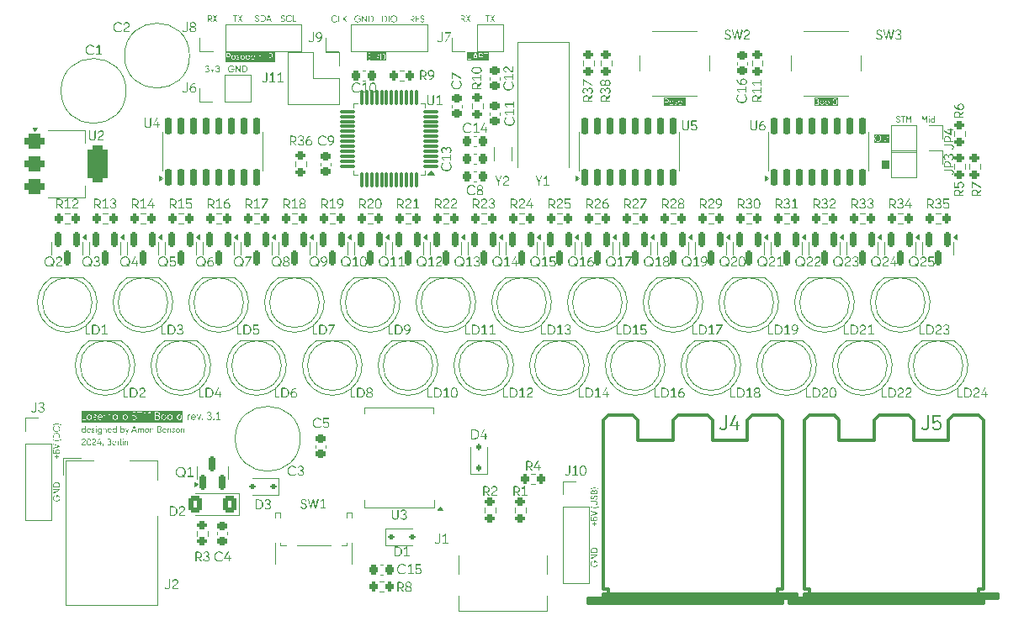
<source format=gbr>
%TF.GenerationSoftware,KiCad,Pcbnew,8.0.4*%
%TF.CreationDate,2024-08-25T15:35:27+02:00*%
%TF.ProjectId,LaserHarp3,4c617365-7248-4617-9270-332e6b696361,rev?*%
%TF.SameCoordinates,Original*%
%TF.FileFunction,Legend,Top*%
%TF.FilePolarity,Positive*%
%FSLAX46Y46*%
G04 Gerber Fmt 4.6, Leading zero omitted, Abs format (unit mm)*
G04 Created by KiCad (PCBNEW 8.0.4) date 2024-08-25 15:35:27*
%MOMM*%
%LPD*%
G01*
G04 APERTURE LIST*
G04 Aperture macros list*
%AMRoundRect*
0 Rectangle with rounded corners*
0 $1 Rounding radius*
0 $2 $3 $4 $5 $6 $7 $8 $9 X,Y pos of 4 corners*
0 Add a 4 corners polygon primitive as box body*
4,1,4,$2,$3,$4,$5,$6,$7,$8,$9,$2,$3,0*
0 Add four circle primitives for the rounded corners*
1,1,$1+$1,$2,$3*
1,1,$1+$1,$4,$5*
1,1,$1+$1,$6,$7*
1,1,$1+$1,$8,$9*
0 Add four rect primitives between the rounded corners*
20,1,$1+$1,$2,$3,$4,$5,0*
20,1,$1+$1,$4,$5,$6,$7,0*
20,1,$1+$1,$6,$7,$8,$9,0*
20,1,$1+$1,$8,$9,$2,$3,0*%
G04 Aperture macros list end*
%ADD10C,0.100000*%
%ADD11C,0.150000*%
%ADD12C,0.300000*%
%ADD13C,0.120000*%
%ADD14C,0.304800*%
%ADD15RoundRect,0.200000X-0.275000X0.200000X-0.275000X-0.200000X0.275000X-0.200000X0.275000X0.200000X0*%
%ADD16RoundRect,0.200000X0.275000X-0.200000X0.275000X0.200000X-0.275000X0.200000X-0.275000X-0.200000X0*%
%ADD17R,1.700000X1.700000*%
%ADD18O,1.700000X1.700000*%
%ADD19RoundRect,0.150000X-0.150000X0.587500X-0.150000X-0.587500X0.150000X-0.587500X0.150000X0.587500X0*%
%ADD20C,2.700000*%
%ADD21RoundRect,0.225000X0.250000X-0.225000X0.250000X0.225000X-0.250000X0.225000X-0.250000X-0.225000X0*%
%ADD22RoundRect,0.375000X-0.625000X-0.375000X0.625000X-0.375000X0.625000X0.375000X-0.625000X0.375000X0*%
%ADD23RoundRect,0.500000X-0.500000X-1.400000X0.500000X-1.400000X0.500000X1.400000X-0.500000X1.400000X0*%
%ADD24R,1.800000X1.800000*%
%ADD25C,1.800000*%
%ADD26RoundRect,0.200000X0.200000X0.275000X-0.200000X0.275000X-0.200000X-0.275000X0.200000X-0.275000X0*%
%ADD27RoundRect,0.112500X-0.187500X-0.112500X0.187500X-0.112500X0.187500X0.112500X-0.187500X0.112500X0*%
%ADD28RoundRect,0.225000X-0.250000X0.225000X-0.250000X-0.225000X0.250000X-0.225000X0.250000X0.225000X0*%
%ADD29RoundRect,0.250000X0.400000X0.600000X-0.400000X0.600000X-0.400000X-0.600000X0.400000X-0.600000X0*%
%ADD30C,2.000000*%
%ADD31C,2.100000*%
%ADD32C,1.750000*%
%ADD33R,2.600000X2.600000*%
%ADD34C,2.600000*%
%ADD35RoundRect,0.225000X0.225000X0.250000X-0.225000X0.250000X-0.225000X-0.250000X0.225000X-0.250000X0*%
%ADD36R,2.000000X4.500000*%
%ADD37R,1.800000X1.000000*%
%ADD38RoundRect,0.150000X0.150000X-0.725000X0.150000X0.725000X-0.150000X0.725000X-0.150000X-0.725000X0*%
%ADD39RoundRect,0.112500X0.112500X-0.187500X0.112500X0.187500X-0.112500X0.187500X-0.112500X-0.187500X0*%
%ADD40C,1.600000*%
%ADD41R,1.520000X1.780000*%
%ADD42R,1.520000X1.750000*%
%ADD43C,0.600000*%
%ADD44R,0.600000X1.160000*%
%ADD45R,0.300000X1.160000*%
%ADD46O,0.900000X2.000000*%
%ADD47O,0.900000X1.700000*%
%ADD48RoundRect,0.150000X0.150000X-0.587500X0.150000X0.587500X-0.150000X0.587500X-0.150000X-0.587500X0*%
%ADD49RoundRect,0.112500X0.187500X0.112500X-0.187500X0.112500X-0.187500X-0.112500X0.187500X-0.112500X0*%
%ADD50C,2.500000*%
%ADD51RoundRect,0.225000X-0.225000X-0.250000X0.225000X-0.250000X0.225000X0.250000X-0.225000X0.250000X0*%
%ADD52RoundRect,0.075000X0.662500X0.075000X-0.662500X0.075000X-0.662500X-0.075000X0.662500X-0.075000X0*%
%ADD53RoundRect,0.075000X0.075000X0.662500X-0.075000X0.662500X-0.075000X-0.662500X0.075000X-0.662500X0*%
%ADD54RoundRect,0.200000X-0.200000X-0.275000X0.200000X-0.275000X0.200000X0.275000X-0.200000X0.275000X0*%
G04 APERTURE END LIST*
D10*
G36*
X96760497Y-66405351D02*
G01*
X96769825Y-66414679D01*
X96769825Y-66578649D01*
X96774570Y-66583395D01*
X96939686Y-66583395D01*
X96949013Y-66593213D01*
X96949013Y-66639033D01*
X96939686Y-66648852D01*
X96774570Y-66648852D01*
X96769825Y-66653434D01*
X96769825Y-66817567D01*
X96760497Y-66826895D01*
X96716313Y-66826895D01*
X96706986Y-66817567D01*
X96706986Y-66653434D01*
X96702240Y-66648852D01*
X96538106Y-66648852D01*
X96528779Y-66639033D01*
X96528779Y-66593213D01*
X96538106Y-66583395D01*
X96702240Y-66583395D01*
X96706986Y-66578649D01*
X96706986Y-66414679D01*
X96716313Y-66405351D01*
X96760497Y-66405351D01*
G37*
G36*
X97257153Y-66963046D02*
G01*
X97221939Y-66960785D01*
X97188463Y-66954005D01*
X97156727Y-66942703D01*
X97126729Y-66926881D01*
X97099503Y-66906947D01*
X97075918Y-66883311D01*
X97055974Y-66855972D01*
X97039671Y-66824931D01*
X97038689Y-66820186D01*
X97043271Y-66811513D01*
X97086473Y-66787948D01*
X97091219Y-66786966D01*
X97098746Y-66792530D01*
X97114692Y-66821621D01*
X97136699Y-66848528D01*
X97163385Y-66870097D01*
X97193514Y-66885749D01*
X97225846Y-66894904D01*
X97257153Y-66897589D01*
X97292059Y-66894650D01*
X97325926Y-66884493D01*
X97354614Y-66867080D01*
X97362211Y-66860442D01*
X97383008Y-66834732D01*
X97396103Y-66804036D01*
X97401495Y-66768354D01*
X97401649Y-66760620D01*
X97398128Y-66727617D01*
X97385957Y-66696231D01*
X97365093Y-66670406D01*
X97357138Y-66663743D01*
X97327337Y-66645707D01*
X97293573Y-66634351D01*
X97259797Y-66629843D01*
X97247825Y-66629542D01*
X97222460Y-66629542D01*
X97213133Y-66619887D01*
X97213133Y-66573740D01*
X97222460Y-66564085D01*
X97247825Y-66564085D01*
X97280471Y-66561483D01*
X97314535Y-66551236D01*
X97342179Y-66533216D01*
X97344374Y-66531193D01*
X97365614Y-66503363D01*
X97377051Y-66469458D01*
X97379230Y-66443480D01*
X97375343Y-66410284D01*
X97362238Y-66379187D01*
X97346338Y-66359368D01*
X97318125Y-66339524D01*
X97286036Y-66329379D01*
X97255352Y-66326803D01*
X97221010Y-66329910D01*
X97187183Y-66340287D01*
X97170422Y-66348895D01*
X97143533Y-66369574D01*
X97122964Y-66395979D01*
X97115602Y-66410097D01*
X97103328Y-66414843D01*
X97062090Y-66390133D01*
X97058327Y-66376878D01*
X97075535Y-66348340D01*
X97099181Y-66320942D01*
X97124533Y-66300165D01*
X97137039Y-66292111D01*
X97167304Y-66277239D01*
X97199925Y-66267234D01*
X97234903Y-66262097D01*
X97255352Y-66261346D01*
X97288680Y-66263141D01*
X97323854Y-66269772D01*
X97355034Y-66281290D01*
X97385778Y-66300436D01*
X97399194Y-66312402D01*
X97421603Y-66339669D01*
X97437609Y-66370577D01*
X97447213Y-66405126D01*
X97450365Y-66438344D01*
X97450415Y-66443317D01*
X97447124Y-66477129D01*
X97437252Y-66508365D01*
X97427014Y-66527756D01*
X97406932Y-66554028D01*
X97381787Y-66576389D01*
X97362211Y-66589122D01*
X97363193Y-66596813D01*
X97392821Y-66613008D01*
X97420613Y-66634920D01*
X97443378Y-66661125D01*
X97460241Y-66691433D01*
X97470105Y-66725878D01*
X97472997Y-66760783D01*
X97470472Y-66795062D01*
X97462897Y-66827327D01*
X97450273Y-66857579D01*
X97447142Y-66863387D01*
X97426659Y-66892739D01*
X97400762Y-66917565D01*
X97372521Y-66936208D01*
X97340300Y-66950361D01*
X97308323Y-66958617D01*
X97273524Y-66962626D01*
X97257153Y-66963046D01*
G37*
G36*
X97763463Y-66942100D02*
G01*
X97751353Y-66934572D01*
X97551546Y-66292602D01*
X97550564Y-66288838D01*
X97559073Y-66282292D01*
X97614385Y-66282292D01*
X97625676Y-66289820D01*
X97795373Y-66845550D01*
X97798646Y-66849314D01*
X97801919Y-66845550D01*
X97971780Y-66289820D01*
X97982908Y-66282292D01*
X98038383Y-66282292D01*
X98045910Y-66292602D01*
X97846103Y-66934572D01*
X97833829Y-66942100D01*
X97763463Y-66942100D01*
G37*
G36*
X98326721Y-66963046D02*
G01*
X98291507Y-66960785D01*
X98258032Y-66954005D01*
X98226296Y-66942703D01*
X98196298Y-66926881D01*
X98169072Y-66906947D01*
X98145487Y-66883311D01*
X98125543Y-66855972D01*
X98109240Y-66824931D01*
X98108258Y-66820186D01*
X98112840Y-66811513D01*
X98156042Y-66787948D01*
X98160788Y-66786966D01*
X98168315Y-66792530D01*
X98184261Y-66821621D01*
X98206268Y-66848528D01*
X98232954Y-66870097D01*
X98263082Y-66885749D01*
X98295415Y-66894904D01*
X98326721Y-66897589D01*
X98361628Y-66894650D01*
X98395494Y-66884493D01*
X98424183Y-66867080D01*
X98431780Y-66860442D01*
X98452577Y-66834732D01*
X98465672Y-66804036D01*
X98471064Y-66768354D01*
X98471218Y-66760620D01*
X98467697Y-66727617D01*
X98455526Y-66696231D01*
X98434662Y-66670406D01*
X98426707Y-66663743D01*
X98396906Y-66645707D01*
X98363142Y-66634351D01*
X98329366Y-66629843D01*
X98317394Y-66629542D01*
X98292029Y-66629542D01*
X98282701Y-66619887D01*
X98282701Y-66573740D01*
X98292029Y-66564085D01*
X98317394Y-66564085D01*
X98350039Y-66561483D01*
X98384104Y-66551236D01*
X98411748Y-66533216D01*
X98413943Y-66531193D01*
X98435183Y-66503363D01*
X98446620Y-66469458D01*
X98448799Y-66443480D01*
X98444912Y-66410284D01*
X98431807Y-66379187D01*
X98415907Y-66359368D01*
X98387693Y-66339524D01*
X98355605Y-66329379D01*
X98324921Y-66326803D01*
X98290579Y-66329910D01*
X98256751Y-66340287D01*
X98239991Y-66348895D01*
X98213102Y-66369574D01*
X98192532Y-66395979D01*
X98185170Y-66410097D01*
X98172897Y-66414843D01*
X98131659Y-66390133D01*
X98127895Y-66376878D01*
X98145104Y-66348340D01*
X98168749Y-66320942D01*
X98194102Y-66300165D01*
X98206607Y-66292111D01*
X98236873Y-66277239D01*
X98269494Y-66267234D01*
X98304471Y-66262097D01*
X98324921Y-66261346D01*
X98358249Y-66263141D01*
X98393422Y-66269772D01*
X98424603Y-66281290D01*
X98455347Y-66300436D01*
X98468763Y-66312402D01*
X98491172Y-66339669D01*
X98507178Y-66370577D01*
X98516782Y-66405126D01*
X98519933Y-66438344D01*
X98519983Y-66443317D01*
X98516693Y-66477129D01*
X98506820Y-66508365D01*
X98496582Y-66527756D01*
X98476500Y-66554028D01*
X98451356Y-66576389D01*
X98431780Y-66589122D01*
X98432762Y-66596813D01*
X98462390Y-66613008D01*
X98490182Y-66634920D01*
X98512947Y-66661125D01*
X98529810Y-66691433D01*
X98539673Y-66725878D01*
X98542566Y-66760783D01*
X98540041Y-66795062D01*
X98532466Y-66827327D01*
X98519841Y-66857579D01*
X98516710Y-66863387D01*
X98496228Y-66892739D01*
X98470330Y-66917565D01*
X98442089Y-66936208D01*
X98409869Y-66950361D01*
X98377892Y-66958617D01*
X98343093Y-66962626D01*
X98326721Y-66963046D01*
G37*
G36*
X99723867Y-66678635D02*
G01*
X99714539Y-66669471D01*
X99714539Y-66622342D01*
X99723867Y-66613178D01*
X99997805Y-66613178D01*
X100007133Y-66622669D01*
X100004103Y-66660804D01*
X99998449Y-66697029D01*
X99990173Y-66731344D01*
X99979272Y-66763749D01*
X99965749Y-66794244D01*
X99960658Y-66803985D01*
X99940945Y-66835919D01*
X99918319Y-66864424D01*
X99892781Y-66889498D01*
X99864329Y-66911143D01*
X99846763Y-66921971D01*
X99814195Y-66937976D01*
X99779639Y-66950050D01*
X99743094Y-66958192D01*
X99710186Y-66962043D01*
X99681647Y-66963046D01*
X99647808Y-66961487D01*
X99615142Y-66956809D01*
X99578515Y-66947412D01*
X99543486Y-66933770D01*
X99514732Y-66918699D01*
X99483397Y-66897510D01*
X99455117Y-66872892D01*
X99429890Y-66844844D01*
X99410698Y-66818073D01*
X99396418Y-66793839D01*
X99381792Y-66762972D01*
X99370192Y-66730632D01*
X99361618Y-66696820D01*
X99356070Y-66661534D01*
X99353548Y-66624776D01*
X99353380Y-66612196D01*
X99354910Y-66574947D01*
X99359501Y-66539170D01*
X99367153Y-66504867D01*
X99377865Y-66472036D01*
X99391638Y-66440678D01*
X99396909Y-66430552D01*
X99414410Y-66401687D01*
X99434143Y-66375354D01*
X99459986Y-66347830D01*
X99488867Y-66323753D01*
X99516041Y-66305857D01*
X99549939Y-66288513D01*
X99585482Y-66275429D01*
X99622670Y-66266605D01*
X99655853Y-66262433D01*
X99684429Y-66261346D01*
X99721502Y-66262959D01*
X99757119Y-66267798D01*
X99791279Y-66275864D01*
X99823983Y-66287155D01*
X99842017Y-66295056D01*
X99871924Y-66311135D01*
X99899216Y-66330016D01*
X99923892Y-66351701D01*
X99945953Y-66376190D01*
X99957385Y-66391442D01*
X99959349Y-66397006D01*
X99955585Y-66404533D01*
X99914347Y-66432680D01*
X99908620Y-66434643D01*
X99901256Y-66430880D01*
X99880389Y-66404247D01*
X99855899Y-66381421D01*
X99827783Y-66362400D01*
X99810598Y-66353477D01*
X99777726Y-66340583D01*
X99742809Y-66331908D01*
X99710055Y-66327741D01*
X99684429Y-66326803D01*
X99647968Y-66329053D01*
X99613531Y-66335803D01*
X99581120Y-66347054D01*
X99550733Y-66362804D01*
X99523016Y-66382523D01*
X99498449Y-66405842D01*
X99477033Y-66432762D01*
X99458766Y-66463281D01*
X99444232Y-66496766D01*
X99433851Y-66532747D01*
X99428174Y-66566278D01*
X99425676Y-66601719D01*
X99425546Y-66612196D01*
X99427120Y-66648191D01*
X99431842Y-66682290D01*
X99439712Y-66714495D01*
X99452560Y-66748980D01*
X99458439Y-66761274D01*
X99476490Y-66791732D01*
X99497754Y-66818631D01*
X99522229Y-66841971D01*
X99549915Y-66861751D01*
X99580117Y-66877430D01*
X99612140Y-66888629D01*
X99645983Y-66895349D01*
X99681647Y-66897589D01*
X99716804Y-66895598D01*
X99749741Y-66889626D01*
X99785360Y-66877628D01*
X99817956Y-66860210D01*
X99843490Y-66840968D01*
X99869721Y-66814027D01*
X99891426Y-66782888D01*
X99906428Y-66752857D01*
X99918105Y-66719742D01*
X99926457Y-66683544D01*
X99922693Y-66678635D01*
X99723867Y-66678635D01*
G37*
G36*
X100523589Y-66818222D02*
G01*
X100527353Y-66820677D01*
X100529153Y-66816258D01*
X100529153Y-66291783D01*
X100538644Y-66282292D01*
X100589210Y-66282292D01*
X100598701Y-66291783D01*
X100598701Y-66932608D01*
X100589210Y-66942100D01*
X100529153Y-66942100D01*
X100518843Y-66940299D01*
X100512298Y-66932608D01*
X100211195Y-66406170D01*
X100207431Y-66403879D01*
X100205631Y-66408133D01*
X100205631Y-66932608D01*
X100196304Y-66942100D01*
X100145574Y-66942100D01*
X100136247Y-66932608D01*
X100136247Y-66291783D01*
X100145574Y-66282292D01*
X100205631Y-66282292D01*
X100215450Y-66284256D01*
X100222486Y-66291783D01*
X100523589Y-66818222D01*
G37*
G36*
X101021805Y-66283719D02*
G01*
X101054469Y-66287999D01*
X101090730Y-66296599D01*
X101125002Y-66309083D01*
X101152795Y-66322875D01*
X101182841Y-66342211D01*
X101209833Y-66364852D01*
X101233771Y-66390797D01*
X101254655Y-66420046D01*
X101265218Y-66438244D01*
X101280967Y-66472185D01*
X101292848Y-66508428D01*
X101299954Y-66541326D01*
X101304217Y-66575915D01*
X101305638Y-66612196D01*
X101304217Y-66648477D01*
X101299954Y-66683066D01*
X101292848Y-66715964D01*
X101282901Y-66747170D01*
X101267705Y-66781440D01*
X101265218Y-66786148D01*
X101246079Y-66817293D01*
X101223886Y-66845150D01*
X101198639Y-66869718D01*
X101170338Y-66890997D01*
X101152795Y-66901680D01*
X101120228Y-66917429D01*
X101085672Y-66929310D01*
X101049126Y-66937323D01*
X101016219Y-66941113D01*
X100987680Y-66942100D01*
X100791636Y-66942100D01*
X100782308Y-66932608D01*
X100782308Y-66352495D01*
X100851693Y-66352495D01*
X100851693Y-66871897D01*
X100856438Y-66876642D01*
X100984898Y-66876642D01*
X101019989Y-66874750D01*
X101053096Y-66869074D01*
X101087970Y-66858165D01*
X101113357Y-66846369D01*
X101143055Y-66826930D01*
X101168817Y-66802858D01*
X101190644Y-66774152D01*
X101201070Y-66756201D01*
X101214816Y-66724802D01*
X101224634Y-66690335D01*
X101230004Y-66657659D01*
X101232367Y-66622634D01*
X101232489Y-66612196D01*
X101230986Y-66576500D01*
X101226475Y-66543153D01*
X101217639Y-66507918D01*
X101204875Y-66475752D01*
X101201070Y-66468190D01*
X101183806Y-66440166D01*
X101160667Y-66413041D01*
X101133593Y-66390575D01*
X101113357Y-66378187D01*
X101080437Y-66363473D01*
X101045005Y-66353575D01*
X101011402Y-66348819D01*
X100984898Y-66347749D01*
X100856438Y-66347749D01*
X100851693Y-66352495D01*
X100782308Y-66352495D01*
X100782308Y-66291783D01*
X100791636Y-66282292D01*
X100987680Y-66282292D01*
X101021805Y-66283719D01*
G37*
G36*
X166792958Y-72043046D02*
G01*
X166756977Y-72040560D01*
X166723165Y-72033104D01*
X166691520Y-72020678D01*
X166662044Y-72003281D01*
X166635739Y-71981414D01*
X166613606Y-71955742D01*
X166595646Y-71926266D01*
X166581859Y-71892985D01*
X166580877Y-71889222D01*
X166587423Y-71880712D01*
X166635370Y-71860911D01*
X166639952Y-71859930D01*
X166644698Y-71861893D01*
X166647480Y-71866475D01*
X166659223Y-71897123D01*
X166677529Y-71925557D01*
X166701482Y-71948460D01*
X166729960Y-71965044D01*
X166761841Y-71974744D01*
X166793777Y-71977589D01*
X166828833Y-71974819D01*
X166862137Y-71965243D01*
X166891905Y-71946810D01*
X166896544Y-71942569D01*
X166917134Y-71915964D01*
X166929178Y-71884524D01*
X166932709Y-71851747D01*
X166928881Y-71816258D01*
X166915971Y-71783584D01*
X166900308Y-71763217D01*
X166872647Y-71741317D01*
X166841389Y-71726538D01*
X166811614Y-71718215D01*
X166763830Y-71708724D01*
X166728238Y-71699549D01*
X166696573Y-71686264D01*
X166668835Y-71668866D01*
X166645025Y-71647358D01*
X166623984Y-71618699D01*
X166609828Y-71585742D01*
X166603027Y-71552840D01*
X166601496Y-71525935D01*
X166604494Y-71492231D01*
X166613485Y-71460422D01*
X166626861Y-71433149D01*
X166646562Y-71406099D01*
X166670787Y-71383226D01*
X166696736Y-71366056D01*
X166728846Y-71351988D01*
X166760654Y-71344266D01*
X166794955Y-71341370D01*
X166798522Y-71341346D01*
X166832529Y-71343637D01*
X166867975Y-71351691D01*
X166900444Y-71365545D01*
X166920436Y-71378002D01*
X166947218Y-71400665D01*
X166969573Y-71427599D01*
X166987501Y-71458805D01*
X166995548Y-71477987D01*
X166996366Y-71481751D01*
X166989821Y-71490261D01*
X166941055Y-71511207D01*
X166936473Y-71512189D01*
X166931727Y-71510225D01*
X166928946Y-71505316D01*
X166913727Y-71473689D01*
X166893353Y-71447540D01*
X166876907Y-71433149D01*
X166846997Y-71416091D01*
X166814441Y-71407729D01*
X166798522Y-71406803D01*
X166765059Y-71410047D01*
X166733638Y-71421109D01*
X166707864Y-71440022D01*
X166687621Y-71467537D01*
X166676721Y-71500253D01*
X166674645Y-71524953D01*
X166678966Y-71559616D01*
X166693285Y-71591207D01*
X166700828Y-71601047D01*
X166726420Y-71622241D01*
X166757475Y-71635765D01*
X166778885Y-71640976D01*
X166826669Y-71650794D01*
X166859440Y-71659432D01*
X166893690Y-71673102D01*
X166924523Y-71690821D01*
X166951941Y-71712591D01*
X166955128Y-71715597D01*
X166977322Y-71741964D01*
X166993175Y-71772626D01*
X167002687Y-71807584D01*
X167005808Y-71841697D01*
X167005858Y-71846838D01*
X167003333Y-71880385D01*
X166994723Y-71914924D01*
X166980002Y-71946987D01*
X166959651Y-71975458D01*
X166933924Y-71999443D01*
X166905872Y-72017354D01*
X166874102Y-72030902D01*
X166839136Y-72039433D01*
X166804934Y-72042820D01*
X166792958Y-72043046D01*
G37*
G36*
X167478294Y-71362292D02*
G01*
X167487622Y-71371456D01*
X167487622Y-71418585D01*
X167478294Y-71427749D01*
X167314160Y-71427749D01*
X167309415Y-71432495D01*
X167309415Y-72012608D01*
X167300087Y-72022100D01*
X167249358Y-72022100D01*
X167240030Y-72012608D01*
X167240030Y-71432495D01*
X167235285Y-71427749D01*
X167071151Y-71427749D01*
X167061823Y-71418585D01*
X167061823Y-71371456D01*
X167071151Y-71362292D01*
X167478294Y-71362292D01*
G37*
G36*
X167607735Y-72022100D02*
G01*
X167598408Y-72012608D01*
X167598408Y-71371783D01*
X167607735Y-71362292D01*
X167672538Y-71362292D01*
X167684648Y-71369001D01*
X167864818Y-71672231D01*
X167869400Y-71676977D01*
X167874146Y-71672231D01*
X168054153Y-71369001D01*
X168066426Y-71362292D01*
X168131228Y-71362292D01*
X168140556Y-71371783D01*
X168140556Y-72012608D01*
X168131228Y-72022100D01*
X168080499Y-72022100D01*
X168071172Y-72012608D01*
X168071172Y-71488133D01*
X168068717Y-71482569D01*
X168064626Y-71486170D01*
X167879710Y-71787272D01*
X167869400Y-71793818D01*
X167859091Y-71787272D01*
X167674338Y-71486170D01*
X167670083Y-71482569D01*
X167667792Y-71488133D01*
X167667792Y-72012608D01*
X167658465Y-72022100D01*
X167607735Y-72022100D01*
G37*
G36*
X97572304Y-61203959D02*
G01*
X97607172Y-61209820D01*
X97639839Y-61219901D01*
X97660395Y-61228966D01*
X97688670Y-61245729D01*
X97715805Y-61268696D01*
X97738434Y-61296234D01*
X97744344Y-61305387D01*
X97759136Y-61334820D01*
X97769087Y-61367152D01*
X97774198Y-61402384D01*
X97774945Y-61423210D01*
X97772854Y-61457317D01*
X97765344Y-61493038D01*
X97752373Y-61525280D01*
X97733940Y-61554046D01*
X97731252Y-61557397D01*
X97707514Y-61581933D01*
X97679991Y-61602521D01*
X97648684Y-61619162D01*
X97613593Y-61631854D01*
X97609829Y-61642491D01*
X97772981Y-61850481D01*
X97774945Y-61856372D01*
X97767417Y-61862100D01*
X97701633Y-61862100D01*
X97692796Y-61860627D01*
X97685759Y-61854408D01*
X97529972Y-61649855D01*
X97523426Y-61643636D01*
X97515080Y-61642164D01*
X97421313Y-61642164D01*
X97416567Y-61646909D01*
X97416567Y-61852445D01*
X97407240Y-61862100D01*
X97356510Y-61862100D01*
X97347183Y-61852608D01*
X97347183Y-61272495D01*
X97416567Y-61272495D01*
X97416567Y-61571961D01*
X97421313Y-61576707D01*
X97532917Y-61576707D01*
X97568264Y-61574313D01*
X97600338Y-61567134D01*
X97632509Y-61553335D01*
X97654667Y-61538414D01*
X97677845Y-61513676D01*
X97693437Y-61482725D01*
X97700929Y-61449996D01*
X97702615Y-61422228D01*
X97699618Y-61385828D01*
X97690628Y-61354357D01*
X97673350Y-61324845D01*
X97654667Y-61306205D01*
X97625718Y-61287616D01*
X97592626Y-61275110D01*
X97559734Y-61269101D01*
X97532917Y-61267749D01*
X97421313Y-61267749D01*
X97416567Y-61272495D01*
X97347183Y-61272495D01*
X97347183Y-61211783D01*
X97356510Y-61202292D01*
X97539463Y-61202292D01*
X97572304Y-61203959D01*
G37*
G36*
X97868057Y-61862100D02*
G01*
X97861021Y-61858827D01*
X97861512Y-61850808D01*
X98023845Y-61534978D01*
X98025645Y-61527450D01*
X98023845Y-61519923D01*
X97867239Y-61215547D01*
X97865276Y-61208838D01*
X97872803Y-61202292D01*
X97930896Y-61202292D01*
X97943169Y-61210638D01*
X98069829Y-61459211D01*
X98074411Y-61462975D01*
X98079157Y-61459211D01*
X98205816Y-61210638D01*
X98217926Y-61202292D01*
X98276182Y-61202292D01*
X98283546Y-61206056D01*
X98281746Y-61215547D01*
X98125140Y-61519923D01*
X98123340Y-61527450D01*
X98125140Y-61534978D01*
X98287474Y-61850808D01*
X98289274Y-61855554D01*
X98286819Y-61860299D01*
X98280764Y-61862100D01*
X98222671Y-61862100D01*
X98210562Y-61855554D01*
X98079157Y-61593889D01*
X98074411Y-61590125D01*
X98069829Y-61593889D01*
X97938424Y-61855554D01*
X97926314Y-61862100D01*
X97868057Y-61862100D01*
G37*
G36*
X136001351Y-112445392D02*
G01*
X136010679Y-112436064D01*
X136174649Y-112436064D01*
X136179395Y-112431319D01*
X136179395Y-112266203D01*
X136189213Y-112256876D01*
X136235033Y-112256876D01*
X136244852Y-112266203D01*
X136244852Y-112431319D01*
X136249434Y-112436064D01*
X136413567Y-112436064D01*
X136422895Y-112445392D01*
X136422895Y-112489576D01*
X136413567Y-112498903D01*
X136249434Y-112498903D01*
X136244852Y-112503649D01*
X136244852Y-112667783D01*
X136235033Y-112677110D01*
X136189213Y-112677110D01*
X136179395Y-112667783D01*
X136179395Y-112503649D01*
X136174649Y-112498903D01*
X136010679Y-112498903D01*
X136001351Y-112489576D01*
X136001351Y-112445392D01*
G37*
G36*
X136116229Y-111925172D02*
G01*
X136118817Y-111890996D01*
X136126584Y-111858833D01*
X136139529Y-111828683D01*
X136142739Y-111822895D01*
X136161577Y-111796041D01*
X136184953Y-111772959D01*
X136212869Y-111753648D01*
X136218996Y-111750238D01*
X136251520Y-111736172D01*
X136283415Y-111727966D01*
X136317796Y-111723981D01*
X136333873Y-111723564D01*
X136369514Y-111725791D01*
X136402979Y-111732470D01*
X136434270Y-111743602D01*
X136450714Y-111751711D01*
X136480678Y-111771364D01*
X136506135Y-111795140D01*
X136527086Y-111823039D01*
X136530736Y-111829114D01*
X136545665Y-111861129D01*
X136555065Y-111895606D01*
X136558797Y-111928740D01*
X136559046Y-111940227D01*
X136557057Y-111974629D01*
X136549913Y-112010705D01*
X136537573Y-112043323D01*
X136520038Y-112072485D01*
X136517481Y-112075887D01*
X136495102Y-112100730D01*
X136469533Y-112121420D01*
X136440773Y-112137959D01*
X136408822Y-112150344D01*
X136405058Y-112151326D01*
X136397367Y-112144617D01*
X136380512Y-112096833D01*
X136379530Y-112093069D01*
X136386075Y-112084724D01*
X136418656Y-112072341D01*
X136447935Y-112052658D01*
X136465606Y-112033667D01*
X136482658Y-112003114D01*
X136491375Y-111970377D01*
X136493589Y-111940227D01*
X136490094Y-111904912D01*
X136479609Y-111873894D01*
X136459761Y-111844471D01*
X136449405Y-111834187D01*
X136422403Y-111815122D01*
X136391104Y-111802297D01*
X136355507Y-111795712D01*
X136333873Y-111794749D01*
X136297428Y-111797829D01*
X136265228Y-111807072D01*
X136234430Y-111824567D01*
X136223578Y-111833696D01*
X136201486Y-111860195D01*
X136187577Y-111891009D01*
X136181849Y-111926138D01*
X136181686Y-111933681D01*
X136184981Y-111967678D01*
X136194865Y-111999729D01*
X136201650Y-112013866D01*
X136222220Y-112041654D01*
X136251141Y-112061276D01*
X136257780Y-112063941D01*
X136265307Y-112078996D01*
X136251070Y-112126943D01*
X136240597Y-112134307D01*
X135887783Y-112134307D01*
X135878292Y-112124980D01*
X135878292Y-111766602D01*
X135887947Y-111757275D01*
X135934094Y-111757275D01*
X135943749Y-111766602D01*
X135943749Y-112063123D01*
X135948495Y-112067705D01*
X136161230Y-112067705D01*
X136167776Y-112065414D01*
X136165976Y-112059359D01*
X136145030Y-112031540D01*
X136130148Y-112001001D01*
X136129320Y-111998811D01*
X136119923Y-111965108D01*
X136116344Y-111932354D01*
X136116229Y-111925172D01*
G37*
G36*
X136538100Y-111441117D02*
G01*
X136530572Y-111453226D01*
X135888602Y-111653034D01*
X135884838Y-111654016D01*
X135878292Y-111645507D01*
X135878292Y-111590195D01*
X135885820Y-111578904D01*
X136441550Y-111409206D01*
X136445314Y-111405934D01*
X136441550Y-111402661D01*
X135885820Y-111232800D01*
X135878292Y-111221672D01*
X135878292Y-111166197D01*
X135888602Y-111158670D01*
X136530572Y-111358477D01*
X136538100Y-111370750D01*
X136538100Y-111441117D01*
G37*
G36*
X136715325Y-110676414D02*
G01*
X136720070Y-110675433D01*
X136726616Y-110682960D01*
X136726616Y-110727962D01*
X136719088Y-110741053D01*
X136680171Y-110762694D01*
X136640310Y-110782207D01*
X136599505Y-110799591D01*
X136557757Y-110814846D01*
X136515066Y-110827973D01*
X136471430Y-110838970D01*
X136426852Y-110847840D01*
X136381330Y-110854580D01*
X136334864Y-110859192D01*
X136287455Y-110861676D01*
X136255325Y-110862149D01*
X136207120Y-110861085D01*
X136159893Y-110857892D01*
X136113644Y-110852570D01*
X136068373Y-110845120D01*
X136024080Y-110835541D01*
X135980766Y-110823834D01*
X135938429Y-110809997D01*
X135897070Y-110794033D01*
X135856689Y-110775939D01*
X135817287Y-110755717D01*
X135791561Y-110741053D01*
X135784034Y-110726980D01*
X135784034Y-110682960D01*
X135787307Y-110676414D01*
X135795325Y-110676414D01*
X135831296Y-110693861D01*
X135866900Y-110709894D01*
X135902136Y-110724512D01*
X135937004Y-110737717D01*
X135971505Y-110749506D01*
X136005638Y-110759882D01*
X136019188Y-110763636D01*
X136053474Y-110772027D01*
X136088727Y-110778997D01*
X136124947Y-110784544D01*
X136162133Y-110788668D01*
X136200286Y-110791371D01*
X136239406Y-110792651D01*
X136255325Y-110792764D01*
X136294832Y-110792053D01*
X136333372Y-110789920D01*
X136370945Y-110786364D01*
X136407551Y-110781386D01*
X136443190Y-110774986D01*
X136477863Y-110767163D01*
X136491461Y-110763636D01*
X136525448Y-110753826D01*
X136559801Y-110742602D01*
X136594523Y-110729964D01*
X136629612Y-110715911D01*
X136665068Y-110700444D01*
X136700892Y-110683563D01*
X136715325Y-110676414D01*
G37*
G36*
X136559046Y-110361402D02*
G01*
X136556727Y-110399183D01*
X136549772Y-110433730D01*
X136538179Y-110465044D01*
X136518794Y-110497490D01*
X136493098Y-110525536D01*
X136466779Y-110545612D01*
X136437285Y-110561535D01*
X136404616Y-110573304D01*
X136368770Y-110580919D01*
X136329749Y-110584380D01*
X136316036Y-110584611D01*
X135887783Y-110584611D01*
X135878292Y-110575283D01*
X135878292Y-110524554D01*
X135887783Y-110515226D01*
X136311454Y-110515226D01*
X136347894Y-110513363D01*
X136380466Y-110507772D01*
X136412954Y-110496818D01*
X136443464Y-110478676D01*
X136446460Y-110476279D01*
X136469242Y-110451446D01*
X136484568Y-110420762D01*
X136491932Y-110388576D01*
X136493589Y-110361402D01*
X136490643Y-110325749D01*
X136480288Y-110291164D01*
X136462476Y-110262430D01*
X136446460Y-110246525D01*
X136416660Y-110227698D01*
X136384804Y-110216136D01*
X136347894Y-110209442D01*
X136311454Y-110207578D01*
X135887783Y-110207578D01*
X135878292Y-110198250D01*
X135878292Y-110147521D01*
X135887783Y-110138194D01*
X136316036Y-110138194D01*
X136349657Y-110139636D01*
X136387090Y-110145174D01*
X136421347Y-110154866D01*
X136452429Y-110168712D01*
X136480336Y-110186711D01*
X136493098Y-110197269D01*
X136518794Y-110225314D01*
X136538179Y-110257761D01*
X136549772Y-110289075D01*
X136556727Y-110323622D01*
X136559046Y-110361402D01*
G37*
G36*
X136559046Y-109800435D02*
G01*
X136556560Y-109836416D01*
X136549104Y-109870229D01*
X136536678Y-109901873D01*
X136519281Y-109931349D01*
X136497414Y-109957655D01*
X136471742Y-109979787D01*
X136442266Y-109997747D01*
X136408985Y-110011534D01*
X136405222Y-110012516D01*
X136396712Y-110005970D01*
X136376911Y-109958023D01*
X136375930Y-109953441D01*
X136377893Y-109948695D01*
X136382475Y-109945913D01*
X136413123Y-109934171D01*
X136441557Y-109915864D01*
X136464460Y-109891911D01*
X136481044Y-109863434D01*
X136490744Y-109831553D01*
X136493589Y-109799617D01*
X136490819Y-109764561D01*
X136481243Y-109731257D01*
X136462810Y-109701489D01*
X136458569Y-109696849D01*
X136431964Y-109676259D01*
X136400524Y-109664216D01*
X136367747Y-109660684D01*
X136332258Y-109664513D01*
X136299584Y-109677423D01*
X136279217Y-109693085D01*
X136257317Y-109720746D01*
X136242538Y-109752005D01*
X136234215Y-109781780D01*
X136224724Y-109829563D01*
X136215549Y-109865156D01*
X136202264Y-109896821D01*
X136184866Y-109924558D01*
X136163358Y-109948368D01*
X136134699Y-109969410D01*
X136101742Y-109983565D01*
X136068840Y-109990367D01*
X136041935Y-109991897D01*
X136008231Y-109988900D01*
X135976422Y-109979908D01*
X135949149Y-109966532D01*
X135922099Y-109946832D01*
X135899226Y-109922606D01*
X135882056Y-109896657D01*
X135867988Y-109864547D01*
X135860266Y-109832739D01*
X135857370Y-109798438D01*
X135857346Y-109794871D01*
X135859637Y-109760864D01*
X135867691Y-109725418D01*
X135881545Y-109692949D01*
X135894002Y-109672957D01*
X135916665Y-109646175D01*
X135943599Y-109623820D01*
X135974805Y-109605892D01*
X135993987Y-109597845D01*
X135997751Y-109597027D01*
X136006261Y-109603573D01*
X136027207Y-109652338D01*
X136028189Y-109656920D01*
X136026225Y-109661666D01*
X136021316Y-109664448D01*
X135989689Y-109679667D01*
X135963540Y-109700040D01*
X135949149Y-109716486D01*
X135932091Y-109746396D01*
X135923729Y-109778952D01*
X135922803Y-109794871D01*
X135926047Y-109828335D01*
X135937109Y-109859755D01*
X135956022Y-109885529D01*
X135983537Y-109905772D01*
X136016253Y-109916672D01*
X136040953Y-109918749D01*
X136075616Y-109914428D01*
X136107207Y-109900109D01*
X136117047Y-109892566D01*
X136138241Y-109866973D01*
X136151765Y-109835918D01*
X136156976Y-109814508D01*
X136166794Y-109766725D01*
X136175432Y-109733954D01*
X136189102Y-109699704D01*
X136206821Y-109668870D01*
X136228591Y-109641452D01*
X136231597Y-109638265D01*
X136257964Y-109616071D01*
X136288626Y-109600218D01*
X136323584Y-109590706D01*
X136357697Y-109587585D01*
X136362838Y-109587536D01*
X136396385Y-109590061D01*
X136430924Y-109598671D01*
X136462987Y-109613391D01*
X136491458Y-109633742D01*
X136515443Y-109659469D01*
X136533354Y-109687522D01*
X136546902Y-109719291D01*
X136555433Y-109754257D01*
X136558820Y-109788459D01*
X136559046Y-109800435D01*
G37*
G36*
X136390407Y-109050192D02*
G01*
X136425143Y-109059221D01*
X136456340Y-109074815D01*
X136483998Y-109096976D01*
X136487207Y-109100208D01*
X136509472Y-109129173D01*
X136523736Y-109158947D01*
X136533129Y-109192855D01*
X136537652Y-109230898D01*
X136538100Y-109248468D01*
X136538100Y-109437966D01*
X136528608Y-109447294D01*
X135887783Y-109447294D01*
X135878292Y-109437966D01*
X135878292Y-109258778D01*
X135943749Y-109258778D01*
X135943749Y-109373164D01*
X135948495Y-109377910D01*
X136164503Y-109377910D01*
X136169249Y-109373164D01*
X136169249Y-109258778D01*
X136168942Y-109255014D01*
X136234706Y-109255014D01*
X136234706Y-109373164D01*
X136239452Y-109377910D01*
X136467897Y-109377910D01*
X136472642Y-109373164D01*
X136472642Y-109255014D01*
X136470157Y-109220113D01*
X136461566Y-109187346D01*
X136445028Y-109158612D01*
X136441223Y-109154210D01*
X136414184Y-109133369D01*
X136380195Y-109122146D01*
X136353674Y-109120009D01*
X136321006Y-109123349D01*
X136288176Y-109136174D01*
X136266125Y-109154210D01*
X136246979Y-109184417D01*
X136237774Y-109216551D01*
X136234737Y-109250883D01*
X136234706Y-109255014D01*
X136168942Y-109255014D01*
X136166372Y-109223559D01*
X136156563Y-109191353D01*
X136139793Y-109165992D01*
X136111917Y-109145332D01*
X136079186Y-109135609D01*
X136056990Y-109134082D01*
X136023079Y-109137853D01*
X135992392Y-109150567D01*
X135973696Y-109165992D01*
X135955447Y-109193998D01*
X135946118Y-109226827D01*
X135943749Y-109258778D01*
X135878292Y-109258778D01*
X135878292Y-109250432D01*
X135880513Y-109215038D01*
X135887177Y-109182904D01*
X135899639Y-109151322D01*
X135901038Y-109148646D01*
X135920369Y-109119513D01*
X135944486Y-109096178D01*
X135963223Y-109083844D01*
X135994297Y-109070381D01*
X136028363Y-109063133D01*
X136052735Y-109061752D01*
X136085505Y-109064789D01*
X136118512Y-109074936D01*
X136135211Y-109083353D01*
X136162692Y-109103388D01*
X136184772Y-109128393D01*
X136193141Y-109141609D01*
X136203450Y-109141609D01*
X136222420Y-109111717D01*
X136246683Y-109086840D01*
X136265798Y-109073043D01*
X136297586Y-109057587D01*
X136332319Y-109049264D01*
X136357111Y-109047679D01*
X136390407Y-109050192D01*
G37*
G36*
X136715325Y-108991713D02*
G01*
X136679354Y-108974270D01*
X136643750Y-108958249D01*
X136608514Y-108943651D01*
X136573646Y-108930475D01*
X136539145Y-108918721D01*
X136505012Y-108908389D01*
X136491461Y-108904655D01*
X136457175Y-108896263D01*
X136421923Y-108889294D01*
X136385703Y-108883747D01*
X136348517Y-108879623D01*
X136310364Y-108876920D01*
X136271244Y-108875640D01*
X136255325Y-108875526D01*
X136215818Y-108876238D01*
X136177278Y-108878371D01*
X136139705Y-108881927D01*
X136103099Y-108886905D01*
X136067459Y-108893305D01*
X136032787Y-108901128D01*
X136019188Y-108904655D01*
X135985202Y-108914417D01*
X135950848Y-108925602D01*
X135916127Y-108938210D01*
X135881038Y-108952239D01*
X135845582Y-108967691D01*
X135809758Y-108984565D01*
X135795325Y-108991713D01*
X135790580Y-108992695D01*
X135784034Y-108985167D01*
X135784034Y-108941147D01*
X135791561Y-108927074D01*
X135830312Y-108905433D01*
X135870041Y-108885920D01*
X135910748Y-108868536D01*
X135952432Y-108853281D01*
X135995095Y-108840155D01*
X136038736Y-108829157D01*
X136083355Y-108820287D01*
X136128952Y-108813547D01*
X136175527Y-108808935D01*
X136223080Y-108806451D01*
X136255325Y-108805978D01*
X136303363Y-108807043D01*
X136350458Y-108810236D01*
X136396609Y-108815557D01*
X136441816Y-108823007D01*
X136486080Y-108832586D01*
X136529401Y-108844294D01*
X136571778Y-108858130D01*
X136613212Y-108874095D01*
X136653702Y-108892188D01*
X136693248Y-108912410D01*
X136719088Y-108927074D01*
X136726616Y-108940165D01*
X136726616Y-108985167D01*
X136723343Y-108991876D01*
X136715325Y-108991713D01*
G37*
G36*
X104870195Y-61883047D02*
G01*
X104834214Y-61880561D01*
X104800402Y-61873105D01*
X104768757Y-61860679D01*
X104739281Y-61843282D01*
X104712976Y-61821415D01*
X104690843Y-61795743D01*
X104672883Y-61766267D01*
X104659096Y-61732986D01*
X104658114Y-61729223D01*
X104664660Y-61720713D01*
X104712607Y-61700912D01*
X104717189Y-61699931D01*
X104721935Y-61701894D01*
X104724717Y-61706476D01*
X104736460Y-61737124D01*
X104754766Y-61765558D01*
X104778719Y-61788461D01*
X104807197Y-61805045D01*
X104839078Y-61814745D01*
X104871014Y-61817590D01*
X104906070Y-61814820D01*
X104939374Y-61805244D01*
X104969142Y-61786811D01*
X104973781Y-61782570D01*
X104994371Y-61755965D01*
X105006415Y-61724525D01*
X105009946Y-61691748D01*
X105006118Y-61656259D01*
X104993208Y-61623585D01*
X104977545Y-61603218D01*
X104949884Y-61581318D01*
X104918626Y-61566539D01*
X104888851Y-61558216D01*
X104841067Y-61548725D01*
X104805475Y-61539550D01*
X104773810Y-61526265D01*
X104746072Y-61508867D01*
X104722262Y-61487359D01*
X104701221Y-61458700D01*
X104687065Y-61425743D01*
X104680264Y-61392841D01*
X104678733Y-61365936D01*
X104681731Y-61332232D01*
X104690722Y-61300423D01*
X104704098Y-61273150D01*
X104723799Y-61246100D01*
X104748024Y-61223227D01*
X104773973Y-61206057D01*
X104806083Y-61191989D01*
X104837891Y-61184267D01*
X104872192Y-61181371D01*
X104875759Y-61181347D01*
X104909766Y-61183638D01*
X104945212Y-61191692D01*
X104977681Y-61205546D01*
X104997673Y-61218003D01*
X105024455Y-61240666D01*
X105046810Y-61267600D01*
X105064738Y-61298806D01*
X105072785Y-61317988D01*
X105073603Y-61321752D01*
X105067058Y-61330262D01*
X105018292Y-61351208D01*
X105013710Y-61352190D01*
X105008964Y-61350226D01*
X105006183Y-61345317D01*
X104990964Y-61313690D01*
X104970590Y-61287541D01*
X104954144Y-61273150D01*
X104924234Y-61256092D01*
X104891678Y-61247730D01*
X104875759Y-61246804D01*
X104842296Y-61250048D01*
X104810875Y-61261110D01*
X104785101Y-61280023D01*
X104764858Y-61307538D01*
X104753958Y-61340254D01*
X104751882Y-61364954D01*
X104756203Y-61399617D01*
X104770522Y-61431208D01*
X104778065Y-61441048D01*
X104803657Y-61462242D01*
X104834712Y-61475766D01*
X104856122Y-61480977D01*
X104903906Y-61490795D01*
X104936677Y-61499433D01*
X104970927Y-61513103D01*
X105001760Y-61530822D01*
X105029178Y-61552592D01*
X105032365Y-61555598D01*
X105054559Y-61581965D01*
X105070412Y-61612627D01*
X105079924Y-61647585D01*
X105083045Y-61681698D01*
X105083095Y-61686839D01*
X105080570Y-61720386D01*
X105071960Y-61754925D01*
X105057239Y-61786988D01*
X105036888Y-61815459D01*
X105011161Y-61839444D01*
X104983109Y-61857355D01*
X104951339Y-61870903D01*
X104916373Y-61879434D01*
X104882171Y-61882821D01*
X104870195Y-61883047D01*
G37*
G36*
X105509384Y-61883047D02*
G01*
X105475211Y-61881488D01*
X105442280Y-61876810D01*
X105405432Y-61867413D01*
X105370275Y-61853771D01*
X105341486Y-61838700D01*
X105310152Y-61817535D01*
X105281871Y-61792987D01*
X105256645Y-61765057D01*
X105237452Y-61738424D01*
X105223173Y-61714331D01*
X105208547Y-61683596D01*
X105196946Y-61651285D01*
X105188372Y-61617398D01*
X105182825Y-61581934D01*
X105180303Y-61544894D01*
X105180135Y-61532197D01*
X105181648Y-61494631D01*
X105186187Y-61458642D01*
X105193752Y-61424229D01*
X105204344Y-61391392D01*
X105217961Y-61360132D01*
X105223173Y-61350062D01*
X105240495Y-61321364D01*
X105263541Y-61291039D01*
X105289640Y-61264112D01*
X105318793Y-61240583D01*
X105341486Y-61225858D01*
X105375194Y-61208514D01*
X105410592Y-61195430D01*
X105447682Y-61186606D01*
X105480820Y-61182434D01*
X105509384Y-61181347D01*
X105542543Y-61182664D01*
X105579730Y-61187532D01*
X105615304Y-61195985D01*
X105649265Y-61208025D01*
X105672536Y-61218821D01*
X105703058Y-61236679D01*
X105730620Y-61257607D01*
X105755223Y-61281604D01*
X105776866Y-61308671D01*
X105787904Y-61325516D01*
X105788886Y-61330262D01*
X105784140Y-61337789D01*
X105743884Y-61363972D01*
X105736356Y-61366754D01*
X105727029Y-61360208D01*
X105707964Y-61333463D01*
X105683583Y-61307702D01*
X105656095Y-61286524D01*
X105636043Y-61274950D01*
X105603662Y-61261344D01*
X105568744Y-61252191D01*
X105535576Y-61247793D01*
X105509384Y-61246804D01*
X105473290Y-61249054D01*
X105439140Y-61255804D01*
X105406933Y-61267055D01*
X105376670Y-61282805D01*
X105348983Y-61302524D01*
X105324508Y-61325843D01*
X105303245Y-61352763D01*
X105285193Y-61383282D01*
X105270803Y-61416767D01*
X105260524Y-61452748D01*
X105254903Y-61486279D01*
X105252430Y-61521720D01*
X105252301Y-61532197D01*
X105253875Y-61568192D01*
X105258597Y-61602291D01*
X105266467Y-61634496D01*
X105279315Y-61668981D01*
X105285193Y-61681275D01*
X105303245Y-61711733D01*
X105324508Y-61738632D01*
X105348983Y-61761972D01*
X105376670Y-61781752D01*
X105406933Y-61797431D01*
X105439140Y-61808630D01*
X105473290Y-61815350D01*
X105509384Y-61817590D01*
X105544056Y-61815831D01*
X105576723Y-61810553D01*
X105611077Y-61800410D01*
X105636043Y-61789443D01*
X105665603Y-61771307D01*
X105692055Y-61748562D01*
X105715401Y-61721209D01*
X105727029Y-61704022D01*
X105736356Y-61697476D01*
X105743884Y-61700422D01*
X105784140Y-61726604D01*
X105787904Y-61738878D01*
X105767953Y-61767706D01*
X105745041Y-61793481D01*
X105719170Y-61816202D01*
X105690339Y-61835869D01*
X105672536Y-61845736D01*
X105639727Y-61860274D01*
X105605305Y-61871241D01*
X105569270Y-61878638D01*
X105531621Y-61882464D01*
X105509384Y-61883047D01*
G37*
G36*
X105914563Y-61211784D02*
G01*
X105923891Y-61202293D01*
X105974620Y-61202293D01*
X105983948Y-61211784D01*
X105983948Y-61791898D01*
X105988693Y-61796643D01*
X106231539Y-61796643D01*
X106240867Y-61805807D01*
X106240867Y-61852937D01*
X106231539Y-61862101D01*
X105923891Y-61862101D01*
X105914563Y-61852609D01*
X105914563Y-61211784D01*
G37*
G36*
X85048218Y-102592673D02*
G01*
X85048218Y-103254772D01*
X85038726Y-103264100D01*
X84992906Y-103264100D01*
X84983415Y-103254772D01*
X84983415Y-103221880D01*
X84981124Y-103216807D01*
X84975069Y-103220080D01*
X84948406Y-103239338D01*
X84916362Y-103253095D01*
X84883912Y-103260617D01*
X84847342Y-103263928D01*
X84836137Y-103264100D01*
X84803314Y-103261860D01*
X84768879Y-103254119D01*
X84736585Y-103240849D01*
X84727314Y-103235789D01*
X84698849Y-103215788D01*
X84674412Y-103191376D01*
X84654001Y-103162553D01*
X84650402Y-103156259D01*
X84636796Y-103126270D01*
X84627643Y-103093925D01*
X84622943Y-103059223D01*
X84622256Y-103038927D01*
X84691804Y-103038927D01*
X84694463Y-103073036D01*
X84703812Y-103107277D01*
X84719891Y-103137143D01*
X84734351Y-103154623D01*
X84760486Y-103175902D01*
X84790840Y-103190217D01*
X84825415Y-103197568D01*
X84846446Y-103198642D01*
X84879981Y-103195645D01*
X84912592Y-103185711D01*
X84923358Y-103180478D01*
X84951771Y-103160680D01*
X84973496Y-103135345D01*
X84975887Y-103131549D01*
X84979651Y-103116985D01*
X84979651Y-102960870D01*
X84975887Y-102946305D01*
X84955054Y-102920232D01*
X84927533Y-102899696D01*
X84923358Y-102897376D01*
X84892045Y-102884959D01*
X84859715Y-102879655D01*
X84846446Y-102879212D01*
X84813421Y-102881963D01*
X84780253Y-102891635D01*
X84751305Y-102908272D01*
X84734351Y-102923232D01*
X84713784Y-102950181D01*
X84699948Y-102981505D01*
X84692843Y-103017204D01*
X84691804Y-103038927D01*
X84622256Y-103038927D01*
X84624482Y-103002930D01*
X84631161Y-102969315D01*
X84642294Y-102938082D01*
X84650402Y-102921759D01*
X84670007Y-102891984D01*
X84693640Y-102866683D01*
X84721299Y-102845857D01*
X84727314Y-102842229D01*
X84758966Y-102827213D01*
X84792759Y-102817759D01*
X84828693Y-102813866D01*
X84836137Y-102813755D01*
X84871186Y-102816135D01*
X84903166Y-102823277D01*
X84935956Y-102837268D01*
X84964737Y-102857478D01*
X84971306Y-102863502D01*
X84977360Y-102866284D01*
X84979651Y-102860720D01*
X84979651Y-102592510D01*
X84989143Y-102583346D01*
X85038726Y-102583346D01*
X85048218Y-102592673D01*
G37*
G36*
X85397788Y-102816456D02*
G01*
X85431546Y-102824558D01*
X85463194Y-102838061D01*
X85469270Y-102841410D01*
X85497380Y-102860622D01*
X85521367Y-102883894D01*
X85541232Y-102911224D01*
X85544710Y-102917177D01*
X85559121Y-102948563D01*
X85568195Y-102982378D01*
X85571931Y-103018623D01*
X85572038Y-103026163D01*
X85571056Y-103047273D01*
X85561728Y-103054637D01*
X85230516Y-103054637D01*
X85222170Y-103066583D01*
X85228954Y-103098686D01*
X85242474Y-103129772D01*
X85262290Y-103156032D01*
X85269463Y-103162968D01*
X85296559Y-103181781D01*
X85327939Y-103193626D01*
X85363602Y-103198503D01*
X85371248Y-103198642D01*
X85405317Y-103195318D01*
X85437155Y-103185346D01*
X85466764Y-103168726D01*
X85494144Y-103145459D01*
X85510181Y-103141695D01*
X85541109Y-103176060D01*
X85541109Y-103188497D01*
X85516661Y-103211500D01*
X85489892Y-103230559D01*
X85463543Y-103244462D01*
X85430160Y-103256429D01*
X85395304Y-103262872D01*
X85371248Y-103264100D01*
X85336028Y-103261899D01*
X85303086Y-103255297D01*
X85269156Y-103242800D01*
X85256371Y-103236280D01*
X85227130Y-103216576D01*
X85202203Y-103192237D01*
X85181591Y-103163264D01*
X85177986Y-103156914D01*
X85164380Y-103126701D01*
X85155227Y-103094056D01*
X85150527Y-103058976D01*
X85149840Y-103038436D01*
X85152027Y-103002123D01*
X85154983Y-102986889D01*
X85223152Y-102986889D01*
X85232479Y-102991798D01*
X85490380Y-102991798D01*
X85498890Y-102981979D01*
X85487905Y-102949701D01*
X85469188Y-102922577D01*
X85452415Y-102907358D01*
X85422353Y-102890207D01*
X85390713Y-102881438D01*
X85361921Y-102879212D01*
X85326969Y-102882634D01*
X85295691Y-102892902D01*
X85270444Y-102908177D01*
X85246113Y-102932247D01*
X85230066Y-102961013D01*
X85223970Y-102982798D01*
X85223152Y-102986889D01*
X85154983Y-102986889D01*
X85158590Y-102968295D01*
X85169528Y-102936952D01*
X85177495Y-102920613D01*
X85196880Y-102890886D01*
X85220260Y-102865729D01*
X85247635Y-102845143D01*
X85253589Y-102841574D01*
X85284911Y-102826904D01*
X85318535Y-102817667D01*
X85354460Y-102813863D01*
X85361921Y-102813755D01*
X85397788Y-102816456D01*
G37*
G36*
X85795901Y-103264100D02*
G01*
X85763026Y-103261335D01*
X85730775Y-103251907D01*
X85702625Y-103235789D01*
X85677373Y-103211910D01*
X85658564Y-103182738D01*
X85649605Y-103160350D01*
X85648623Y-103156586D01*
X85655332Y-103149059D01*
X85700334Y-103133022D01*
X85704098Y-103132203D01*
X85712443Y-103139567D01*
X85729089Y-103169611D01*
X85744845Y-103183096D01*
X85775988Y-103196456D01*
X85795901Y-103198642D01*
X85828739Y-103194723D01*
X85855958Y-103180805D01*
X85874141Y-103153095D01*
X85876577Y-103135149D01*
X85867063Y-103102699D01*
X85856449Y-103091784D01*
X85827066Y-103076532D01*
X85800647Y-103070019D01*
X85763173Y-103062983D01*
X85729997Y-103052604D01*
X85700340Y-103033726D01*
X85687079Y-103020272D01*
X85668961Y-102990801D01*
X85660080Y-102956900D01*
X85659096Y-102939760D01*
X85663514Y-102906336D01*
X85676769Y-102875775D01*
X85698247Y-102849838D01*
X85727008Y-102830283D01*
X85759110Y-102818419D01*
X85792186Y-102813900D01*
X85799665Y-102813755D01*
X85833360Y-102816945D01*
X85865884Y-102827704D01*
X85887377Y-102840756D01*
X85911395Y-102864152D01*
X85929198Y-102894083D01*
X85937616Y-102917668D01*
X85938598Y-102921432D01*
X85931070Y-102929941D01*
X85886886Y-102941232D01*
X85883123Y-102942214D01*
X85875759Y-102934687D01*
X85860805Y-102905399D01*
X85848921Y-102893940D01*
X85817413Y-102880650D01*
X85799665Y-102879212D01*
X85766780Y-102884441D01*
X85746645Y-102895740D01*
X85728109Y-102923828D01*
X85726517Y-102937305D01*
X85735445Y-102969369D01*
X85742390Y-102977070D01*
X85771943Y-102992483D01*
X85790337Y-102997035D01*
X85826993Y-103003908D01*
X85860709Y-103013722D01*
X85892021Y-103030647D01*
X85911760Y-103047600D01*
X85931505Y-103075606D01*
X85942136Y-103109549D01*
X85944161Y-103135476D01*
X85940262Y-103168694D01*
X85926965Y-103200693D01*
X85904233Y-103227934D01*
X85876567Y-103247006D01*
X85843276Y-103259014D01*
X85808504Y-103263782D01*
X85795901Y-103264100D01*
G37*
G36*
X86092913Y-102719497D02*
G01*
X86061730Y-102708546D01*
X86056748Y-102704114D01*
X86041741Y-102674269D01*
X86041365Y-102667949D01*
X86053142Y-102636251D01*
X86056748Y-102632439D01*
X86086593Y-102617751D01*
X86092913Y-102617384D01*
X86123805Y-102628910D01*
X86127605Y-102632439D01*
X86142425Y-102662884D01*
X86142660Y-102667949D01*
X86131942Y-102699132D01*
X86127605Y-102704114D01*
X86097786Y-102719256D01*
X86092913Y-102719497D01*
G37*
G36*
X86066730Y-103264100D02*
G01*
X86057402Y-103254608D01*
X86057402Y-102833719D01*
X86066730Y-102824228D01*
X86116477Y-102824228D01*
X86125805Y-102833719D01*
X86125805Y-103254608D01*
X86116477Y-103264100D01*
X86066730Y-103264100D01*
G37*
G36*
X86486128Y-102816323D02*
G01*
X86518620Y-102824028D01*
X86551476Y-102839125D01*
X86579771Y-102860930D01*
X86586132Y-102867430D01*
X86592187Y-102870212D01*
X86594478Y-102864648D01*
X86594478Y-102833719D01*
X86597259Y-102827173D01*
X86603969Y-102824228D01*
X86649952Y-102824228D01*
X86659280Y-102833719D01*
X86659280Y-103279973D01*
X86656516Y-103316069D01*
X86648223Y-103348470D01*
X86631977Y-103380974D01*
X86608509Y-103408650D01*
X86601514Y-103414814D01*
X86574622Y-103433625D01*
X86544347Y-103447815D01*
X86510689Y-103457385D01*
X86473648Y-103462335D01*
X86450963Y-103463089D01*
X86417576Y-103461139D01*
X86383582Y-103454491D01*
X86352450Y-103443125D01*
X86321989Y-103426295D01*
X86295165Y-103405507D01*
X86279302Y-103389450D01*
X86279302Y-103375867D01*
X86311212Y-103340030D01*
X86317758Y-103336266D01*
X86324467Y-103340030D01*
X86349924Y-103365231D01*
X86379492Y-103383231D01*
X86413172Y-103394032D01*
X86446014Y-103397576D01*
X86450963Y-103397632D01*
X86486045Y-103395160D01*
X86519438Y-103386613D01*
X86549379Y-103370161D01*
X86554058Y-103366376D01*
X86576395Y-103338524D01*
X86587814Y-103305027D01*
X86590714Y-103271954D01*
X86590714Y-103206825D01*
X86587932Y-103202243D01*
X86581386Y-103205024D01*
X86553618Y-103226789D01*
X86521861Y-103242335D01*
X86486115Y-103251663D01*
X86451566Y-103254723D01*
X86446381Y-103254772D01*
X86410993Y-103252087D01*
X86377651Y-103244033D01*
X86346354Y-103230609D01*
X86340340Y-103227280D01*
X86312473Y-103207774D01*
X86288601Y-103183825D01*
X86268724Y-103155434D01*
X86265228Y-103149222D01*
X86250903Y-103116251D01*
X86242547Y-103084062D01*
X86238488Y-103049492D01*
X86238077Y-103033854D01*
X86308430Y-103033854D01*
X86311038Y-103066838D01*
X86320207Y-103100058D01*
X86335978Y-103129161D01*
X86350159Y-103146277D01*
X86375677Y-103167081D01*
X86405285Y-103181077D01*
X86438983Y-103188264D01*
X86459472Y-103189315D01*
X86492845Y-103186371D01*
X86524919Y-103176616D01*
X86535403Y-103171478D01*
X86563147Y-103152095D01*
X86584706Y-103127390D01*
X86587114Y-103123694D01*
X86591696Y-103106839D01*
X86591696Y-102961688D01*
X86587114Y-102944833D01*
X86566379Y-102919418D01*
X86539459Y-102899326D01*
X86535403Y-102897049D01*
X86504760Y-102884856D01*
X86470109Y-102879491D01*
X86459472Y-102879212D01*
X86423501Y-102882629D01*
X86391621Y-102892881D01*
X86360995Y-102912288D01*
X86350159Y-102922414D01*
X86329987Y-102948629D01*
X86316417Y-102978857D01*
X86309449Y-103013098D01*
X86308430Y-103033854D01*
X86238077Y-103033854D01*
X86238064Y-103033363D01*
X86240290Y-102998169D01*
X86246969Y-102965305D01*
X86259613Y-102931521D01*
X86266210Y-102918813D01*
X86285767Y-102889808D01*
X86309256Y-102865182D01*
X86336676Y-102844934D01*
X86342631Y-102841410D01*
X86373944Y-102826826D01*
X86407334Y-102817644D01*
X86442802Y-102813863D01*
X86450145Y-102813755D01*
X86486128Y-102816323D01*
G37*
G36*
X86869397Y-103254608D02*
G01*
X86860070Y-103264100D01*
X86810322Y-103264100D01*
X86800995Y-103254608D01*
X86800995Y-102833719D01*
X86810322Y-102824228D01*
X86855324Y-102824228D01*
X86864652Y-102833719D01*
X86864652Y-102864648D01*
X86866943Y-102869393D01*
X86872179Y-102866448D01*
X86897466Y-102842905D01*
X86921927Y-102827501D01*
X86953468Y-102816775D01*
X86985747Y-102813755D01*
X87018506Y-102816312D01*
X87050739Y-102825301D01*
X87080815Y-102842880D01*
X87093588Y-102854665D01*
X87113867Y-102882370D01*
X87126636Y-102914548D01*
X87131706Y-102947335D01*
X87132044Y-102959069D01*
X87132044Y-103254608D01*
X87122716Y-103264100D01*
X87072969Y-103264100D01*
X87063641Y-103254608D01*
X87063641Y-102973306D01*
X87059752Y-102939485D01*
X87045600Y-102909588D01*
X87040077Y-102903267D01*
X87011521Y-102885226D01*
X86978078Y-102879306D01*
X86972656Y-102879212D01*
X86939489Y-102884286D01*
X86916199Y-102895249D01*
X86890489Y-102917743D01*
X86874143Y-102941396D01*
X86869397Y-102961033D01*
X86869397Y-103254608D01*
G37*
G36*
X87486523Y-102816456D02*
G01*
X87520281Y-102824558D01*
X87551929Y-102838061D01*
X87558006Y-102841410D01*
X87586116Y-102860622D01*
X87610103Y-102883894D01*
X87629967Y-102911224D01*
X87633445Y-102917177D01*
X87647856Y-102948563D01*
X87656930Y-102982378D01*
X87660667Y-103018623D01*
X87660773Y-103026163D01*
X87659792Y-103047273D01*
X87650464Y-103054637D01*
X87319251Y-103054637D01*
X87310905Y-103066583D01*
X87317690Y-103098686D01*
X87331209Y-103129772D01*
X87351025Y-103156032D01*
X87358198Y-103162968D01*
X87385295Y-103181781D01*
X87416675Y-103193626D01*
X87452337Y-103198503D01*
X87459984Y-103198642D01*
X87494052Y-103195318D01*
X87525891Y-103185346D01*
X87555500Y-103168726D01*
X87582879Y-103145459D01*
X87598916Y-103141695D01*
X87629845Y-103176060D01*
X87629845Y-103188497D01*
X87605396Y-103211500D01*
X87578627Y-103230559D01*
X87552278Y-103244462D01*
X87518895Y-103256429D01*
X87484039Y-103262872D01*
X87459984Y-103264100D01*
X87424764Y-103261899D01*
X87391821Y-103255297D01*
X87357891Y-103242800D01*
X87345107Y-103236280D01*
X87315865Y-103216576D01*
X87290938Y-103192237D01*
X87270326Y-103163264D01*
X87266722Y-103156914D01*
X87253116Y-103126701D01*
X87243963Y-103094056D01*
X87239262Y-103058976D01*
X87238575Y-103038436D01*
X87240763Y-103002123D01*
X87243719Y-102986889D01*
X87311887Y-102986889D01*
X87321215Y-102991798D01*
X87579116Y-102991798D01*
X87587625Y-102981979D01*
X87576641Y-102949701D01*
X87557924Y-102922577D01*
X87541151Y-102907358D01*
X87511089Y-102890207D01*
X87479449Y-102881438D01*
X87450656Y-102879212D01*
X87415704Y-102882634D01*
X87384426Y-102892902D01*
X87359180Y-102908177D01*
X87334848Y-102932247D01*
X87318801Y-102961013D01*
X87312705Y-102982798D01*
X87311887Y-102986889D01*
X87243719Y-102986889D01*
X87247326Y-102968295D01*
X87258264Y-102936952D01*
X87266231Y-102920613D01*
X87285615Y-102890886D01*
X87308995Y-102865729D01*
X87336370Y-102845143D01*
X87342325Y-102841574D01*
X87373647Y-102826904D01*
X87407270Y-102817667D01*
X87443195Y-102813863D01*
X87450656Y-102813755D01*
X87486523Y-102816456D01*
G37*
G36*
X88163320Y-102592673D02*
G01*
X88163320Y-103254772D01*
X88153829Y-103264100D01*
X88108009Y-103264100D01*
X88098518Y-103254772D01*
X88098518Y-103221880D01*
X88096227Y-103216807D01*
X88090172Y-103220080D01*
X88063508Y-103239338D01*
X88031465Y-103253095D01*
X87999014Y-103260617D01*
X87962444Y-103263928D01*
X87951239Y-103264100D01*
X87918417Y-103261860D01*
X87883981Y-103254119D01*
X87851687Y-103240849D01*
X87842417Y-103235789D01*
X87813952Y-103215788D01*
X87789514Y-103191376D01*
X87769104Y-103162553D01*
X87765505Y-103156259D01*
X87751899Y-103126270D01*
X87742746Y-103093925D01*
X87738045Y-103059223D01*
X87737358Y-103038927D01*
X87806906Y-103038927D01*
X87809566Y-103073036D01*
X87818914Y-103107277D01*
X87834994Y-103137143D01*
X87849453Y-103154623D01*
X87875588Y-103175902D01*
X87905943Y-103190217D01*
X87940517Y-103197568D01*
X87961549Y-103198642D01*
X87995084Y-103195645D01*
X88027695Y-103185711D01*
X88038461Y-103180478D01*
X88066874Y-103160680D01*
X88088599Y-103135345D01*
X88090990Y-103131549D01*
X88094754Y-103116985D01*
X88094754Y-102960870D01*
X88090990Y-102946305D01*
X88070157Y-102920232D01*
X88042636Y-102899696D01*
X88038461Y-102897376D01*
X88007147Y-102884959D01*
X87974818Y-102879655D01*
X87961549Y-102879212D01*
X87928524Y-102881963D01*
X87895356Y-102891635D01*
X87866408Y-102908272D01*
X87849453Y-102923232D01*
X87828886Y-102950181D01*
X87815050Y-102981505D01*
X87807945Y-103017204D01*
X87806906Y-103038927D01*
X87737358Y-103038927D01*
X87739585Y-103002930D01*
X87746264Y-102969315D01*
X87757396Y-102938082D01*
X87765505Y-102921759D01*
X87785110Y-102891984D01*
X87808742Y-102866683D01*
X87836402Y-102845857D01*
X87842417Y-102842229D01*
X87874068Y-102827213D01*
X87907861Y-102817759D01*
X87943795Y-102813866D01*
X87951239Y-102813755D01*
X87986289Y-102816135D01*
X88018269Y-102823277D01*
X88051059Y-102837268D01*
X88079839Y-102857478D01*
X88086408Y-102863502D01*
X88092463Y-102866284D01*
X88094754Y-102860720D01*
X88094754Y-102592510D01*
X88104245Y-102583346D01*
X88153829Y-102583346D01*
X88163320Y-102592673D01*
G37*
G36*
X88613829Y-102592510D02*
G01*
X88613829Y-102860720D01*
X88616120Y-102866284D01*
X88622338Y-102863502D01*
X88650106Y-102841738D01*
X88681863Y-102826192D01*
X88717609Y-102816864D01*
X88752158Y-102813803D01*
X88757343Y-102813755D01*
X88790232Y-102816007D01*
X88824680Y-102823793D01*
X88856923Y-102837140D01*
X88866166Y-102842229D01*
X88894630Y-102862160D01*
X88919068Y-102886566D01*
X88939479Y-102915446D01*
X88943078Y-102921759D01*
X88956684Y-102951669D01*
X88965837Y-102983961D01*
X88970537Y-103018635D01*
X88971224Y-103038927D01*
X88968998Y-103074937D01*
X88962318Y-103108591D01*
X88951186Y-103139889D01*
X88943078Y-103156259D01*
X88923472Y-103185964D01*
X88899840Y-103211258D01*
X88872181Y-103232142D01*
X88866166Y-103235789D01*
X88834584Y-103250719D01*
X88800798Y-103260118D01*
X88764806Y-103263989D01*
X88757343Y-103264100D01*
X88719604Y-103261993D01*
X88686000Y-103255674D01*
X88652658Y-103243293D01*
X88624716Y-103225410D01*
X88618574Y-103220080D01*
X88612356Y-103216807D01*
X88610065Y-103221880D01*
X88610065Y-103254772D01*
X88600737Y-103264100D01*
X88554754Y-103264100D01*
X88545426Y-103254772D01*
X88545426Y-102960870D01*
X88613829Y-102960870D01*
X88613829Y-103116985D01*
X88617592Y-103131549D01*
X88638507Y-103157622D01*
X88665966Y-103178158D01*
X88670122Y-103180478D01*
X88701435Y-103192895D01*
X88733765Y-103198199D01*
X88747034Y-103198642D01*
X88780059Y-103195891D01*
X88813227Y-103186219D01*
X88842175Y-103169582D01*
X88859129Y-103154623D01*
X88879775Y-103127674D01*
X88893665Y-103096350D01*
X88900797Y-103060651D01*
X88901840Y-103038927D01*
X88899170Y-103004818D01*
X88889786Y-102970577D01*
X88873644Y-102940711D01*
X88859129Y-102923232D01*
X88832994Y-102901953D01*
X88802640Y-102887638D01*
X88768065Y-102880287D01*
X88747034Y-102879212D01*
X88713499Y-102882210D01*
X88680888Y-102892143D01*
X88670122Y-102897376D01*
X88641790Y-102917174D01*
X88620003Y-102942509D01*
X88617592Y-102946305D01*
X88613829Y-102960870D01*
X88545426Y-102960870D01*
X88545426Y-102592673D01*
X88554754Y-102583346D01*
X88604501Y-102583346D01*
X88613829Y-102592510D01*
G37*
G36*
X89332220Y-102831755D02*
G01*
X89344493Y-102824228D01*
X89396041Y-102824228D01*
X89404550Y-102834701D01*
X89185923Y-103445088D01*
X89174632Y-103452616D01*
X89124066Y-103452616D01*
X89115557Y-103440179D01*
X89177578Y-103266227D01*
X89179378Y-103255754D01*
X89177578Y-103246262D01*
X89027517Y-102835683D01*
X89026535Y-102831755D01*
X89034881Y-102824228D01*
X89088392Y-102824228D01*
X89099684Y-102831755D01*
X89210306Y-103149713D01*
X89216034Y-103155441D01*
X89221598Y-103149713D01*
X89332220Y-102831755D01*
G37*
G36*
X89991209Y-102614602D02*
G01*
X90184471Y-103253790D01*
X90185453Y-103257554D01*
X90176944Y-103264100D01*
X90124414Y-103264100D01*
X90112305Y-103256572D01*
X90070903Y-103114530D01*
X90060594Y-103107003D01*
X89790583Y-103107003D01*
X89780274Y-103114530D01*
X89738872Y-103256572D01*
X89726763Y-103264100D01*
X89674233Y-103264100D01*
X89666706Y-103253790D01*
X89732611Y-103035818D01*
X89803675Y-103035818D01*
X89807438Y-103041545D01*
X90043739Y-103041545D01*
X90047502Y-103035818D01*
X89940644Y-102674495D01*
X89934916Y-102669749D01*
X89916261Y-102669749D01*
X89910533Y-102674495D01*
X89803675Y-103035818D01*
X89732611Y-103035818D01*
X89859968Y-102614602D01*
X89872077Y-102604292D01*
X89979100Y-102604292D01*
X89991209Y-102614602D01*
G37*
G36*
X90351060Y-103254608D02*
G01*
X90341732Y-103264100D01*
X90291984Y-103264100D01*
X90282657Y-103254608D01*
X90282657Y-102833719D01*
X90291984Y-102824228D01*
X90336986Y-102824228D01*
X90346314Y-102833719D01*
X90346314Y-102864648D01*
X90348605Y-102869393D01*
X90353841Y-102866448D01*
X90377508Y-102843395D01*
X90407899Y-102825333D01*
X90442276Y-102815607D01*
X90467409Y-102813755D01*
X90501867Y-102816699D01*
X90534263Y-102826453D01*
X90544649Y-102831592D01*
X90572041Y-102851191D01*
X90593464Y-102876542D01*
X90595869Y-102880357D01*
X90605197Y-102880357D01*
X90628751Y-102855223D01*
X90655100Y-102834481D01*
X90660508Y-102831101D01*
X90692705Y-102818091D01*
X90725911Y-102813823D01*
X90731038Y-102813755D01*
X90763766Y-102816312D01*
X90795892Y-102825301D01*
X90825756Y-102842880D01*
X90838387Y-102854665D01*
X90858408Y-102882370D01*
X90871014Y-102914548D01*
X90876019Y-102947335D01*
X90876353Y-102959069D01*
X90876353Y-103254608D01*
X90867025Y-103264100D01*
X90817278Y-103264100D01*
X90807950Y-103254608D01*
X90807950Y-102973306D01*
X90803980Y-102939485D01*
X90789532Y-102909588D01*
X90783894Y-102903267D01*
X90754971Y-102885226D01*
X90721407Y-102879306D01*
X90715983Y-102879212D01*
X90683324Y-102883975D01*
X90652047Y-102900442D01*
X90628406Y-102925318D01*
X90619270Y-102939432D01*
X90613706Y-102962015D01*
X90613706Y-103254608D01*
X90604378Y-103264100D01*
X90554631Y-103264100D01*
X90545303Y-103254608D01*
X90545303Y-102973306D01*
X90541414Y-102939485D01*
X90527262Y-102909588D01*
X90521739Y-102903267D01*
X90493183Y-102885226D01*
X90459740Y-102879306D01*
X90454318Y-102879212D01*
X90421152Y-102884286D01*
X90397861Y-102895249D01*
X90372151Y-102917743D01*
X90355805Y-102941396D01*
X90351060Y-102962015D01*
X90351060Y-103254608D01*
G37*
G36*
X91234568Y-102816149D02*
G01*
X91266605Y-102823334D01*
X91300047Y-102836933D01*
X91312788Y-102844029D01*
X91342061Y-102865043D01*
X91367084Y-102890245D01*
X91387856Y-102919634D01*
X91391500Y-102926014D01*
X91405343Y-102955786D01*
X91415411Y-102990688D01*
X91419690Y-103023739D01*
X91420137Y-103038927D01*
X91417872Y-103072682D01*
X91411076Y-103104909D01*
X91398212Y-103138926D01*
X91391500Y-103152004D01*
X91371578Y-103182144D01*
X91347406Y-103208129D01*
X91318982Y-103229958D01*
X91312788Y-103233826D01*
X91280254Y-103249790D01*
X91245451Y-103259842D01*
X91212189Y-103263833D01*
X91200692Y-103264100D01*
X91166817Y-103261705D01*
X91134780Y-103254521D01*
X91101338Y-103240921D01*
X91088597Y-103233826D01*
X91059308Y-103212827D01*
X91034237Y-103187673D01*
X91013385Y-103158365D01*
X91009721Y-103152004D01*
X90995957Y-103122153D01*
X90985947Y-103087194D01*
X90981692Y-103054118D01*
X90981248Y-103038927D01*
X91050632Y-103038927D01*
X91053792Y-103073345D01*
X91063272Y-103105332D01*
X91069778Y-103119276D01*
X91089525Y-103148325D01*
X91114972Y-103171611D01*
X91123289Y-103177205D01*
X91154938Y-103191860D01*
X91187412Y-103198119D01*
X91200692Y-103198642D01*
X91234308Y-103195104D01*
X91267188Y-103183381D01*
X91278095Y-103177205D01*
X91305140Y-103155566D01*
X91326421Y-103128164D01*
X91331443Y-103119276D01*
X91343945Y-103088410D01*
X91350074Y-103055114D01*
X91350753Y-103038927D01*
X91347566Y-103004509D01*
X91338005Y-102972522D01*
X91331443Y-102958579D01*
X91311808Y-102929529D01*
X91286411Y-102906244D01*
X91278095Y-102900649D01*
X91246447Y-102885995D01*
X91213973Y-102879735D01*
X91200692Y-102879212D01*
X91167077Y-102882750D01*
X91134197Y-102894473D01*
X91123289Y-102900649D01*
X91096214Y-102922288D01*
X91074838Y-102949691D01*
X91069778Y-102958579D01*
X91057382Y-102989444D01*
X91051305Y-103022740D01*
X91050632Y-103038927D01*
X90981248Y-103038927D01*
X90983500Y-103005185D01*
X90990257Y-102972997D01*
X91003048Y-102939054D01*
X91009721Y-102926014D01*
X91029729Y-102895788D01*
X91053956Y-102869749D01*
X91082402Y-102847897D01*
X91088597Y-102844029D01*
X91121131Y-102828064D01*
X91155934Y-102818012D01*
X91189196Y-102814021D01*
X91200692Y-102813755D01*
X91234568Y-102816149D01*
G37*
G36*
X91599981Y-103254608D02*
G01*
X91590653Y-103264100D01*
X91540906Y-103264100D01*
X91531578Y-103254608D01*
X91531578Y-102833719D01*
X91540906Y-102824228D01*
X91585907Y-102824228D01*
X91595235Y-102833719D01*
X91595235Y-102864648D01*
X91597526Y-102869393D01*
X91602763Y-102866448D01*
X91628050Y-102842905D01*
X91652510Y-102827501D01*
X91684051Y-102816775D01*
X91716331Y-102813755D01*
X91749090Y-102816312D01*
X91781323Y-102825301D01*
X91811399Y-102842880D01*
X91824171Y-102854665D01*
X91844451Y-102882370D01*
X91857219Y-102914548D01*
X91862289Y-102947335D01*
X91862627Y-102959069D01*
X91862627Y-103254608D01*
X91853300Y-103264100D01*
X91803552Y-103264100D01*
X91794225Y-103254608D01*
X91794225Y-102973306D01*
X91790335Y-102939485D01*
X91776183Y-102909588D01*
X91770660Y-102903267D01*
X91742104Y-102885226D01*
X91708661Y-102879306D01*
X91703239Y-102879212D01*
X91670073Y-102884286D01*
X91646782Y-102895249D01*
X91621072Y-102917743D01*
X91604726Y-102941396D01*
X91599981Y-102961033D01*
X91599981Y-103254608D01*
G37*
G36*
X92492699Y-102606513D02*
G01*
X92524833Y-102613177D01*
X92556415Y-102625639D01*
X92559091Y-102627038D01*
X92588224Y-102646369D01*
X92611559Y-102670486D01*
X92623893Y-102689223D01*
X92637355Y-102720297D01*
X92644604Y-102754363D01*
X92645985Y-102778735D01*
X92642947Y-102811505D01*
X92632801Y-102844512D01*
X92624384Y-102861211D01*
X92604349Y-102888692D01*
X92579344Y-102910772D01*
X92566127Y-102919141D01*
X92566127Y-102929450D01*
X92596020Y-102948420D01*
X92620896Y-102972683D01*
X92634693Y-102991798D01*
X92650150Y-103023586D01*
X92658473Y-103058319D01*
X92660058Y-103083111D01*
X92657545Y-103116407D01*
X92648516Y-103151143D01*
X92632921Y-103182340D01*
X92610761Y-103209998D01*
X92607529Y-103213207D01*
X92578564Y-103235472D01*
X92548790Y-103249736D01*
X92514881Y-103259129D01*
X92476838Y-103263652D01*
X92459269Y-103264100D01*
X92269770Y-103264100D01*
X92260443Y-103254608D01*
X92260443Y-102965452D01*
X92329827Y-102965452D01*
X92329827Y-103193897D01*
X92334573Y-103198642D01*
X92452723Y-103198642D01*
X92487624Y-103196157D01*
X92520391Y-103187566D01*
X92549125Y-103171028D01*
X92553527Y-103167223D01*
X92574368Y-103140184D01*
X92585590Y-103106195D01*
X92587728Y-103079674D01*
X92584388Y-103047006D01*
X92571563Y-103014176D01*
X92553527Y-102992125D01*
X92523319Y-102972979D01*
X92491185Y-102963774D01*
X92456854Y-102960737D01*
X92452723Y-102960706D01*
X92334573Y-102960706D01*
X92329827Y-102965452D01*
X92260443Y-102965452D01*
X92260443Y-102674495D01*
X92329827Y-102674495D01*
X92329827Y-102890503D01*
X92334573Y-102895249D01*
X92448959Y-102895249D01*
X92484177Y-102892372D01*
X92516383Y-102882563D01*
X92541744Y-102865793D01*
X92562405Y-102837917D01*
X92572128Y-102805186D01*
X92573655Y-102782990D01*
X92569884Y-102749079D01*
X92557170Y-102718392D01*
X92541744Y-102699696D01*
X92513739Y-102681447D01*
X92480910Y-102672118D01*
X92448959Y-102669749D01*
X92334573Y-102669749D01*
X92329827Y-102674495D01*
X92260443Y-102674495D01*
X92260443Y-102613783D01*
X92269770Y-102604292D01*
X92457305Y-102604292D01*
X92492699Y-102606513D01*
G37*
G36*
X93005210Y-102816456D02*
G01*
X93038968Y-102824558D01*
X93070616Y-102838061D01*
X93076692Y-102841410D01*
X93104803Y-102860622D01*
X93128790Y-102883894D01*
X93148654Y-102911224D01*
X93152132Y-102917177D01*
X93166543Y-102948563D01*
X93175617Y-102982378D01*
X93179353Y-103018623D01*
X93179460Y-103026163D01*
X93178478Y-103047273D01*
X93169151Y-103054637D01*
X92837938Y-103054637D01*
X92829592Y-103066583D01*
X92836376Y-103098686D01*
X92849896Y-103129772D01*
X92869712Y-103156032D01*
X92876885Y-103162968D01*
X92903982Y-103181781D01*
X92935361Y-103193626D01*
X92971024Y-103198503D01*
X92978670Y-103198642D01*
X93012739Y-103195318D01*
X93044578Y-103185346D01*
X93074187Y-103168726D01*
X93101566Y-103145459D01*
X93117603Y-103141695D01*
X93148532Y-103176060D01*
X93148532Y-103188497D01*
X93124083Y-103211500D01*
X93097314Y-103230559D01*
X93070965Y-103244462D01*
X93037582Y-103256429D01*
X93002726Y-103262872D01*
X92978670Y-103264100D01*
X92943450Y-103261899D01*
X92910508Y-103255297D01*
X92876578Y-103242800D01*
X92863793Y-103236280D01*
X92834552Y-103216576D01*
X92809625Y-103192237D01*
X92789013Y-103163264D01*
X92785408Y-103156914D01*
X92771802Y-103126701D01*
X92762649Y-103094056D01*
X92757949Y-103058976D01*
X92757262Y-103038436D01*
X92759449Y-103002123D01*
X92762405Y-102986889D01*
X92830574Y-102986889D01*
X92839901Y-102991798D01*
X93097802Y-102991798D01*
X93106312Y-102981979D01*
X93095327Y-102949701D01*
X93076611Y-102922577D01*
X93059837Y-102907358D01*
X93029776Y-102890207D01*
X92998135Y-102881438D01*
X92969343Y-102879212D01*
X92934391Y-102882634D01*
X92903113Y-102892902D01*
X92877867Y-102908177D01*
X92853535Y-102932247D01*
X92837488Y-102961013D01*
X92831392Y-102982798D01*
X92830574Y-102986889D01*
X92762405Y-102986889D01*
X92766012Y-102968295D01*
X92776950Y-102936952D01*
X92784918Y-102920613D01*
X92804302Y-102890886D01*
X92827682Y-102865729D01*
X92855057Y-102845143D01*
X92861011Y-102841574D01*
X92892334Y-102826904D01*
X92925957Y-102817667D01*
X92961882Y-102813863D01*
X92969343Y-102813755D01*
X93005210Y-102816456D01*
G37*
G36*
X93355540Y-103254608D02*
G01*
X93346212Y-103264100D01*
X93296465Y-103264100D01*
X93287137Y-103254608D01*
X93287137Y-102833719D01*
X93296465Y-102824228D01*
X93341466Y-102824228D01*
X93350794Y-102833719D01*
X93350794Y-102864648D01*
X93353085Y-102869393D01*
X93358322Y-102866448D01*
X93383609Y-102842905D01*
X93408069Y-102827501D01*
X93439610Y-102816775D01*
X93471890Y-102813755D01*
X93504649Y-102816312D01*
X93536882Y-102825301D01*
X93566958Y-102842880D01*
X93579730Y-102854665D01*
X93600010Y-102882370D01*
X93612778Y-102914548D01*
X93617848Y-102947335D01*
X93618186Y-102959069D01*
X93618186Y-103254608D01*
X93608859Y-103264100D01*
X93559111Y-103264100D01*
X93549784Y-103254608D01*
X93549784Y-102973306D01*
X93545894Y-102939485D01*
X93531742Y-102909588D01*
X93526219Y-102903267D01*
X93497663Y-102885226D01*
X93464220Y-102879306D01*
X93458798Y-102879212D01*
X93425632Y-102884286D01*
X93402341Y-102895249D01*
X93376631Y-102917743D01*
X93360285Y-102941396D01*
X93355540Y-102961033D01*
X93355540Y-103254608D01*
G37*
G36*
X93871996Y-103264100D02*
G01*
X93839120Y-103261335D01*
X93806870Y-103251907D01*
X93778720Y-103235789D01*
X93753468Y-103211910D01*
X93734659Y-103182738D01*
X93725699Y-103160350D01*
X93724718Y-103156586D01*
X93731427Y-103149059D01*
X93776429Y-103133022D01*
X93780192Y-103132203D01*
X93788538Y-103139567D01*
X93805184Y-103169611D01*
X93820939Y-103183096D01*
X93852083Y-103196456D01*
X93871996Y-103198642D01*
X93904834Y-103194723D01*
X93932053Y-103180805D01*
X93950235Y-103153095D01*
X93952672Y-103135149D01*
X93943158Y-103102699D01*
X93932544Y-103091784D01*
X93903161Y-103076532D01*
X93876742Y-103070019D01*
X93839267Y-103062983D01*
X93806091Y-103052604D01*
X93776435Y-103033726D01*
X93763174Y-103020272D01*
X93745056Y-102990801D01*
X93736174Y-102956900D01*
X93735191Y-102939760D01*
X93739609Y-102906336D01*
X93752864Y-102875775D01*
X93774342Y-102849838D01*
X93803102Y-102830283D01*
X93835205Y-102818419D01*
X93868281Y-102813900D01*
X93875760Y-102813755D01*
X93909455Y-102816945D01*
X93941979Y-102827704D01*
X93963472Y-102840756D01*
X93987489Y-102864152D01*
X94005293Y-102894083D01*
X94013711Y-102917668D01*
X94014692Y-102921432D01*
X94007165Y-102929941D01*
X93962981Y-102941232D01*
X93959218Y-102942214D01*
X93951854Y-102934687D01*
X93936900Y-102905399D01*
X93925016Y-102893940D01*
X93893508Y-102880650D01*
X93875760Y-102879212D01*
X93842875Y-102884441D01*
X93822740Y-102895740D01*
X93804204Y-102923828D01*
X93802612Y-102937305D01*
X93811540Y-102969369D01*
X93818485Y-102977070D01*
X93848038Y-102992483D01*
X93866432Y-102997035D01*
X93903088Y-103003908D01*
X93936804Y-103013722D01*
X93968116Y-103030647D01*
X93987855Y-103047600D01*
X94007600Y-103075606D01*
X94018231Y-103109549D01*
X94020256Y-103135476D01*
X94016357Y-103168694D01*
X94003060Y-103200693D01*
X93980327Y-103227934D01*
X93952662Y-103247006D01*
X93919371Y-103259014D01*
X93884599Y-103263782D01*
X93871996Y-103264100D01*
G37*
G36*
X94354907Y-102816149D02*
G01*
X94386944Y-102823334D01*
X94420386Y-102836933D01*
X94433127Y-102844029D01*
X94462400Y-102865043D01*
X94487423Y-102890245D01*
X94508195Y-102919634D01*
X94511839Y-102926014D01*
X94525682Y-102955786D01*
X94535750Y-102990688D01*
X94540029Y-103023739D01*
X94540476Y-103038927D01*
X94538211Y-103072682D01*
X94531415Y-103104909D01*
X94518551Y-103138926D01*
X94511839Y-103152004D01*
X94491917Y-103182144D01*
X94467745Y-103208129D01*
X94439322Y-103229958D01*
X94433127Y-103233826D01*
X94400593Y-103249790D01*
X94365790Y-103259842D01*
X94332528Y-103263833D01*
X94321032Y-103264100D01*
X94287156Y-103261705D01*
X94255119Y-103254521D01*
X94221677Y-103240921D01*
X94208936Y-103233826D01*
X94179647Y-103212827D01*
X94154576Y-103187673D01*
X94133725Y-103158365D01*
X94130061Y-103152004D01*
X94116296Y-103122153D01*
X94106286Y-103087194D01*
X94102032Y-103054118D01*
X94101587Y-103038927D01*
X94170971Y-103038927D01*
X94174131Y-103073345D01*
X94183611Y-103105332D01*
X94190117Y-103119276D01*
X94209864Y-103148325D01*
X94235311Y-103171611D01*
X94243629Y-103177205D01*
X94275277Y-103191860D01*
X94307751Y-103198119D01*
X94321032Y-103198642D01*
X94354648Y-103195104D01*
X94387527Y-103183381D01*
X94398435Y-103177205D01*
X94425479Y-103155566D01*
X94446760Y-103128164D01*
X94451782Y-103119276D01*
X94464284Y-103088410D01*
X94470413Y-103055114D01*
X94471092Y-103038927D01*
X94467905Y-103004509D01*
X94458344Y-102972522D01*
X94451782Y-102958579D01*
X94432148Y-102929529D01*
X94406750Y-102906244D01*
X94398435Y-102900649D01*
X94366786Y-102885995D01*
X94334312Y-102879735D01*
X94321032Y-102879212D01*
X94287416Y-102882750D01*
X94254536Y-102894473D01*
X94243629Y-102900649D01*
X94216553Y-102922288D01*
X94195178Y-102949691D01*
X94190117Y-102958579D01*
X94177721Y-102989444D01*
X94171644Y-103022740D01*
X94170971Y-103038927D01*
X94101587Y-103038927D01*
X94103839Y-103005185D01*
X94110596Y-102972997D01*
X94123387Y-102939054D01*
X94130061Y-102926014D01*
X94150068Y-102895788D01*
X94174295Y-102869749D01*
X94202741Y-102847897D01*
X94208936Y-102844029D01*
X94241470Y-102828064D01*
X94276273Y-102818012D01*
X94309536Y-102814021D01*
X94321032Y-102813755D01*
X94354907Y-102816149D01*
G37*
G36*
X94720320Y-103254608D02*
G01*
X94710992Y-103264100D01*
X94661245Y-103264100D01*
X94651917Y-103254608D01*
X94651917Y-102833719D01*
X94661245Y-102824228D01*
X94706247Y-102824228D01*
X94715574Y-102833719D01*
X94715574Y-102864648D01*
X94717865Y-102869393D01*
X94723102Y-102866448D01*
X94748389Y-102842905D01*
X94772849Y-102827501D01*
X94804390Y-102816775D01*
X94836670Y-102813755D01*
X94869429Y-102816312D01*
X94901662Y-102825301D01*
X94931738Y-102842880D01*
X94944510Y-102854665D01*
X94964790Y-102882370D01*
X94977558Y-102914548D01*
X94982628Y-102947335D01*
X94982966Y-102959069D01*
X94982966Y-103254608D01*
X94973639Y-103264100D01*
X94923891Y-103264100D01*
X94914564Y-103254608D01*
X94914564Y-102973306D01*
X94910675Y-102939485D01*
X94896522Y-102909588D01*
X94890999Y-102903267D01*
X94862443Y-102885226D01*
X94829000Y-102879306D01*
X94823578Y-102879212D01*
X94790412Y-102884286D01*
X94767122Y-102895249D01*
X94741411Y-102917743D01*
X94725065Y-102941396D01*
X94720320Y-102961033D01*
X94720320Y-103254608D01*
G37*
G36*
X82172635Y-109826132D02*
G01*
X82163471Y-109835460D01*
X82116342Y-109835460D01*
X82107178Y-109826132D01*
X82107178Y-109552194D01*
X82116669Y-109542866D01*
X82154804Y-109545896D01*
X82191029Y-109551550D01*
X82225344Y-109559826D01*
X82257749Y-109570727D01*
X82288244Y-109584250D01*
X82297985Y-109589341D01*
X82329919Y-109609054D01*
X82358424Y-109631680D01*
X82383498Y-109657218D01*
X82405143Y-109685670D01*
X82415971Y-109703236D01*
X82431976Y-109735804D01*
X82444050Y-109770360D01*
X82452192Y-109806905D01*
X82456043Y-109839813D01*
X82457046Y-109868352D01*
X82455487Y-109902191D01*
X82450809Y-109934857D01*
X82441412Y-109971484D01*
X82427770Y-110006513D01*
X82412699Y-110035267D01*
X82391510Y-110066602D01*
X82366892Y-110094882D01*
X82338844Y-110120109D01*
X82312073Y-110139301D01*
X82287839Y-110153581D01*
X82256972Y-110168207D01*
X82224632Y-110179807D01*
X82190820Y-110188381D01*
X82155534Y-110193929D01*
X82118776Y-110196451D01*
X82106196Y-110196619D01*
X82068947Y-110195089D01*
X82033170Y-110190498D01*
X81998867Y-110182846D01*
X81966036Y-110172134D01*
X81934678Y-110158361D01*
X81924552Y-110153090D01*
X81895687Y-110135589D01*
X81869354Y-110115856D01*
X81841830Y-110090013D01*
X81817753Y-110061132D01*
X81799857Y-110033958D01*
X81782513Y-110000060D01*
X81769429Y-109964517D01*
X81760605Y-109927329D01*
X81756433Y-109894146D01*
X81755346Y-109865570D01*
X81756959Y-109828497D01*
X81761798Y-109792880D01*
X81769864Y-109758720D01*
X81781155Y-109726016D01*
X81789056Y-109707982D01*
X81805135Y-109678075D01*
X81824016Y-109650783D01*
X81845701Y-109626107D01*
X81870190Y-109604046D01*
X81885442Y-109592614D01*
X81891006Y-109590650D01*
X81898533Y-109594414D01*
X81926680Y-109635652D01*
X81928643Y-109641379D01*
X81924880Y-109648743D01*
X81898247Y-109669610D01*
X81875421Y-109694100D01*
X81856400Y-109722216D01*
X81847477Y-109739401D01*
X81834583Y-109772273D01*
X81825908Y-109807190D01*
X81821741Y-109839944D01*
X81820803Y-109865570D01*
X81823053Y-109902031D01*
X81829803Y-109936468D01*
X81841054Y-109968879D01*
X81856804Y-109999266D01*
X81876523Y-110026983D01*
X81899842Y-110051550D01*
X81926762Y-110072966D01*
X81957281Y-110091233D01*
X81990766Y-110105767D01*
X82026747Y-110116148D01*
X82060278Y-110121825D01*
X82095719Y-110124323D01*
X82106196Y-110124453D01*
X82142191Y-110122879D01*
X82176290Y-110118157D01*
X82208495Y-110110287D01*
X82242980Y-110097439D01*
X82255274Y-110091560D01*
X82285732Y-110073509D01*
X82312631Y-110052245D01*
X82335971Y-110027770D01*
X82355751Y-110000084D01*
X82371430Y-109969882D01*
X82382629Y-109937859D01*
X82389349Y-109904016D01*
X82391589Y-109868352D01*
X82389598Y-109833195D01*
X82383626Y-109800258D01*
X82371628Y-109764639D01*
X82354210Y-109732043D01*
X82334968Y-109706509D01*
X82308027Y-109680278D01*
X82276888Y-109658573D01*
X82246857Y-109643571D01*
X82213742Y-109631894D01*
X82177544Y-109623542D01*
X82172635Y-109627306D01*
X82172635Y-109826132D01*
G37*
G36*
X82312222Y-109026410D02*
G01*
X82314677Y-109022646D01*
X82310258Y-109020846D01*
X81785783Y-109020846D01*
X81776292Y-109011355D01*
X81776292Y-108960789D01*
X81785783Y-108951298D01*
X82426608Y-108951298D01*
X82436100Y-108960789D01*
X82436100Y-109020846D01*
X82434299Y-109031156D01*
X82426608Y-109037701D01*
X81900170Y-109338804D01*
X81897879Y-109342568D01*
X81902133Y-109344368D01*
X82426608Y-109344368D01*
X82436100Y-109353695D01*
X82436100Y-109404425D01*
X82426608Y-109413752D01*
X81785783Y-109413752D01*
X81776292Y-109404425D01*
X81776292Y-109344368D01*
X81778256Y-109334549D01*
X81785783Y-109327513D01*
X82312222Y-109026410D01*
G37*
G36*
X82142477Y-108245782D02*
G01*
X82177066Y-108250045D01*
X82209964Y-108257151D01*
X82241170Y-108267098D01*
X82275440Y-108282294D01*
X82280148Y-108284781D01*
X82311293Y-108303920D01*
X82339150Y-108326113D01*
X82363718Y-108351360D01*
X82384997Y-108379661D01*
X82395680Y-108397204D01*
X82411429Y-108429771D01*
X82423310Y-108464327D01*
X82431323Y-108500873D01*
X82435113Y-108533780D01*
X82436100Y-108562319D01*
X82436100Y-108758363D01*
X82426608Y-108767691D01*
X81785783Y-108767691D01*
X81776292Y-108758363D01*
X81776292Y-108565101D01*
X81841749Y-108565101D01*
X81841749Y-108693561D01*
X81846495Y-108698306D01*
X82365897Y-108698306D01*
X82370642Y-108693561D01*
X82370642Y-108565101D01*
X82368750Y-108530010D01*
X82363074Y-108496903D01*
X82352165Y-108462029D01*
X82340369Y-108436642D01*
X82320930Y-108406944D01*
X82296858Y-108381182D01*
X82268152Y-108359355D01*
X82250201Y-108348929D01*
X82218802Y-108335183D01*
X82184335Y-108325365D01*
X82151659Y-108319995D01*
X82116634Y-108317632D01*
X82106196Y-108317510D01*
X82070500Y-108319013D01*
X82037153Y-108323524D01*
X82001918Y-108332360D01*
X81969752Y-108345124D01*
X81962190Y-108348929D01*
X81934166Y-108366193D01*
X81907041Y-108389332D01*
X81884575Y-108416406D01*
X81872187Y-108436642D01*
X81857473Y-108469562D01*
X81847575Y-108504994D01*
X81842819Y-108538597D01*
X81841749Y-108565101D01*
X81776292Y-108565101D01*
X81776292Y-108562319D01*
X81777719Y-108528194D01*
X81781999Y-108495530D01*
X81790599Y-108459269D01*
X81803083Y-108424997D01*
X81816875Y-108397204D01*
X81836211Y-108367158D01*
X81858852Y-108340166D01*
X81884797Y-108316228D01*
X81914046Y-108295344D01*
X81932244Y-108284781D01*
X81966185Y-108269032D01*
X82002428Y-108257151D01*
X82035326Y-108250045D01*
X82069915Y-108245782D01*
X82106196Y-108244361D01*
X82142477Y-108245782D01*
G37*
G36*
X100283198Y-61202292D02*
G01*
X100292526Y-61211456D01*
X100292526Y-61258585D01*
X100283198Y-61267749D01*
X100119064Y-61267749D01*
X100114319Y-61272495D01*
X100114319Y-61852608D01*
X100104991Y-61862100D01*
X100054262Y-61862100D01*
X100044934Y-61852608D01*
X100044934Y-61272495D01*
X100040189Y-61267749D01*
X99876055Y-61267749D01*
X99866727Y-61258585D01*
X99866727Y-61211456D01*
X99876055Y-61202292D01*
X100283198Y-61202292D01*
G37*
G36*
X100355365Y-61862100D02*
G01*
X100348328Y-61858827D01*
X100348819Y-61850808D01*
X100511152Y-61534978D01*
X100512952Y-61527450D01*
X100511152Y-61519923D01*
X100354546Y-61215547D01*
X100352583Y-61208838D01*
X100360110Y-61202292D01*
X100418203Y-61202292D01*
X100430477Y-61210638D01*
X100557136Y-61459211D01*
X100561718Y-61462975D01*
X100566464Y-61459211D01*
X100693123Y-61210638D01*
X100705233Y-61202292D01*
X100763489Y-61202292D01*
X100770853Y-61206056D01*
X100769053Y-61215547D01*
X100612447Y-61519923D01*
X100610647Y-61527450D01*
X100612447Y-61534978D01*
X100774781Y-61850808D01*
X100776581Y-61855554D01*
X100774126Y-61860299D01*
X100768071Y-61862100D01*
X100709978Y-61862100D01*
X100697869Y-61855554D01*
X100566464Y-61593889D01*
X100561718Y-61590125D01*
X100557136Y-61593889D01*
X100425731Y-61855554D01*
X100413621Y-61862100D01*
X100355365Y-61862100D01*
G37*
G36*
X100854202Y-65288287D02*
G01*
X100888776Y-65295638D01*
X100919131Y-65309953D01*
X100945265Y-65331232D01*
X100959780Y-65348711D01*
X100975922Y-65378577D01*
X100985307Y-65412818D01*
X100987976Y-65446927D01*
X100986933Y-65468651D01*
X100979801Y-65504350D01*
X100965912Y-65535674D01*
X100945265Y-65562623D01*
X100928311Y-65577582D01*
X100899363Y-65594219D01*
X100866195Y-65603891D01*
X100833170Y-65606642D01*
X100819638Y-65606211D01*
X100786547Y-65601050D01*
X100754294Y-65588969D01*
X100750031Y-65586705D01*
X100722745Y-65566219D01*
X100703729Y-65539549D01*
X100699965Y-65524985D01*
X100699965Y-65368870D01*
X100703729Y-65354305D01*
X100705786Y-65350392D01*
X100725905Y-65324546D01*
X100754294Y-65304885D01*
X100765411Y-65299794D01*
X100798916Y-65290129D01*
X100833170Y-65287212D01*
X100854202Y-65288287D01*
G37*
G36*
X99393912Y-65079101D02*
G01*
X99426804Y-65085110D01*
X99459896Y-65097616D01*
X99488845Y-65116205D01*
X99507528Y-65134845D01*
X99524806Y-65164357D01*
X99533796Y-65195828D01*
X99536793Y-65232228D01*
X99535107Y-65259996D01*
X99527615Y-65292725D01*
X99512023Y-65323676D01*
X99488845Y-65348414D01*
X99466687Y-65363335D01*
X99434516Y-65377134D01*
X99402442Y-65384313D01*
X99367095Y-65386707D01*
X99255491Y-65386707D01*
X99250745Y-65381961D01*
X99250745Y-65082495D01*
X99255491Y-65077749D01*
X99367095Y-65077749D01*
X99393912Y-65079101D01*
G37*
G36*
X99922197Y-65287655D02*
G01*
X99954670Y-65292959D01*
X99986319Y-65305376D01*
X99990550Y-65307696D01*
X100018121Y-65328232D01*
X100038358Y-65354305D01*
X100042121Y-65370670D01*
X100042121Y-65523185D01*
X100038358Y-65539549D01*
X100037347Y-65541459D01*
X100016181Y-65568680D01*
X99987792Y-65588478D01*
X99976719Y-65593711D01*
X99943249Y-65603645D01*
X99908916Y-65606642D01*
X99887885Y-65605568D01*
X99853310Y-65598217D01*
X99822956Y-65583902D01*
X99796821Y-65562623D01*
X99782362Y-65545143D01*
X99766282Y-65515277D01*
X99756933Y-65481036D01*
X99754274Y-65446927D01*
X99755313Y-65425204D01*
X99762418Y-65389505D01*
X99776254Y-65358181D01*
X99796821Y-65331232D01*
X99813775Y-65316272D01*
X99842723Y-65299635D01*
X99875891Y-65289963D01*
X99908916Y-65287212D01*
X99922197Y-65287655D01*
G37*
G36*
X101391604Y-65288287D02*
G01*
X101426179Y-65295638D01*
X101456533Y-65309953D01*
X101482668Y-65331232D01*
X101497183Y-65348711D01*
X101513325Y-65378577D01*
X101522709Y-65412818D01*
X101525379Y-65446927D01*
X101524336Y-65468651D01*
X101517204Y-65504350D01*
X101503314Y-65535674D01*
X101482668Y-65562623D01*
X101465714Y-65577582D01*
X101436766Y-65594219D01*
X101403598Y-65603891D01*
X101370573Y-65606642D01*
X101357304Y-65606199D01*
X101324974Y-65600895D01*
X101293661Y-65588478D01*
X101289505Y-65586158D01*
X101262046Y-65565622D01*
X101241131Y-65539549D01*
X101237368Y-65524985D01*
X101237368Y-65368870D01*
X101241131Y-65354305D01*
X101243542Y-65350509D01*
X101265329Y-65325174D01*
X101293661Y-65305376D01*
X101304427Y-65300143D01*
X101337038Y-65290210D01*
X101370573Y-65287212D01*
X101391604Y-65288287D01*
G37*
G36*
X101916149Y-65289438D02*
G01*
X101947789Y-65298207D01*
X101977851Y-65315358D01*
X101994624Y-65330577D01*
X102013341Y-65357701D01*
X102024325Y-65389979D01*
X102015816Y-65399798D01*
X101757915Y-65399798D01*
X101748587Y-65394889D01*
X101749406Y-65390798D01*
X101755501Y-65369013D01*
X101771549Y-65340247D01*
X101795880Y-65316177D01*
X101821127Y-65300902D01*
X101852405Y-65290634D01*
X101887357Y-65287212D01*
X101916149Y-65289438D01*
G37*
G36*
X103662621Y-65079754D02*
G01*
X103699312Y-65086954D01*
X103730972Y-65099391D01*
X103760575Y-65119642D01*
X103781122Y-65143012D01*
X103797220Y-65175294D01*
X103805293Y-65209314D01*
X103807540Y-65243192D01*
X103805889Y-65272416D01*
X103798551Y-65307031D01*
X103783278Y-65340032D01*
X103760575Y-65366742D01*
X103757600Y-65369310D01*
X103727290Y-65388748D01*
X103695001Y-65400484D01*
X103662621Y-65406474D01*
X103626388Y-65408471D01*
X103544894Y-65408471D01*
X103540148Y-65403725D01*
X103540148Y-65082495D01*
X103544894Y-65077749D01*
X103626388Y-65077749D01*
X103662621Y-65079754D01*
G37*
G36*
X104130885Y-65935060D02*
G01*
X99106917Y-65935060D01*
X99106917Y-65021783D01*
X99181361Y-65021783D01*
X99181361Y-65082495D01*
X99181361Y-65662608D01*
X99190688Y-65672100D01*
X99241418Y-65672100D01*
X99250745Y-65662445D01*
X99250745Y-65456909D01*
X99255491Y-65452164D01*
X99349258Y-65452164D01*
X99357604Y-65453636D01*
X99364150Y-65459855D01*
X99519937Y-65664408D01*
X99526974Y-65670627D01*
X99535811Y-65672100D01*
X99601595Y-65672100D01*
X99609123Y-65666372D01*
X99607159Y-65660481D01*
X99444007Y-65452491D01*
X99445976Y-65446927D01*
X99684726Y-65446927D01*
X99685413Y-65467223D01*
X99690113Y-65501925D01*
X99699266Y-65534270D01*
X99712872Y-65564259D01*
X99716471Y-65570553D01*
X99736882Y-65599376D01*
X99761319Y-65623788D01*
X99789784Y-65643789D01*
X99799055Y-65648849D01*
X99831349Y-65662119D01*
X99865784Y-65669860D01*
X99898607Y-65672100D01*
X99908960Y-65671909D01*
X99943624Y-65668242D01*
X99975846Y-65659908D01*
X100009679Y-65644669D01*
X100040321Y-65623334D01*
X100043921Y-65622352D01*
X100045885Y-65626116D01*
X100045885Y-65662772D01*
X100055376Y-65672100D01*
X100101196Y-65672100D01*
X100110688Y-65662608D01*
X100110688Y-65564586D01*
X100222783Y-65564586D01*
X100223765Y-65568350D01*
X100232724Y-65590738D01*
X100251533Y-65619910D01*
X100276785Y-65643789D01*
X100304936Y-65659907D01*
X100337186Y-65669335D01*
X100370061Y-65672100D01*
X100382664Y-65671782D01*
X100417436Y-65667014D01*
X100450727Y-65655006D01*
X100478393Y-65635934D01*
X100501126Y-65608693D01*
X100514422Y-65576694D01*
X100518322Y-65543476D01*
X100516297Y-65517549D01*
X100505665Y-65483606D01*
X100485920Y-65455600D01*
X100466182Y-65438647D01*
X100434870Y-65421722D01*
X100401153Y-65411908D01*
X100364497Y-65405035D01*
X100346104Y-65400483D01*
X100316550Y-65385070D01*
X100309606Y-65377369D01*
X100300677Y-65345305D01*
X100302269Y-65331828D01*
X100320805Y-65303740D01*
X100340941Y-65292441D01*
X100373825Y-65287212D01*
X100391573Y-65288650D01*
X100423082Y-65301940D01*
X100434965Y-65313399D01*
X100449919Y-65342687D01*
X100457283Y-65350214D01*
X100461047Y-65349232D01*
X100505230Y-65337941D01*
X100512758Y-65329432D01*
X100511776Y-65325668D01*
X100503359Y-65302083D01*
X100485555Y-65272152D01*
X100461538Y-65248756D01*
X100449949Y-65241719D01*
X100631562Y-65241719D01*
X100631562Y-65368870D01*
X100631562Y-65851125D01*
X100640890Y-65860616D01*
X100690637Y-65860616D01*
X100699965Y-65850470D01*
X100699965Y-65625298D01*
X100702256Y-65619734D01*
X100708474Y-65622516D01*
X100711607Y-65625566D01*
X100739122Y-65646484D01*
X100770994Y-65661205D01*
X100807223Y-65669727D01*
X100842498Y-65672100D01*
X100853835Y-65671851D01*
X100886551Y-65668118D01*
X100920625Y-65658719D01*
X100952302Y-65643789D01*
X100958317Y-65640142D01*
X100985977Y-65619258D01*
X101009609Y-65593964D01*
X101029214Y-65564259D01*
X101037323Y-65547889D01*
X101048455Y-65516591D01*
X101055134Y-65482937D01*
X101057361Y-65446927D01*
X101056674Y-65426635D01*
X101051973Y-65391961D01*
X101042820Y-65359669D01*
X101029214Y-65329759D01*
X101025615Y-65323446D01*
X101005205Y-65294566D01*
X100980767Y-65270160D01*
X100952302Y-65250229D01*
X100943051Y-65245140D01*
X100910655Y-65231793D01*
X100875861Y-65224007D01*
X100842498Y-65221755D01*
X100831198Y-65221968D01*
X100794405Y-65226078D01*
X100761904Y-65235419D01*
X100730014Y-65252499D01*
X100703729Y-65276411D01*
X100697510Y-65279684D01*
X100695219Y-65274448D01*
X100695219Y-65241719D01*
X100685892Y-65232228D01*
X100640890Y-65232228D01*
X100631562Y-65241719D01*
X100449949Y-65241719D01*
X100440044Y-65235704D01*
X100407520Y-65224945D01*
X100373825Y-65221755D01*
X100366346Y-65221900D01*
X100333270Y-65226419D01*
X100301168Y-65238283D01*
X100272408Y-65257838D01*
X100250929Y-65283775D01*
X100237674Y-65314336D01*
X100233256Y-65347760D01*
X100234240Y-65364900D01*
X100243121Y-65398801D01*
X100261239Y-65428272D01*
X100274501Y-65441726D01*
X100304157Y-65460604D01*
X100337333Y-65470983D01*
X100374807Y-65478019D01*
X100401226Y-65484532D01*
X100430609Y-65499784D01*
X100441224Y-65510699D01*
X100450737Y-65543149D01*
X100448301Y-65561095D01*
X100430118Y-65588805D01*
X100402899Y-65602723D01*
X100370061Y-65606642D01*
X100350148Y-65604456D01*
X100319005Y-65591096D01*
X100303249Y-65577611D01*
X100286604Y-65547567D01*
X100278258Y-65540203D01*
X100274494Y-65541022D01*
X100229492Y-65557059D01*
X100222783Y-65564586D01*
X100110688Y-65564586D01*
X100110688Y-65241719D01*
X100101196Y-65232228D01*
X100055376Y-65232228D01*
X100045885Y-65241719D01*
X100045885Y-65278212D01*
X100043921Y-65281975D01*
X100040321Y-65280993D01*
X100023744Y-65263928D01*
X99997074Y-65244895D01*
X99966362Y-65231531D01*
X99931610Y-65223837D01*
X99898607Y-65221755D01*
X99891163Y-65221866D01*
X99855229Y-65225759D01*
X99821436Y-65235213D01*
X99789784Y-65250229D01*
X99783769Y-65253857D01*
X99756110Y-65274683D01*
X99732477Y-65299984D01*
X99712872Y-65329759D01*
X99704764Y-65346082D01*
X99693631Y-65377315D01*
X99686952Y-65410930D01*
X99684726Y-65446927D01*
X99445976Y-65446927D01*
X99447771Y-65441854D01*
X99482862Y-65429162D01*
X99514169Y-65412521D01*
X99541692Y-65391933D01*
X99565430Y-65367397D01*
X99568118Y-65364046D01*
X99586551Y-65335280D01*
X99599522Y-65303038D01*
X99607032Y-65267317D01*
X99609123Y-65233210D01*
X99608376Y-65212384D01*
X99603265Y-65177152D01*
X99593314Y-65144820D01*
X99578522Y-65115387D01*
X99572612Y-65106234D01*
X99549983Y-65078696D01*
X99522848Y-65055729D01*
X99494573Y-65038966D01*
X99474017Y-65029901D01*
X99441350Y-65019820D01*
X99406482Y-65013959D01*
X99373641Y-65012292D01*
X99190688Y-65012292D01*
X99181361Y-65021783D01*
X99106917Y-65021783D01*
X99106917Y-65000673D01*
X101168965Y-65000673D01*
X101168965Y-65368870D01*
X101168965Y-65662772D01*
X101178293Y-65672100D01*
X101224276Y-65672100D01*
X101233604Y-65662772D01*
X101233604Y-65629880D01*
X101235895Y-65624807D01*
X101242113Y-65628080D01*
X101248255Y-65633410D01*
X101276197Y-65651293D01*
X101309539Y-65663674D01*
X101343144Y-65669993D01*
X101380882Y-65672100D01*
X101388345Y-65671989D01*
X101424337Y-65668118D01*
X101458124Y-65658719D01*
X101489705Y-65643789D01*
X101495720Y-65640142D01*
X101523379Y-65619258D01*
X101547012Y-65593964D01*
X101566617Y-65564259D01*
X101574725Y-65547889D01*
X101585858Y-65516591D01*
X101592537Y-65482937D01*
X101594763Y-65446927D01*
X101594746Y-65446436D01*
X101675276Y-65446436D01*
X101675963Y-65466976D01*
X101680663Y-65502056D01*
X101689816Y-65534701D01*
X101703422Y-65564914D01*
X101707027Y-65571264D01*
X101727639Y-65600237D01*
X101752565Y-65624576D01*
X101781807Y-65644280D01*
X101794592Y-65650800D01*
X101828522Y-65663297D01*
X101861464Y-65669899D01*
X101896684Y-65672100D01*
X101920740Y-65670872D01*
X101955596Y-65664429D01*
X101988979Y-65652462D01*
X102015328Y-65638559D01*
X102042097Y-65619500D01*
X102066545Y-65596497D01*
X102066545Y-65584060D01*
X102035617Y-65549695D01*
X102019580Y-65553459D01*
X101992200Y-65576726D01*
X101962591Y-65593346D01*
X101930753Y-65603318D01*
X101896684Y-65606642D01*
X101889038Y-65606503D01*
X101853375Y-65601626D01*
X101821995Y-65589781D01*
X101794898Y-65570968D01*
X101787726Y-65564032D01*
X101767910Y-65537772D01*
X101754390Y-65506686D01*
X101747606Y-65474583D01*
X101755951Y-65462637D01*
X102087164Y-65462637D01*
X102096492Y-65455273D01*
X102097474Y-65434163D01*
X102097367Y-65426623D01*
X102093631Y-65390378D01*
X102084557Y-65356563D01*
X102070145Y-65325177D01*
X102066667Y-65319224D01*
X102046803Y-65291894D01*
X102022816Y-65268622D01*
X101994706Y-65249410D01*
X101988630Y-65246061D01*
X101978453Y-65241719D01*
X102205151Y-65241719D01*
X102205151Y-65662608D01*
X102214478Y-65672100D01*
X102264226Y-65672100D01*
X102273553Y-65662608D01*
X102273553Y-65367233D01*
X102280099Y-65343341D01*
X102292501Y-65327171D01*
X102318308Y-65304972D01*
X102348593Y-65291652D01*
X102383358Y-65287212D01*
X102395958Y-65288685D01*
X102409540Y-65289994D01*
X102416086Y-65281648D01*
X102416086Y-65241719D01*
X102502980Y-65241719D01*
X102502980Y-65662608D01*
X102512308Y-65672100D01*
X102562055Y-65672100D01*
X102571383Y-65662608D01*
X102571383Y-65367233D01*
X102577929Y-65343341D01*
X102590331Y-65327171D01*
X102616137Y-65304972D01*
X102646423Y-65291652D01*
X102681187Y-65287212D01*
X102693788Y-65288685D01*
X102707370Y-65289994D01*
X102713916Y-65281648D01*
X102713916Y-65239755D01*
X102751063Y-65239755D01*
X102752045Y-65243683D01*
X102902105Y-65654262D01*
X102903905Y-65663754D01*
X102902105Y-65674227D01*
X102840084Y-65848179D01*
X102848594Y-65860616D01*
X102899159Y-65860616D01*
X102910451Y-65853088D01*
X103129077Y-65242701D01*
X103120568Y-65232228D01*
X103069021Y-65232228D01*
X103056747Y-65239755D01*
X102946125Y-65557713D01*
X102940561Y-65563441D01*
X102934833Y-65557713D01*
X102824211Y-65239755D01*
X102812920Y-65232228D01*
X102759409Y-65232228D01*
X102751063Y-65239755D01*
X102713916Y-65239755D01*
X102713916Y-65232064D01*
X102705570Y-65222737D01*
X102691497Y-65221755D01*
X102656989Y-65225283D01*
X102625794Y-65235869D01*
X102597914Y-65253512D01*
X102573347Y-65278212D01*
X102568437Y-65280175D01*
X102566637Y-65275430D01*
X102566637Y-65241719D01*
X102557310Y-65232228D01*
X102512308Y-65232228D01*
X102502980Y-65241719D01*
X102416086Y-65241719D01*
X102416086Y-65232064D01*
X102407740Y-65222737D01*
X102393667Y-65221755D01*
X102359159Y-65225283D01*
X102327965Y-65235869D01*
X102300084Y-65253512D01*
X102275517Y-65278212D01*
X102270608Y-65280175D01*
X102268808Y-65275430D01*
X102268808Y-65241719D01*
X102259480Y-65232228D01*
X102214478Y-65232228D01*
X102205151Y-65241719D01*
X101978453Y-65241719D01*
X101956981Y-65232558D01*
X101923224Y-65224456D01*
X101887357Y-65221755D01*
X101879895Y-65221863D01*
X101843971Y-65225667D01*
X101810347Y-65234904D01*
X101779025Y-65249574D01*
X101773071Y-65253143D01*
X101745696Y-65273729D01*
X101722316Y-65298886D01*
X101702931Y-65328613D01*
X101694964Y-65344952D01*
X101684026Y-65376295D01*
X101680419Y-65394889D01*
X101677463Y-65410123D01*
X101675276Y-65446436D01*
X101594746Y-65446436D01*
X101594076Y-65426635D01*
X101589376Y-65391961D01*
X101580223Y-65359669D01*
X101566617Y-65329759D01*
X101563018Y-65323446D01*
X101542607Y-65294566D01*
X101518170Y-65270160D01*
X101489705Y-65250229D01*
X101480462Y-65245140D01*
X101448219Y-65231793D01*
X101413771Y-65224007D01*
X101380882Y-65221755D01*
X101375697Y-65221803D01*
X101341148Y-65224864D01*
X101305402Y-65234192D01*
X101273645Y-65249738D01*
X101245877Y-65271502D01*
X101239659Y-65274284D01*
X101237368Y-65268720D01*
X101237368Y-65021783D01*
X103470763Y-65021783D01*
X103470763Y-65082495D01*
X103470763Y-65662608D01*
X103480091Y-65672100D01*
X103530820Y-65672100D01*
X103540148Y-65662608D01*
X103540148Y-65478674D01*
X103544894Y-65473928D01*
X103632933Y-65473928D01*
X103654303Y-65473382D01*
X103687938Y-65470042D01*
X103725030Y-65462026D01*
X103758555Y-65449637D01*
X103788513Y-65432877D01*
X103814904Y-65411744D01*
X103822870Y-65403798D01*
X103843685Y-65377890D01*
X103859874Y-65348876D01*
X103871437Y-65316754D01*
X103878376Y-65281527D01*
X103880688Y-65243192D01*
X103880659Y-65241719D01*
X103971183Y-65241719D01*
X103971183Y-65662608D01*
X103980510Y-65672100D01*
X104030258Y-65672100D01*
X104039585Y-65662608D01*
X104039585Y-65241719D01*
X104030258Y-65232228D01*
X103980510Y-65232228D01*
X103971183Y-65241719D01*
X103880659Y-65241719D01*
X103880431Y-65230049D01*
X103876577Y-65192698D01*
X103868097Y-65158465D01*
X103854991Y-65127351D01*
X103837260Y-65099354D01*
X103816228Y-65075949D01*
X103955146Y-65075949D01*
X103955521Y-65082269D01*
X103970528Y-65112114D01*
X103975510Y-65116546D01*
X104006693Y-65127497D01*
X104011567Y-65127256D01*
X104041385Y-65112114D01*
X104045723Y-65107132D01*
X104056441Y-65075949D01*
X104056205Y-65070884D01*
X104041385Y-65040439D01*
X104037586Y-65036910D01*
X104006693Y-65025384D01*
X104000374Y-65025751D01*
X103970528Y-65040439D01*
X103966923Y-65044251D01*
X103955146Y-65075949D01*
X103816228Y-65075949D01*
X103814904Y-65074476D01*
X103797706Y-65059902D01*
X103768937Y-65041684D01*
X103736601Y-65027838D01*
X103700698Y-65018365D01*
X103668054Y-65013810D01*
X103632933Y-65012292D01*
X103480091Y-65012292D01*
X103470763Y-65021783D01*
X101237368Y-65021783D01*
X101237368Y-65000510D01*
X101228040Y-64991346D01*
X101178293Y-64991346D01*
X101168965Y-65000673D01*
X99106917Y-65000673D01*
X99106917Y-64916902D01*
X104130885Y-64916902D01*
X104130885Y-65935060D01*
G37*
G36*
X123002304Y-61203959D02*
G01*
X123037172Y-61209820D01*
X123069839Y-61219901D01*
X123090395Y-61228966D01*
X123118670Y-61245729D01*
X123145805Y-61268696D01*
X123168434Y-61296234D01*
X123174344Y-61305387D01*
X123189136Y-61334820D01*
X123199087Y-61367152D01*
X123204198Y-61402384D01*
X123204945Y-61423210D01*
X123202854Y-61457317D01*
X123195344Y-61493038D01*
X123182373Y-61525280D01*
X123163940Y-61554046D01*
X123161252Y-61557397D01*
X123137514Y-61581933D01*
X123109991Y-61602521D01*
X123078684Y-61619162D01*
X123043593Y-61631854D01*
X123039829Y-61642491D01*
X123202981Y-61850481D01*
X123204945Y-61856372D01*
X123197417Y-61862100D01*
X123131633Y-61862100D01*
X123122796Y-61860627D01*
X123115759Y-61854408D01*
X122959972Y-61649855D01*
X122953426Y-61643636D01*
X122945080Y-61642164D01*
X122851313Y-61642164D01*
X122846567Y-61646909D01*
X122846567Y-61852445D01*
X122837240Y-61862100D01*
X122786510Y-61862100D01*
X122777183Y-61852608D01*
X122777183Y-61272495D01*
X122846567Y-61272495D01*
X122846567Y-61571961D01*
X122851313Y-61576707D01*
X122962917Y-61576707D01*
X122998264Y-61574313D01*
X123030338Y-61567134D01*
X123062509Y-61553335D01*
X123084667Y-61538414D01*
X123107845Y-61513676D01*
X123123437Y-61482725D01*
X123130929Y-61449996D01*
X123132615Y-61422228D01*
X123129618Y-61385828D01*
X123120628Y-61354357D01*
X123103350Y-61324845D01*
X123084667Y-61306205D01*
X123055718Y-61287616D01*
X123022626Y-61275110D01*
X122989734Y-61269101D01*
X122962917Y-61267749D01*
X122851313Y-61267749D01*
X122846567Y-61272495D01*
X122777183Y-61272495D01*
X122777183Y-61211783D01*
X122786510Y-61202292D01*
X122969463Y-61202292D01*
X123002304Y-61203959D01*
G37*
G36*
X123298057Y-61862100D02*
G01*
X123291021Y-61858827D01*
X123291512Y-61850808D01*
X123453845Y-61534978D01*
X123455645Y-61527450D01*
X123453845Y-61519923D01*
X123297239Y-61215547D01*
X123295276Y-61208838D01*
X123302803Y-61202292D01*
X123360896Y-61202292D01*
X123373169Y-61210638D01*
X123499829Y-61459211D01*
X123504411Y-61462975D01*
X123509157Y-61459211D01*
X123635816Y-61210638D01*
X123647926Y-61202292D01*
X123706182Y-61202292D01*
X123713546Y-61206056D01*
X123711746Y-61215547D01*
X123555140Y-61519923D01*
X123553340Y-61527450D01*
X123555140Y-61534978D01*
X123717474Y-61850808D01*
X123719274Y-61855554D01*
X123716819Y-61860299D01*
X123710764Y-61862100D01*
X123652671Y-61862100D01*
X123640562Y-61855554D01*
X123509157Y-61593889D01*
X123504411Y-61590125D01*
X123499829Y-61593889D01*
X123368424Y-61855554D01*
X123356314Y-61862100D01*
X123298057Y-61862100D01*
G37*
G36*
X160440546Y-69629081D02*
G01*
X160472963Y-69634434D01*
X160504968Y-69648893D01*
X160531593Y-69672251D01*
X160550477Y-69699987D01*
X160565461Y-69734512D01*
X160575376Y-69769602D01*
X160581572Y-69802720D01*
X160585891Y-69839361D01*
X160588332Y-69879527D01*
X160588933Y-69914196D01*
X160588332Y-69948868D01*
X160585891Y-69989043D01*
X160581572Y-70025703D01*
X160575376Y-70058847D01*
X160565461Y-70093979D01*
X160550477Y-70128568D01*
X160548032Y-70132937D01*
X160525441Y-70162899D01*
X160497471Y-70183983D01*
X160464121Y-70196190D01*
X160430527Y-70199589D01*
X160420488Y-70199311D01*
X160388012Y-70193971D01*
X160355958Y-70179545D01*
X160329305Y-70156241D01*
X160310413Y-70128568D01*
X160295429Y-70093979D01*
X160285514Y-70058847D01*
X160279318Y-70025703D01*
X160274999Y-69989043D01*
X160272558Y-69948868D01*
X160271957Y-69914196D01*
X160272558Y-69879527D01*
X160274999Y-69839361D01*
X160279318Y-69802720D01*
X160285514Y-69769602D01*
X160295429Y-69734512D01*
X160310413Y-69699987D01*
X160312859Y-69695608D01*
X160335462Y-69665577D01*
X160363465Y-69644444D01*
X160396869Y-69632209D01*
X160430527Y-69628803D01*
X160440546Y-69629081D01*
G37*
G36*
X158620515Y-69940737D02*
G01*
X158654846Y-69943774D01*
X158686980Y-69952979D01*
X158717188Y-69972125D01*
X158735224Y-69994176D01*
X158748049Y-70027006D01*
X158751389Y-70059674D01*
X158749252Y-70086195D01*
X158738029Y-70120184D01*
X158717188Y-70147223D01*
X158712786Y-70151028D01*
X158684052Y-70167566D01*
X158651285Y-70176157D01*
X158616384Y-70178642D01*
X158498234Y-70178642D01*
X158493488Y-70173897D01*
X158493488Y-69945452D01*
X158498234Y-69940706D01*
X158616384Y-69940706D01*
X158620515Y-69940737D01*
G37*
G36*
X158644571Y-69652118D02*
G01*
X158677400Y-69661447D01*
X158705406Y-69679696D01*
X158720831Y-69698392D01*
X158733545Y-69729079D01*
X158737316Y-69762990D01*
X158735789Y-69785186D01*
X158726066Y-69817917D01*
X158705406Y-69845793D01*
X158680045Y-69862563D01*
X158647838Y-69872372D01*
X158612620Y-69875249D01*
X158498234Y-69875249D01*
X158493488Y-69870503D01*
X158493488Y-69654495D01*
X158498234Y-69649749D01*
X158612620Y-69649749D01*
X158644571Y-69652118D01*
G37*
G36*
X159152830Y-69859735D02*
G01*
X159185304Y-69865995D01*
X159216953Y-69880649D01*
X159225268Y-69886244D01*
X159250666Y-69909529D01*
X159270300Y-69938579D01*
X159276862Y-69952522D01*
X159286423Y-69984509D01*
X159289610Y-70018927D01*
X159288931Y-70035114D01*
X159282803Y-70068410D01*
X159270300Y-70099276D01*
X159265278Y-70108164D01*
X159243997Y-70135566D01*
X159216953Y-70157205D01*
X159206045Y-70163381D01*
X159173166Y-70175104D01*
X159139550Y-70178642D01*
X159126269Y-70178119D01*
X159093796Y-70171860D01*
X159062147Y-70157205D01*
X159053829Y-70151611D01*
X159028382Y-70128325D01*
X159008635Y-70099276D01*
X159002129Y-70085332D01*
X158992649Y-70053345D01*
X158989489Y-70018927D01*
X158990162Y-70002740D01*
X158996239Y-69969444D01*
X159008635Y-69938579D01*
X159013696Y-69929691D01*
X159035071Y-69902288D01*
X159062147Y-69880649D01*
X159073054Y-69874473D01*
X159105934Y-69862750D01*
X159139550Y-69859212D01*
X159152830Y-69859735D01*
G37*
G36*
X159671251Y-69859735D02*
G01*
X159703724Y-69865995D01*
X159735373Y-69880649D01*
X159743688Y-69886244D01*
X159769086Y-69909529D01*
X159788720Y-69938579D01*
X159795283Y-69952522D01*
X159804843Y-69984509D01*
X159808030Y-70018927D01*
X159807351Y-70035114D01*
X159801223Y-70068410D01*
X159788720Y-70099276D01*
X159783698Y-70108164D01*
X159762417Y-70135566D01*
X159735373Y-70157205D01*
X159724465Y-70163381D01*
X159691586Y-70175104D01*
X159657970Y-70178642D01*
X159644689Y-70178119D01*
X159612216Y-70171860D01*
X159580567Y-70157205D01*
X159572249Y-70151611D01*
X159546802Y-70128325D01*
X159527056Y-70099276D01*
X159520549Y-70085332D01*
X159511069Y-70053345D01*
X159507909Y-70018927D01*
X159508582Y-70002740D01*
X159514659Y-69969444D01*
X159527056Y-69938579D01*
X159532116Y-69929691D01*
X159553491Y-69902288D01*
X159580567Y-69880649D01*
X159591474Y-69874473D01*
X159624354Y-69862750D01*
X159657970Y-69859212D01*
X159671251Y-69859735D01*
G37*
G36*
X160733743Y-70339490D02*
G01*
X158349660Y-70339490D01*
X158349660Y-69593783D01*
X158424104Y-69593783D01*
X158424104Y-69654495D01*
X158424104Y-69945452D01*
X158424104Y-70234608D01*
X158433431Y-70244100D01*
X158622930Y-70244100D01*
X158640499Y-70243652D01*
X158678543Y-70239129D01*
X158712451Y-70229736D01*
X158742225Y-70215472D01*
X158771190Y-70193207D01*
X158774422Y-70189998D01*
X158796582Y-70162340D01*
X158812177Y-70131143D01*
X158821206Y-70096407D01*
X158823719Y-70063111D01*
X158822134Y-70038319D01*
X158817487Y-70018927D01*
X158920105Y-70018927D01*
X158920550Y-70034118D01*
X158924804Y-70067194D01*
X158934814Y-70102153D01*
X158948579Y-70132004D01*
X158952243Y-70138365D01*
X158973094Y-70167673D01*
X158998165Y-70192827D01*
X159027454Y-70213826D01*
X159040195Y-70220921D01*
X159073637Y-70234521D01*
X159105674Y-70241705D01*
X159139550Y-70244100D01*
X159151046Y-70243833D01*
X159184308Y-70239842D01*
X159219111Y-70229790D01*
X159251645Y-70213826D01*
X159257840Y-70209958D01*
X159286263Y-70188129D01*
X159310435Y-70162144D01*
X159330357Y-70132004D01*
X159337069Y-70118926D01*
X159349933Y-70084909D01*
X159356729Y-70052682D01*
X159358994Y-70018927D01*
X159438525Y-70018927D01*
X159438970Y-70034118D01*
X159443224Y-70067194D01*
X159453234Y-70102153D01*
X159466999Y-70132004D01*
X159470663Y-70138365D01*
X159491514Y-70167673D01*
X159516585Y-70192827D01*
X159545874Y-70213826D01*
X159558616Y-70220921D01*
X159592057Y-70234521D01*
X159624094Y-70241705D01*
X159657970Y-70244100D01*
X159669466Y-70243833D01*
X159702729Y-70239842D01*
X159737531Y-70229790D01*
X159770065Y-70213826D01*
X159776260Y-70209958D01*
X159804683Y-70188129D01*
X159828856Y-70162144D01*
X159848777Y-70132004D01*
X159855489Y-70118926D01*
X159868354Y-70084909D01*
X159875149Y-70052682D01*
X159877415Y-70018927D01*
X159876967Y-70003739D01*
X159872688Y-69970688D01*
X159862620Y-69935786D01*
X159848777Y-69906014D01*
X159845133Y-69899634D01*
X159824361Y-69870245D01*
X159799338Y-69845043D01*
X159770065Y-69824029D01*
X159757324Y-69816933D01*
X159751432Y-69814537D01*
X159939435Y-69814537D01*
X159939435Y-69859375D01*
X159948926Y-69869685D01*
X160000474Y-69869685D01*
X160005056Y-69874431D01*
X160005056Y-70234772D01*
X160014547Y-70244100D01*
X160064295Y-70244100D01*
X160073622Y-70234772D01*
X160073622Y-69914196D01*
X160201591Y-69914196D01*
X160202485Y-69956682D01*
X160205168Y-69996426D01*
X160209639Y-70033430D01*
X160215899Y-70067693D01*
X160228643Y-70113947D01*
X160245411Y-70154035D01*
X160266203Y-70187955D01*
X160291019Y-70215707D01*
X160319860Y-70237293D01*
X160352724Y-70252711D01*
X160389614Y-70261962D01*
X160430527Y-70265046D01*
X160471411Y-70261962D01*
X160508274Y-70252711D01*
X160541115Y-70237293D01*
X160569935Y-70215707D01*
X160594734Y-70187955D01*
X160615511Y-70154035D01*
X160632267Y-70113947D01*
X160645001Y-70067693D01*
X160651257Y-70033430D01*
X160655725Y-69996426D01*
X160658406Y-69956682D01*
X160659299Y-69914196D01*
X160658406Y-69871710D01*
X160655725Y-69831965D01*
X160651257Y-69794962D01*
X160645001Y-69760699D01*
X160632267Y-69714444D01*
X160615511Y-69674357D01*
X160594734Y-69640437D01*
X160569935Y-69612684D01*
X160541115Y-69591099D01*
X160508274Y-69575680D01*
X160471411Y-69566429D01*
X160430527Y-69563346D01*
X160389614Y-69566429D01*
X160352724Y-69575680D01*
X160319860Y-69591099D01*
X160291019Y-69612684D01*
X160266203Y-69640437D01*
X160245411Y-69674357D01*
X160228643Y-69714444D01*
X160215899Y-69760699D01*
X160209639Y-69794962D01*
X160205168Y-69831965D01*
X160202485Y-69871710D01*
X160201591Y-69914196D01*
X160073622Y-69914196D01*
X160073622Y-69874431D01*
X160078368Y-69869685D01*
X160129915Y-69869685D01*
X160139243Y-69859375D01*
X160139243Y-69814537D01*
X160129915Y-69804228D01*
X160078368Y-69804228D01*
X160073622Y-69799646D01*
X160073622Y-69613911D01*
X160067076Y-69606384D01*
X160062331Y-69607366D01*
X160011765Y-69634530D01*
X160005056Y-69645822D01*
X160005056Y-69799646D01*
X160000474Y-69804228D01*
X159948926Y-69804228D01*
X159939435Y-69814537D01*
X159751432Y-69814537D01*
X159723883Y-69803334D01*
X159691845Y-69796149D01*
X159657970Y-69793755D01*
X159646474Y-69794021D01*
X159613211Y-69798012D01*
X159578408Y-69808064D01*
X159545874Y-69824029D01*
X159539679Y-69827897D01*
X159511233Y-69849749D01*
X159487007Y-69875788D01*
X159466999Y-69906014D01*
X159460325Y-69919054D01*
X159447534Y-69952997D01*
X159440777Y-69985185D01*
X159438525Y-70018927D01*
X159358994Y-70018927D01*
X159358547Y-70003739D01*
X159354268Y-69970688D01*
X159344200Y-69935786D01*
X159330357Y-69906014D01*
X159326713Y-69899634D01*
X159305941Y-69870245D01*
X159280918Y-69845043D01*
X159251645Y-69824029D01*
X159238904Y-69816933D01*
X159205462Y-69803334D01*
X159173425Y-69796149D01*
X159139550Y-69793755D01*
X159128054Y-69794021D01*
X159094791Y-69798012D01*
X159059988Y-69808064D01*
X159027454Y-69824029D01*
X159021259Y-69827897D01*
X158992813Y-69849749D01*
X158968586Y-69875788D01*
X158948579Y-69906014D01*
X158941905Y-69919054D01*
X158929114Y-69952997D01*
X158922357Y-69985185D01*
X158920105Y-70018927D01*
X158817487Y-70018927D01*
X158813811Y-70003586D01*
X158798355Y-69971798D01*
X158784557Y-69952683D01*
X158759681Y-69928420D01*
X158729788Y-69909450D01*
X158729788Y-69899141D01*
X158743005Y-69890772D01*
X158768010Y-69868692D01*
X158788045Y-69841211D01*
X158796462Y-69824512D01*
X158806608Y-69791505D01*
X158809646Y-69758735D01*
X158808265Y-69734363D01*
X158801016Y-69700297D01*
X158787554Y-69669223D01*
X158775220Y-69650486D01*
X158751885Y-69626369D01*
X158722752Y-69607038D01*
X158720076Y-69605639D01*
X158688494Y-69593177D01*
X158656360Y-69586513D01*
X158620966Y-69584292D01*
X158433431Y-69584292D01*
X158424104Y-69593783D01*
X158349660Y-69593783D01*
X158349660Y-69488902D01*
X160733743Y-69488902D01*
X160733743Y-70339490D01*
G37*
G36*
X169189117Y-72022100D02*
G01*
X169179790Y-72012608D01*
X169179790Y-71371783D01*
X169189117Y-71362292D01*
X169253920Y-71362292D01*
X169266029Y-71369001D01*
X169446200Y-71672231D01*
X169450782Y-71676977D01*
X169455528Y-71672231D01*
X169635535Y-71369001D01*
X169647808Y-71362292D01*
X169712610Y-71362292D01*
X169721938Y-71371783D01*
X169721938Y-72012608D01*
X169712610Y-72022100D01*
X169661881Y-72022100D01*
X169652553Y-72012608D01*
X169652553Y-71488133D01*
X169650099Y-71482569D01*
X169646008Y-71486170D01*
X169461092Y-71787272D01*
X169450782Y-71793818D01*
X169440473Y-71787272D01*
X169255720Y-71486170D01*
X169251465Y-71482569D01*
X169249174Y-71488133D01*
X169249174Y-72012608D01*
X169239847Y-72022100D01*
X169189117Y-72022100D01*
G37*
G36*
X169912091Y-71477497D02*
G01*
X169880908Y-71466546D01*
X169875926Y-71462114D01*
X169860919Y-71432269D01*
X169860543Y-71425949D01*
X169872321Y-71394251D01*
X169875926Y-71390439D01*
X169905771Y-71375751D01*
X169912091Y-71375384D01*
X169942983Y-71386910D01*
X169946783Y-71390439D01*
X169961603Y-71420884D01*
X169961838Y-71425949D01*
X169951120Y-71457132D01*
X169946783Y-71462114D01*
X169916964Y-71477256D01*
X169912091Y-71477497D01*
G37*
G36*
X169885908Y-72022100D02*
G01*
X169876580Y-72012608D01*
X169876580Y-71591719D01*
X169885908Y-71582228D01*
X169935655Y-71582228D01*
X169944983Y-71591719D01*
X169944983Y-72012608D01*
X169935655Y-72022100D01*
X169885908Y-72022100D01*
G37*
G36*
X170482222Y-71350673D02*
G01*
X170482222Y-72012772D01*
X170472731Y-72022100D01*
X170426911Y-72022100D01*
X170417419Y-72012772D01*
X170417419Y-71979880D01*
X170415129Y-71974807D01*
X170409074Y-71978080D01*
X170382410Y-71997338D01*
X170350367Y-72011095D01*
X170317916Y-72018617D01*
X170281346Y-72021928D01*
X170270141Y-72022100D01*
X170237318Y-72019860D01*
X170202883Y-72012119D01*
X170170589Y-71998849D01*
X170161319Y-71993789D01*
X170132854Y-71973788D01*
X170108416Y-71949376D01*
X170088005Y-71920553D01*
X170084407Y-71914259D01*
X170070801Y-71884270D01*
X170061647Y-71851925D01*
X170056947Y-71817223D01*
X170056260Y-71796927D01*
X170125808Y-71796927D01*
X170128467Y-71831036D01*
X170137816Y-71865277D01*
X170153896Y-71895143D01*
X170168355Y-71912623D01*
X170194490Y-71933902D01*
X170224845Y-71948217D01*
X170259419Y-71955568D01*
X170280451Y-71956642D01*
X170313985Y-71953645D01*
X170346596Y-71943711D01*
X170357363Y-71938478D01*
X170385776Y-71918680D01*
X170407501Y-71893345D01*
X170409892Y-71889549D01*
X170413656Y-71874985D01*
X170413656Y-71718870D01*
X170409892Y-71704305D01*
X170389059Y-71678232D01*
X170361537Y-71657696D01*
X170357363Y-71655376D01*
X170326049Y-71642959D01*
X170293719Y-71637655D01*
X170280451Y-71637212D01*
X170247425Y-71639963D01*
X170214258Y-71649635D01*
X170185310Y-71666272D01*
X170168355Y-71681232D01*
X170147788Y-71708181D01*
X170133952Y-71739505D01*
X170126847Y-71775204D01*
X170125808Y-71796927D01*
X170056260Y-71796927D01*
X170058486Y-71760930D01*
X170065166Y-71727315D01*
X170076298Y-71696082D01*
X170084407Y-71679759D01*
X170104012Y-71649984D01*
X170127644Y-71624683D01*
X170155304Y-71603857D01*
X170161319Y-71600229D01*
X170192970Y-71585213D01*
X170226763Y-71575759D01*
X170262697Y-71571866D01*
X170270141Y-71571755D01*
X170305191Y-71574135D01*
X170337171Y-71581277D01*
X170369961Y-71595268D01*
X170398741Y-71615478D01*
X170405310Y-71621502D01*
X170411365Y-71624284D01*
X170413656Y-71618720D01*
X170413656Y-71350510D01*
X170423147Y-71341346D01*
X170472731Y-71341346D01*
X170482222Y-71350673D01*
G37*
G36*
X170660265Y-71477497D02*
G01*
X170629082Y-71466546D01*
X170624100Y-71462114D01*
X170609093Y-71432269D01*
X170608718Y-71425949D01*
X170620495Y-71394251D01*
X170624100Y-71390439D01*
X170653946Y-71375751D01*
X170660265Y-71375384D01*
X170691158Y-71386910D01*
X170694958Y-71390439D01*
X170709777Y-71420884D01*
X170710013Y-71425949D01*
X170699295Y-71457132D01*
X170694958Y-71462114D01*
X170665139Y-71477256D01*
X170660265Y-71477497D01*
G37*
G36*
X170634082Y-72022100D02*
G01*
X170624755Y-72012608D01*
X170624755Y-71591719D01*
X170634082Y-71582228D01*
X170683830Y-71582228D01*
X170693157Y-71591719D01*
X170693157Y-72012608D01*
X170683830Y-72022100D01*
X170634082Y-72022100D01*
G37*
G36*
X89044907Y-101513715D02*
G01*
X89086189Y-101522493D01*
X89122434Y-101539585D01*
X89153639Y-101564993D01*
X89170971Y-101585865D01*
X89190244Y-101621525D01*
X89201450Y-101662409D01*
X89204637Y-101703137D01*
X89203392Y-101729075D01*
X89194876Y-101771701D01*
X89178292Y-101809103D01*
X89153639Y-101841281D01*
X89133396Y-101859143D01*
X89098831Y-101879008D01*
X89059227Y-101890557D01*
X89019794Y-101893842D01*
X89003636Y-101893327D01*
X88964125Y-101887165D01*
X88925614Y-101872739D01*
X88920524Y-101870036D01*
X88887943Y-101845575D01*
X88865237Y-101813730D01*
X88860743Y-101796340D01*
X88860743Y-101609934D01*
X88865237Y-101592544D01*
X88867694Y-101587871D01*
X88891717Y-101557011D01*
X88925614Y-101533535D01*
X88938887Y-101527455D01*
X88978894Y-101515915D01*
X89019794Y-101512432D01*
X89044907Y-101513715D01*
G37*
G36*
X85423203Y-101512962D02*
G01*
X85461977Y-101519295D01*
X85499766Y-101534121D01*
X85504818Y-101536891D01*
X85537739Y-101561411D01*
X85561902Y-101592544D01*
X85566396Y-101612083D01*
X85566396Y-101794191D01*
X85561902Y-101813730D01*
X85560695Y-101816011D01*
X85535422Y-101848514D01*
X85501525Y-101872153D01*
X85488303Y-101878401D01*
X85448339Y-101890262D01*
X85407345Y-101893842D01*
X85382233Y-101892559D01*
X85340950Y-101883781D01*
X85304705Y-101866689D01*
X85273500Y-101841281D01*
X85256235Y-101820409D01*
X85237035Y-101784749D01*
X85225872Y-101743864D01*
X85222697Y-101703137D01*
X85223938Y-101677199D01*
X85232421Y-101634573D01*
X85248942Y-101597171D01*
X85273500Y-101564993D01*
X85293744Y-101547131D01*
X85328309Y-101527266D01*
X85367912Y-101515717D01*
X85407345Y-101512432D01*
X85423203Y-101512962D01*
G37*
G36*
X86520691Y-101515091D02*
G01*
X86558471Y-101525560D01*
X86594365Y-101546040D01*
X86614393Y-101564212D01*
X86636741Y-101596598D01*
X86649857Y-101635140D01*
X86639697Y-101646863D01*
X86331755Y-101646863D01*
X86320618Y-101641002D01*
X86321595Y-101636117D01*
X86328873Y-101610105D01*
X86348034Y-101575758D01*
X86377087Y-101547017D01*
X86407232Y-101528779D01*
X86444578Y-101516519D01*
X86486312Y-101512432D01*
X86520691Y-101515091D01*
G37*
G36*
X88027418Y-101512962D02*
G01*
X88066192Y-101519295D01*
X88103981Y-101534121D01*
X88109033Y-101536891D01*
X88141954Y-101561411D01*
X88166117Y-101592544D01*
X88170611Y-101612083D01*
X88170611Y-101794191D01*
X88166117Y-101813730D01*
X88164910Y-101816011D01*
X88139637Y-101848514D01*
X88105740Y-101872153D01*
X88092518Y-101878401D01*
X88052554Y-101890262D01*
X88011560Y-101893842D01*
X87986448Y-101892559D01*
X87945165Y-101883781D01*
X87908920Y-101866689D01*
X87877715Y-101841281D01*
X87860450Y-101820409D01*
X87841250Y-101784749D01*
X87830087Y-101743864D01*
X87826912Y-101703137D01*
X87828153Y-101677199D01*
X87836636Y-101634573D01*
X87853157Y-101597171D01*
X87877715Y-101564993D01*
X87897959Y-101547131D01*
X87932523Y-101527266D01*
X87972127Y-101515717D01*
X88011560Y-101512432D01*
X88027418Y-101512962D01*
G37*
G36*
X92273157Y-101609775D02*
G01*
X92314149Y-101613402D01*
X92352519Y-101624393D01*
X92388587Y-101647254D01*
X92410122Y-101673583D01*
X92425436Y-101712784D01*
X92429424Y-101751790D01*
X92426872Y-101783456D01*
X92413472Y-101824040D01*
X92388587Y-101856326D01*
X92383331Y-101860869D01*
X92349022Y-101880616D01*
X92309897Y-101890874D01*
X92268224Y-101893842D01*
X92127150Y-101893842D01*
X92121483Y-101888175D01*
X92121483Y-101615405D01*
X92127150Y-101609739D01*
X92268224Y-101609739D01*
X92273157Y-101609775D01*
G37*
G36*
X92301881Y-101265156D02*
G01*
X92341079Y-101276295D01*
X92374519Y-101298085D01*
X92392937Y-101320408D01*
X92408118Y-101357049D01*
X92412621Y-101397540D01*
X92410797Y-101424043D01*
X92399188Y-101463125D01*
X92374519Y-101496410D01*
X92344237Y-101516434D01*
X92305782Y-101528146D01*
X92263730Y-101531581D01*
X92127150Y-101531581D01*
X92121483Y-101525914D01*
X92121483Y-101267994D01*
X92127150Y-101262327D01*
X92263730Y-101262327D01*
X92301881Y-101265156D01*
G37*
G36*
X92908757Y-101513057D02*
G01*
X92947531Y-101520531D01*
X92985321Y-101538029D01*
X92995250Y-101544709D01*
X93025575Y-101572513D01*
X93049020Y-101607198D01*
X93056855Y-101623847D01*
X93068271Y-101662041D01*
X93072076Y-101703137D01*
X93071266Y-101722465D01*
X93063948Y-101762221D01*
X93049020Y-101799076D01*
X93043024Y-101809688D01*
X93017613Y-101842407D01*
X92985321Y-101868245D01*
X92972297Y-101875619D01*
X92933038Y-101889617D01*
X92892900Y-101893842D01*
X92877042Y-101893217D01*
X92838268Y-101885743D01*
X92800478Y-101868245D01*
X92790547Y-101861565D01*
X92760162Y-101833761D01*
X92736584Y-101799076D01*
X92728815Y-101782427D01*
X92717496Y-101744233D01*
X92713723Y-101703137D01*
X92714527Y-101683809D01*
X92721783Y-101644053D01*
X92736584Y-101607198D01*
X92742626Y-101596586D01*
X92768149Y-101563867D01*
X92800478Y-101538029D01*
X92813502Y-101530655D01*
X92852761Y-101516657D01*
X92892900Y-101512432D01*
X92908757Y-101513057D01*
G37*
G36*
X93534410Y-101512962D02*
G01*
X93573184Y-101519295D01*
X93610974Y-101534121D01*
X93616025Y-101536891D01*
X93648946Y-101561411D01*
X93673109Y-101592544D01*
X93677603Y-101612083D01*
X93677603Y-101794191D01*
X93673109Y-101813730D01*
X93671903Y-101816011D01*
X93646630Y-101848514D01*
X93612732Y-101872153D01*
X93599511Y-101878401D01*
X93559546Y-101890262D01*
X93518552Y-101893842D01*
X93493440Y-101892559D01*
X93452157Y-101883781D01*
X93415913Y-101866689D01*
X93384707Y-101841281D01*
X93367442Y-101820409D01*
X93348242Y-101784749D01*
X93337080Y-101743864D01*
X93333905Y-101703137D01*
X93335145Y-101677199D01*
X93343629Y-101634573D01*
X93360149Y-101597171D01*
X93384707Y-101564993D01*
X93404951Y-101547131D01*
X93439516Y-101527266D01*
X93479119Y-101515717D01*
X93518552Y-101512432D01*
X93534410Y-101512962D01*
G37*
G36*
X94514493Y-101512962D02*
G01*
X94553096Y-101519295D01*
X94590485Y-101534121D01*
X94595470Y-101536891D01*
X94628331Y-101561411D01*
X94653207Y-101592544D01*
X94657701Y-101609934D01*
X94657701Y-101796340D01*
X94653207Y-101813730D01*
X94650351Y-101818263D01*
X94624411Y-101848514D01*
X94590485Y-101872153D01*
X94577630Y-101878401D01*
X94538692Y-101890262D01*
X94498650Y-101893842D01*
X94473538Y-101892559D01*
X94432255Y-101883781D01*
X94396010Y-101866689D01*
X94364805Y-101841281D01*
X94347540Y-101820409D01*
X94328340Y-101784749D01*
X94317177Y-101743864D01*
X94314002Y-101703137D01*
X94315243Y-101677199D01*
X94323726Y-101634573D01*
X94340247Y-101597171D01*
X94364805Y-101564993D01*
X94385049Y-101547131D01*
X94419613Y-101527266D01*
X94459217Y-101515717D01*
X94498650Y-101512432D01*
X94514493Y-101512962D01*
G37*
G36*
X94828460Y-102285983D02*
G01*
X84602922Y-102285983D01*
X84602922Y-101195503D01*
X84691811Y-101195503D01*
X84691811Y-101960667D01*
X84702949Y-101972000D01*
X85070290Y-101972000D01*
X85081427Y-101961057D01*
X85081427Y-101904784D01*
X85070290Y-101893842D01*
X84780325Y-101893842D01*
X84774658Y-101888175D01*
X84774658Y-101703137D01*
X85139655Y-101703137D01*
X85140475Y-101727371D01*
X85146088Y-101768805D01*
X85157017Y-101807427D01*
X85173263Y-101843235D01*
X85177560Y-101850750D01*
X85201931Y-101885165D01*
X85231110Y-101914314D01*
X85265098Y-101938196D01*
X85276167Y-101944237D01*
X85314727Y-101960083D01*
X85355844Y-101969326D01*
X85395035Y-101972000D01*
X85407397Y-101971772D01*
X85448788Y-101967394D01*
X85487261Y-101957443D01*
X85527659Y-101939247D01*
X85564247Y-101913772D01*
X85568545Y-101912600D01*
X85570890Y-101917094D01*
X85570890Y-101960862D01*
X85582223Y-101972000D01*
X85636933Y-101972000D01*
X85648266Y-101960667D01*
X85648266Y-101843625D01*
X85782111Y-101843625D01*
X85783284Y-101848120D01*
X85793981Y-101874852D01*
X85816439Y-101909684D01*
X85846591Y-101938196D01*
X85880204Y-101957442D01*
X85918712Y-101968698D01*
X85957966Y-101972000D01*
X85973014Y-101971620D01*
X86014533Y-101965927D01*
X86054283Y-101951589D01*
X86087317Y-101928817D01*
X86114461Y-101896290D01*
X86130337Y-101858082D01*
X86134993Y-101818420D01*
X86132575Y-101787462D01*
X86119881Y-101746933D01*
X86096305Y-101713493D01*
X86083565Y-101702551D01*
X86233081Y-101702551D01*
X86233902Y-101727076D01*
X86239514Y-101768962D01*
X86250443Y-101807942D01*
X86266689Y-101844016D01*
X86270993Y-101851599D01*
X86295604Y-101886194D01*
X86325368Y-101915255D01*
X86360283Y-101938782D01*
X86375548Y-101946568D01*
X86416062Y-101961489D01*
X86455396Y-101969372D01*
X86497450Y-101972000D01*
X86526173Y-101970534D01*
X86567792Y-101962840D01*
X86607652Y-101948552D01*
X86639114Y-101931951D01*
X86671077Y-101909194D01*
X86700269Y-101881727D01*
X86700269Y-101866877D01*
X86663339Y-101825845D01*
X86644191Y-101830339D01*
X86611499Y-101858121D01*
X86576145Y-101877966D01*
X86538128Y-101889873D01*
X86497450Y-101893842D01*
X86488320Y-101893675D01*
X86445737Y-101887852D01*
X86408269Y-101873709D01*
X86375914Y-101851246D01*
X86367350Y-101842963D01*
X86343689Y-101811608D01*
X86327546Y-101774491D01*
X86319445Y-101736159D01*
X86329411Y-101721895D01*
X86724889Y-101721895D01*
X86736026Y-101713102D01*
X86737198Y-101687896D01*
X86737071Y-101678893D01*
X86732610Y-101635616D01*
X86721775Y-101595240D01*
X86704568Y-101557764D01*
X86700415Y-101550655D01*
X86676696Y-101518022D01*
X86648055Y-101490236D01*
X86614491Y-101467296D01*
X86607235Y-101463297D01*
X86595085Y-101458113D01*
X86865768Y-101458113D01*
X86865768Y-101960667D01*
X86876905Y-101972000D01*
X86936305Y-101972000D01*
X86947443Y-101960667D01*
X86947443Y-101607980D01*
X86955258Y-101579452D01*
X86970067Y-101560145D01*
X87000881Y-101533638D01*
X87037043Y-101517734D01*
X87078552Y-101512432D01*
X87093598Y-101514191D01*
X87109815Y-101515754D01*
X87117631Y-101505789D01*
X87117631Y-101446584D01*
X87107666Y-101435447D01*
X87090862Y-101434274D01*
X87049658Y-101438488D01*
X87012411Y-101451127D01*
X86979121Y-101472193D01*
X86949787Y-101501685D01*
X86943926Y-101504030D01*
X86941776Y-101498364D01*
X86941776Y-101458113D01*
X86930639Y-101446780D01*
X86876905Y-101446780D01*
X86865768Y-101458113D01*
X86595085Y-101458113D01*
X86569446Y-101447174D01*
X86529139Y-101437499D01*
X86486312Y-101434274D01*
X86477403Y-101434404D01*
X86434508Y-101438946D01*
X86394361Y-101449975D01*
X86356961Y-101467491D01*
X86349851Y-101471753D01*
X86317165Y-101496334D01*
X86289249Y-101526372D01*
X86266103Y-101561867D01*
X86256590Y-101581376D01*
X86243529Y-101618800D01*
X86239222Y-101641002D01*
X86235693Y-101659192D01*
X86233081Y-101702551D01*
X86083565Y-101702551D01*
X86072736Y-101693251D01*
X86035349Y-101673041D01*
X85995091Y-101661323D01*
X85951323Y-101653116D01*
X85929360Y-101647682D01*
X85894072Y-101629278D01*
X85885780Y-101620082D01*
X85875119Y-101581797D01*
X85877020Y-101565706D01*
X85899152Y-101532167D01*
X85923195Y-101518676D01*
X85962460Y-101512432D01*
X85983652Y-101514149D01*
X86021274Y-101530018D01*
X86035463Y-101543701D01*
X86053318Y-101578671D01*
X86062111Y-101587659D01*
X86066605Y-101586487D01*
X86119362Y-101573004D01*
X86128350Y-101562844D01*
X86127177Y-101558350D01*
X86117127Y-101530189D01*
X86095869Y-101494450D01*
X86067191Y-101466515D01*
X86041528Y-101450930D01*
X86002693Y-101438084D01*
X85962460Y-101434274D01*
X85953530Y-101434448D01*
X85914036Y-101439844D01*
X85875705Y-101454009D01*
X85841364Y-101477359D01*
X85815719Y-101508329D01*
X85799892Y-101544819D01*
X85794616Y-101584728D01*
X85795791Y-101605194D01*
X85806396Y-101645672D01*
X85828029Y-101680862D01*
X85843864Y-101696927D01*
X85879274Y-101719468D01*
X85918887Y-101731860D01*
X85963632Y-101740262D01*
X85995178Y-101748039D01*
X86030262Y-101766249D01*
X86042936Y-101779282D01*
X86054295Y-101818029D01*
X86051386Y-101839457D01*
X86029676Y-101872544D01*
X85997176Y-101889162D01*
X85957966Y-101893842D01*
X85934189Y-101891231D01*
X85897003Y-101875279D01*
X85878190Y-101859178D01*
X85858315Y-101823304D01*
X85848350Y-101814512D01*
X85843856Y-101815489D01*
X85790122Y-101834637D01*
X85782111Y-101843625D01*
X85648266Y-101843625D01*
X85648266Y-101458113D01*
X85636933Y-101446780D01*
X85582223Y-101446780D01*
X85570890Y-101458113D01*
X85570890Y-101501685D01*
X85568545Y-101506180D01*
X85564247Y-101505007D01*
X85544453Y-101484630D01*
X85512607Y-101461904D01*
X85475937Y-101445948D01*
X85434442Y-101436761D01*
X85395035Y-101434274D01*
X85386147Y-101434407D01*
X85343240Y-101439056D01*
X85302891Y-101450344D01*
X85265098Y-101468273D01*
X85257916Y-101472605D01*
X85224889Y-101497472D01*
X85196672Y-101527682D01*
X85173263Y-101563235D01*
X85163581Y-101582724D01*
X85150288Y-101620018D01*
X85142313Y-101660156D01*
X85139655Y-101703137D01*
X84774658Y-101703137D01*
X84774658Y-101195503D01*
X84763521Y-101184170D01*
X84702949Y-101184170D01*
X84691811Y-101195503D01*
X84602922Y-101195503D01*
X84602922Y-101170297D01*
X87221385Y-101170297D01*
X87221385Y-101960862D01*
X87232523Y-101972000D01*
X87291923Y-101972000D01*
X87303060Y-101960667D01*
X87303060Y-101610129D01*
X87308727Y-101586682D01*
X87327555Y-101558440D01*
X87358357Y-101531581D01*
X87386567Y-101518491D01*
X87426354Y-101512432D01*
X87432828Y-101512544D01*
X87472760Y-101519613D01*
X87506856Y-101541155D01*
X87513451Y-101548702D01*
X87530350Y-101584400D01*
X87534993Y-101624784D01*
X87534993Y-101960667D01*
X87546131Y-101972000D01*
X87605531Y-101972000D01*
X87616668Y-101960667D01*
X87616668Y-101703137D01*
X87743870Y-101703137D01*
X87744690Y-101727371D01*
X87750302Y-101768805D01*
X87761232Y-101807427D01*
X87777478Y-101843235D01*
X87781775Y-101850750D01*
X87806146Y-101885165D01*
X87835325Y-101914314D01*
X87869313Y-101938196D01*
X87880382Y-101944237D01*
X87918942Y-101960083D01*
X87960059Y-101969326D01*
X87999250Y-101972000D01*
X88011612Y-101971772D01*
X88053003Y-101967394D01*
X88091476Y-101957443D01*
X88131874Y-101939247D01*
X88168461Y-101913772D01*
X88172760Y-101912600D01*
X88175105Y-101917094D01*
X88175105Y-101960862D01*
X88186438Y-101972000D01*
X88241148Y-101972000D01*
X88252481Y-101960667D01*
X88252481Y-101458113D01*
X88423451Y-101458113D01*
X88423451Y-101960667D01*
X88434588Y-101972000D01*
X88493988Y-101972000D01*
X88505126Y-101960667D01*
X88505126Y-101607980D01*
X88512942Y-101579452D01*
X88527750Y-101560145D01*
X88558564Y-101533638D01*
X88594726Y-101517734D01*
X88636235Y-101512432D01*
X88651281Y-101514191D01*
X88667498Y-101515754D01*
X88675314Y-101505789D01*
X88675314Y-101458113D01*
X88779069Y-101458113D01*
X88779069Y-101609934D01*
X88779069Y-102185761D01*
X88790206Y-102197094D01*
X88849606Y-102197094D01*
X88860743Y-102184979D01*
X88860743Y-101916117D01*
X88863479Y-101909473D01*
X88870904Y-101912795D01*
X88874645Y-101916437D01*
X88907499Y-101941414D01*
X88945555Y-101958991D01*
X88988813Y-101969166D01*
X89030932Y-101972000D01*
X89044468Y-101971702D01*
X89083533Y-101967246D01*
X89124218Y-101956022D01*
X89162041Y-101938196D01*
X89169224Y-101933841D01*
X89202250Y-101908905D01*
X89230468Y-101878703D01*
X89253877Y-101843235D01*
X89263559Y-101823689D01*
X89267240Y-101813339D01*
X89670848Y-101813339D01*
X89672020Y-101817833D01*
X89688482Y-101857572D01*
X89709927Y-101892767D01*
X89736354Y-101923420D01*
X89767764Y-101949529D01*
X89802959Y-101970302D01*
X89840743Y-101985140D01*
X89881117Y-101994042D01*
X89924079Y-101997010D01*
X89938379Y-101996740D01*
X89979217Y-101992696D01*
X90020967Y-101982510D01*
X90058901Y-101966333D01*
X90092397Y-101944947D01*
X90123115Y-101916308D01*
X90147415Y-101882314D01*
X90164991Y-101844028D01*
X90175272Y-101802788D01*
X90178287Y-101762732D01*
X90178228Y-101756593D01*
X90174501Y-101715862D01*
X90163144Y-101674121D01*
X90144215Y-101637509D01*
X90117715Y-101606026D01*
X90113909Y-101602437D01*
X90081172Y-101576443D01*
X90044355Y-101555286D01*
X90003460Y-101538964D01*
X89964330Y-101528650D01*
X89907275Y-101516926D01*
X89881711Y-101510705D01*
X89844630Y-101494557D01*
X89814072Y-101469250D01*
X89805066Y-101457501D01*
X89787969Y-101419780D01*
X89782809Y-101378392D01*
X89785288Y-101348899D01*
X89798303Y-101309836D01*
X89822474Y-101276982D01*
X89853249Y-101254399D01*
X89890766Y-101241191D01*
X89930722Y-101237317D01*
X89949730Y-101238423D01*
X89988603Y-101248407D01*
X90024316Y-101268775D01*
X90043953Y-101285958D01*
X90068280Y-101317181D01*
X90086452Y-101354944D01*
X90089773Y-101360806D01*
X90095440Y-101363151D01*
X90100911Y-101361979D01*
X90159138Y-101336968D01*
X90166954Y-101326808D01*
X90165977Y-101322314D01*
X90156369Y-101299409D01*
X90134962Y-101262148D01*
X90108270Y-101229988D01*
X90076291Y-101202928D01*
X90063748Y-101195112D01*
X90245112Y-101195112D01*
X90245112Y-101251385D01*
X90256249Y-101262327D01*
X90452230Y-101262327D01*
X90457896Y-101267994D01*
X90457896Y-101960667D01*
X90469034Y-101972000D01*
X90529606Y-101972000D01*
X90540743Y-101960667D01*
X90540743Y-101267994D01*
X90546410Y-101262327D01*
X90742390Y-101262327D01*
X90753528Y-101251385D01*
X90753528Y-101195503D01*
X90885810Y-101195503D01*
X90885810Y-101960667D01*
X90896947Y-101972000D01*
X90957519Y-101972000D01*
X90968657Y-101960667D01*
X90968657Y-101334428D01*
X90971392Y-101327785D01*
X90976473Y-101332083D01*
X91197073Y-101691609D01*
X91209383Y-101699424D01*
X91221692Y-101691609D01*
X91442488Y-101332083D01*
X91447373Y-101327785D01*
X91450304Y-101334428D01*
X91450304Y-101960667D01*
X91461441Y-101972000D01*
X91522013Y-101972000D01*
X91533151Y-101960667D01*
X91533151Y-101195503D01*
X92038636Y-101195503D01*
X92038636Y-101267994D01*
X92038636Y-101615405D01*
X92038636Y-101960667D01*
X92049773Y-101972000D01*
X92276040Y-101972000D01*
X92297019Y-101971465D01*
X92342443Y-101966065D01*
X92382931Y-101954849D01*
X92418482Y-101937818D01*
X92453067Y-101911232D01*
X92456926Y-101907401D01*
X92483387Y-101874376D01*
X92502007Y-101837126D01*
X92512787Y-101795651D01*
X92515789Y-101755893D01*
X92513896Y-101726291D01*
X92508348Y-101703137D01*
X92630876Y-101703137D01*
X92631407Y-101721275D01*
X92636487Y-101760769D01*
X92648440Y-101802511D01*
X92664875Y-101838154D01*
X92669250Y-101845749D01*
X92694147Y-101880744D01*
X92724082Y-101910779D01*
X92759055Y-101935852D01*
X92774268Y-101944324D01*
X92814198Y-101960562D01*
X92852451Y-101969140D01*
X92892900Y-101972000D01*
X92906626Y-101971682D01*
X92946343Y-101966916D01*
X92987899Y-101954914D01*
X93026745Y-101935852D01*
X93034142Y-101931234D01*
X93068080Y-101905169D01*
X93096942Y-101874142D01*
X93120729Y-101838154D01*
X93128744Y-101822538D01*
X93144104Y-101781921D01*
X93152219Y-101743441D01*
X93154923Y-101703137D01*
X93250862Y-101703137D01*
X93251683Y-101727371D01*
X93257295Y-101768805D01*
X93268224Y-101807427D01*
X93284470Y-101843235D01*
X93288767Y-101850750D01*
X93313138Y-101885165D01*
X93342317Y-101914314D01*
X93376305Y-101938196D01*
X93387375Y-101944237D01*
X93425934Y-101960083D01*
X93467051Y-101969326D01*
X93506242Y-101972000D01*
X93518604Y-101971772D01*
X93559995Y-101967394D01*
X93598468Y-101957443D01*
X93638866Y-101939247D01*
X93675454Y-101913772D01*
X93679752Y-101912600D01*
X93682097Y-101917094D01*
X93682097Y-101960862D01*
X93693430Y-101972000D01*
X93748140Y-101972000D01*
X93759473Y-101960667D01*
X93759473Y-101458113D01*
X93930443Y-101458113D01*
X93930443Y-101960667D01*
X93941581Y-101972000D01*
X94000981Y-101972000D01*
X94012118Y-101960667D01*
X94012118Y-101703137D01*
X94230960Y-101703137D01*
X94231780Y-101727371D01*
X94237392Y-101768805D01*
X94248322Y-101807427D01*
X94264568Y-101843235D01*
X94268865Y-101850750D01*
X94293236Y-101885165D01*
X94322415Y-101914314D01*
X94356403Y-101938196D01*
X94367472Y-101944237D01*
X94406032Y-101960083D01*
X94447149Y-101969326D01*
X94486340Y-101972000D01*
X94499719Y-101971794D01*
X94543385Y-101967842D01*
X94582132Y-101958859D01*
X94620393Y-101942434D01*
X94652230Y-101919438D01*
X94659459Y-101915531D01*
X94662195Y-101921588D01*
X94662195Y-101960862D01*
X94673528Y-101972000D01*
X94728238Y-101972000D01*
X94739571Y-101960862D01*
X94739571Y-101170297D01*
X94728238Y-101159159D01*
X94669034Y-101159159D01*
X94657701Y-101170101D01*
X94657701Y-101490353D01*
X94654965Y-101496996D01*
X94647736Y-101493674D01*
X94639892Y-101486481D01*
X94605528Y-101462350D01*
X94566375Y-101445644D01*
X94528190Y-101437117D01*
X94486340Y-101434274D01*
X94477452Y-101434407D01*
X94434545Y-101439056D01*
X94394196Y-101450344D01*
X94356403Y-101468273D01*
X94349221Y-101472605D01*
X94316194Y-101497472D01*
X94287977Y-101527682D01*
X94264568Y-101563235D01*
X94254886Y-101582724D01*
X94241593Y-101620018D01*
X94233618Y-101660156D01*
X94230960Y-101703137D01*
X94012118Y-101703137D01*
X94012118Y-101607980D01*
X94019934Y-101579452D01*
X94034742Y-101560145D01*
X94065556Y-101533638D01*
X94101718Y-101517734D01*
X94143228Y-101512432D01*
X94158273Y-101514191D01*
X94174491Y-101515754D01*
X94182307Y-101505789D01*
X94182307Y-101446584D01*
X94172341Y-101435447D01*
X94155538Y-101434274D01*
X94114334Y-101438488D01*
X94077087Y-101451127D01*
X94043796Y-101472193D01*
X94014463Y-101501685D01*
X94008601Y-101504030D01*
X94006452Y-101498364D01*
X94006452Y-101458113D01*
X93995314Y-101446780D01*
X93941581Y-101446780D01*
X93930443Y-101458113D01*
X93759473Y-101458113D01*
X93748140Y-101446780D01*
X93693430Y-101446780D01*
X93682097Y-101458113D01*
X93682097Y-101501685D01*
X93679752Y-101506180D01*
X93675454Y-101505007D01*
X93655661Y-101484630D01*
X93623815Y-101461904D01*
X93587144Y-101445948D01*
X93545649Y-101436761D01*
X93506242Y-101434274D01*
X93497354Y-101434407D01*
X93454448Y-101439056D01*
X93414098Y-101450344D01*
X93376305Y-101468273D01*
X93369123Y-101472605D01*
X93336097Y-101497472D01*
X93307879Y-101527682D01*
X93284470Y-101563235D01*
X93274788Y-101582724D01*
X93261496Y-101620018D01*
X93253520Y-101660156D01*
X93250862Y-101703137D01*
X93154923Y-101703137D01*
X93154389Y-101685002D01*
X93149280Y-101645538D01*
X93137259Y-101603864D01*
X93120729Y-101568315D01*
X93116378Y-101560697D01*
X93091576Y-101525606D01*
X93061698Y-101495515D01*
X93026745Y-101470422D01*
X93011532Y-101461950D01*
X92971602Y-101445712D01*
X92933348Y-101437134D01*
X92892900Y-101434274D01*
X92879173Y-101434592D01*
X92839456Y-101439358D01*
X92797901Y-101451360D01*
X92759055Y-101470422D01*
X92751657Y-101475041D01*
X92717692Y-101501133D01*
X92688765Y-101532224D01*
X92664875Y-101568315D01*
X92656906Y-101583885D01*
X92641633Y-101624414D01*
X92633565Y-101662848D01*
X92630876Y-101703137D01*
X92508348Y-101703137D01*
X92503958Y-101684819D01*
X92485503Y-101646863D01*
X92469028Y-101624039D01*
X92439325Y-101595069D01*
X92403632Y-101572418D01*
X92403632Y-101560108D01*
X92419414Y-101550116D01*
X92449270Y-101523752D01*
X92473193Y-101490939D01*
X92483243Y-101470999D01*
X92495358Y-101431588D01*
X92498985Y-101392460D01*
X92497336Y-101363359D01*
X92488681Y-101322683D01*
X92472607Y-101285579D01*
X92457879Y-101263207D01*
X92430017Y-101234411D01*
X92395230Y-101211330D01*
X92392036Y-101209659D01*
X92354326Y-101194779D01*
X92315957Y-101186822D01*
X92273695Y-101184170D01*
X92049773Y-101184170D01*
X92038636Y-101195503D01*
X91533151Y-101195503D01*
X91522013Y-101184170D01*
X91444637Y-101184170D01*
X91429983Y-101192181D01*
X91215049Y-101554247D01*
X91209383Y-101559913D01*
X91203912Y-101554247D01*
X90988782Y-101192181D01*
X90974323Y-101184170D01*
X90896947Y-101184170D01*
X90885810Y-101195503D01*
X90753528Y-101195503D01*
X90753528Y-101195112D01*
X90742390Y-101184170D01*
X90256249Y-101184170D01*
X90245112Y-101195112D01*
X90063748Y-101195112D01*
X90052420Y-101188053D01*
X90013651Y-101171512D01*
X89971328Y-101161895D01*
X89930722Y-101159159D01*
X89926463Y-101159188D01*
X89885507Y-101162646D01*
X89847527Y-101171866D01*
X89809187Y-101188664D01*
X89778203Y-101209165D01*
X89749277Y-101236477D01*
X89725754Y-101268775D01*
X89709783Y-101301340D01*
X89699046Y-101339321D01*
X89695468Y-101379564D01*
X89697295Y-101411690D01*
X89705416Y-101450976D01*
X89722318Y-101490327D01*
X89747443Y-101524547D01*
X89775872Y-101550229D01*
X89808992Y-101571002D01*
X89846801Y-101586865D01*
X89889299Y-101597819D01*
X89946354Y-101609152D01*
X89981906Y-101619091D01*
X90019230Y-101636737D01*
X90052258Y-101662886D01*
X90070959Y-101687205D01*
X90086374Y-101726218D01*
X90090946Y-101768594D01*
X90086729Y-101807730D01*
X90072349Y-101845270D01*
X90047764Y-101877038D01*
X90042224Y-101882101D01*
X90006680Y-101904111D01*
X89966914Y-101915545D01*
X89925056Y-101918852D01*
X89886924Y-101915456D01*
X89848857Y-101903874D01*
X89814854Y-101884072D01*
X89786253Y-101856725D01*
X89764395Y-101822774D01*
X89750374Y-101786180D01*
X89747052Y-101780709D01*
X89741385Y-101778364D01*
X89735914Y-101779536D01*
X89678664Y-101803179D01*
X89670848Y-101813339D01*
X89267240Y-101813339D01*
X89276851Y-101786318D01*
X89284826Y-101746134D01*
X89287484Y-101703137D01*
X89286664Y-101678907D01*
X89281052Y-101637506D01*
X89270123Y-101598948D01*
X89253877Y-101563235D01*
X89249580Y-101555697D01*
X89225209Y-101521213D01*
X89196029Y-101492071D01*
X89162041Y-101468273D01*
X89150995Y-101462197D01*
X89112313Y-101446260D01*
X89070769Y-101436964D01*
X89030932Y-101434274D01*
X89017439Y-101434529D01*
X88973508Y-101439437D01*
X88934700Y-101450590D01*
X88896623Y-101470984D01*
X88865237Y-101499536D01*
X88857812Y-101503444D01*
X88855077Y-101497191D01*
X88855077Y-101458113D01*
X88843939Y-101446780D01*
X88790206Y-101446780D01*
X88779069Y-101458113D01*
X88675314Y-101458113D01*
X88675314Y-101446584D01*
X88665349Y-101435447D01*
X88648545Y-101434274D01*
X88607341Y-101438488D01*
X88570094Y-101451127D01*
X88536804Y-101472193D01*
X88507471Y-101501685D01*
X88501609Y-101504030D01*
X88499459Y-101498364D01*
X88499459Y-101458113D01*
X88488322Y-101446780D01*
X88434588Y-101446780D01*
X88423451Y-101458113D01*
X88252481Y-101458113D01*
X88241148Y-101446780D01*
X88186438Y-101446780D01*
X88175105Y-101458113D01*
X88175105Y-101501685D01*
X88172760Y-101506180D01*
X88168461Y-101505007D01*
X88148668Y-101484630D01*
X88116822Y-101461904D01*
X88080152Y-101445948D01*
X88038657Y-101436761D01*
X87999250Y-101434274D01*
X87990362Y-101434407D01*
X87947455Y-101439056D01*
X87907106Y-101450344D01*
X87869313Y-101468273D01*
X87862131Y-101472605D01*
X87829104Y-101497472D01*
X87800887Y-101527682D01*
X87777478Y-101563235D01*
X87767796Y-101582724D01*
X87754503Y-101620018D01*
X87746528Y-101660156D01*
X87743870Y-101703137D01*
X87616668Y-101703137D01*
X87616668Y-101607785D01*
X87616264Y-101593773D01*
X87610211Y-101554625D01*
X87594965Y-101516203D01*
X87570750Y-101483123D01*
X87555500Y-101469050D01*
X87519588Y-101448061D01*
X87481101Y-101437327D01*
X87441986Y-101434274D01*
X87405570Y-101437623D01*
X87367931Y-101449515D01*
X87340565Y-101464737D01*
X87310876Y-101490353D01*
X87305210Y-101494260D01*
X87303060Y-101488008D01*
X87303060Y-101170101D01*
X87291923Y-101159159D01*
X87232523Y-101159159D01*
X87221385Y-101170297D01*
X84602922Y-101170297D01*
X84602922Y-101070270D01*
X94828460Y-101070270D01*
X94828460Y-102285983D01*
G37*
G36*
X165870168Y-76657944D02*
G01*
X165166041Y-76657944D01*
X165166041Y-75933183D01*
X165240485Y-75933183D01*
X165240485Y-76574008D01*
X165249812Y-76583500D01*
X165300542Y-76583500D01*
X165309869Y-76574008D01*
X165309869Y-76153119D01*
X165464675Y-76153119D01*
X165464675Y-76574008D01*
X165474003Y-76583500D01*
X165523750Y-76583500D01*
X165533078Y-76574008D01*
X165533078Y-76280433D01*
X165537824Y-76260796D01*
X165554169Y-76237143D01*
X165579880Y-76214649D01*
X165603170Y-76203686D01*
X165636336Y-76198612D01*
X165641758Y-76198706D01*
X165675202Y-76204626D01*
X165703757Y-76222667D01*
X165709280Y-76228988D01*
X165723433Y-76258885D01*
X165727322Y-76292706D01*
X165727322Y-76574008D01*
X165736649Y-76583500D01*
X165786397Y-76583500D01*
X165795724Y-76574008D01*
X165795724Y-76278469D01*
X165795386Y-76266735D01*
X165790317Y-76233948D01*
X165777548Y-76201770D01*
X165757268Y-76174065D01*
X165744496Y-76162280D01*
X165714420Y-76144701D01*
X165682187Y-76135712D01*
X165649428Y-76133155D01*
X165617148Y-76136175D01*
X165585607Y-76146901D01*
X165561147Y-76162305D01*
X165535860Y-76185848D01*
X165530623Y-76188793D01*
X165528332Y-76184048D01*
X165528332Y-76153119D01*
X165519005Y-76143628D01*
X165474003Y-76143628D01*
X165464675Y-76153119D01*
X165309869Y-76153119D01*
X165309869Y-75933183D01*
X165300542Y-75923692D01*
X165249812Y-75923692D01*
X165240485Y-75933183D01*
X165166041Y-75933183D01*
X165166041Y-75849248D01*
X165870168Y-75849248D01*
X165870168Y-76657944D01*
G37*
G36*
X110079800Y-61926147D02*
G01*
X110045627Y-61924588D01*
X110012696Y-61919910D01*
X109975848Y-61910513D01*
X109940691Y-61896871D01*
X109911903Y-61881800D01*
X109880568Y-61860635D01*
X109852288Y-61836087D01*
X109827061Y-61808157D01*
X109807869Y-61781524D01*
X109793589Y-61757431D01*
X109778963Y-61726696D01*
X109767363Y-61694385D01*
X109758789Y-61660498D01*
X109753241Y-61625034D01*
X109750719Y-61587994D01*
X109750551Y-61575297D01*
X109752064Y-61537731D01*
X109756603Y-61501742D01*
X109764169Y-61467329D01*
X109774760Y-61434492D01*
X109788377Y-61403232D01*
X109793589Y-61393162D01*
X109810912Y-61364464D01*
X109833957Y-61334139D01*
X109860056Y-61307212D01*
X109889209Y-61283683D01*
X109911903Y-61268958D01*
X109945610Y-61251614D01*
X109981009Y-61238530D01*
X110018099Y-61229706D01*
X110051236Y-61225534D01*
X110079800Y-61224447D01*
X110112959Y-61225764D01*
X110150146Y-61230632D01*
X110185720Y-61239085D01*
X110219682Y-61251125D01*
X110242952Y-61261921D01*
X110273474Y-61279779D01*
X110301037Y-61300707D01*
X110325639Y-61324704D01*
X110347282Y-61351771D01*
X110358320Y-61368616D01*
X110359302Y-61373362D01*
X110354556Y-61380889D01*
X110314300Y-61407072D01*
X110306773Y-61409854D01*
X110297445Y-61403308D01*
X110278381Y-61376563D01*
X110253999Y-61350802D01*
X110226511Y-61329624D01*
X110206460Y-61318050D01*
X110174078Y-61304444D01*
X110139160Y-61295291D01*
X110105992Y-61290893D01*
X110079800Y-61289904D01*
X110043707Y-61292154D01*
X110009557Y-61298904D01*
X109977350Y-61310155D01*
X109947086Y-61325905D01*
X109919400Y-61345624D01*
X109894925Y-61368943D01*
X109873661Y-61395863D01*
X109855610Y-61426382D01*
X109841219Y-61459867D01*
X109830941Y-61495848D01*
X109825319Y-61529379D01*
X109822846Y-61564820D01*
X109822717Y-61575297D01*
X109824291Y-61611292D01*
X109829013Y-61645391D01*
X109836883Y-61677596D01*
X109849731Y-61712081D01*
X109855610Y-61724375D01*
X109873661Y-61754833D01*
X109894925Y-61781732D01*
X109919400Y-61805072D01*
X109947086Y-61824852D01*
X109977350Y-61840531D01*
X110009557Y-61851730D01*
X110043707Y-61858450D01*
X110079800Y-61860690D01*
X110114472Y-61858931D01*
X110147139Y-61853653D01*
X110181494Y-61843510D01*
X110206460Y-61832543D01*
X110236019Y-61814407D01*
X110262471Y-61791662D01*
X110285817Y-61764309D01*
X110297445Y-61747122D01*
X110306773Y-61740576D01*
X110314300Y-61743522D01*
X110354556Y-61769704D01*
X110358320Y-61781978D01*
X110338369Y-61810806D01*
X110315458Y-61836581D01*
X110289587Y-61859302D01*
X110260756Y-61878969D01*
X110242952Y-61888836D01*
X110210143Y-61903374D01*
X110175721Y-61914341D01*
X110139686Y-61921738D01*
X110102038Y-61925564D01*
X110079800Y-61926147D01*
G37*
G36*
X110484979Y-61254884D02*
G01*
X110494307Y-61245393D01*
X110545036Y-61245393D01*
X110554364Y-61254884D01*
X110554364Y-61834998D01*
X110559110Y-61839743D01*
X110801955Y-61839743D01*
X110811283Y-61848907D01*
X110811283Y-61896037D01*
X110801955Y-61905201D01*
X110494307Y-61905201D01*
X110484979Y-61895709D01*
X110484979Y-61254884D01*
G37*
G36*
X110994890Y-61895873D02*
G01*
X110985563Y-61905201D01*
X110934833Y-61905201D01*
X110925506Y-61895709D01*
X110925506Y-61254884D01*
X110934833Y-61245393D01*
X110985563Y-61245393D01*
X110994890Y-61254721D01*
X110994890Y-61566133D01*
X110996690Y-61569406D01*
X111000454Y-61567115D01*
X111227426Y-61250957D01*
X111238718Y-61245393D01*
X111300738Y-61245393D01*
X111308102Y-61248666D01*
X111306302Y-61256684D01*
X111113040Y-61524404D01*
X111112058Y-61537659D01*
X111315630Y-61893909D01*
X111317594Y-61899473D01*
X111309084Y-61905201D01*
X111249027Y-61905201D01*
X111238718Y-61898655D01*
X111066238Y-61595588D01*
X111063293Y-61592807D01*
X111059529Y-61594770D01*
X110998654Y-61680028D01*
X110994890Y-61692301D01*
X110994890Y-61895873D01*
G37*
G36*
X117923639Y-61247060D02*
G01*
X117958507Y-61252921D01*
X117991174Y-61263002D01*
X118011730Y-61272067D01*
X118040005Y-61288830D01*
X118067140Y-61311797D01*
X118089769Y-61339335D01*
X118095679Y-61348488D01*
X118110471Y-61377921D01*
X118120422Y-61410253D01*
X118125533Y-61445485D01*
X118126280Y-61466311D01*
X118124189Y-61500418D01*
X118116679Y-61536139D01*
X118103708Y-61568381D01*
X118085275Y-61597147D01*
X118082587Y-61600498D01*
X118058849Y-61625034D01*
X118031326Y-61645622D01*
X118000019Y-61662263D01*
X117964928Y-61674955D01*
X117961164Y-61685592D01*
X118124316Y-61893582D01*
X118126280Y-61899473D01*
X118118752Y-61905201D01*
X118052968Y-61905201D01*
X118044131Y-61903728D01*
X118037094Y-61897509D01*
X117881307Y-61692956D01*
X117874761Y-61686737D01*
X117866415Y-61685265D01*
X117772648Y-61685265D01*
X117767902Y-61690010D01*
X117767902Y-61895546D01*
X117758575Y-61905201D01*
X117707845Y-61905201D01*
X117698518Y-61895709D01*
X117698518Y-61315596D01*
X117767902Y-61315596D01*
X117767902Y-61615062D01*
X117772648Y-61619808D01*
X117884252Y-61619808D01*
X117919599Y-61617414D01*
X117951673Y-61610235D01*
X117983844Y-61596436D01*
X118006002Y-61581515D01*
X118029180Y-61556777D01*
X118044772Y-61525826D01*
X118052264Y-61493097D01*
X118053950Y-61465329D01*
X118050953Y-61428929D01*
X118041963Y-61397458D01*
X118024685Y-61367946D01*
X118006002Y-61349306D01*
X117977053Y-61330717D01*
X117943961Y-61318211D01*
X117911069Y-61312202D01*
X117884252Y-61310850D01*
X117772648Y-61310850D01*
X117767902Y-61315596D01*
X117698518Y-61315596D01*
X117698518Y-61254884D01*
X117707845Y-61245393D01*
X117890798Y-61245393D01*
X117923639Y-61247060D01*
G37*
G36*
X118268649Y-61254884D02*
G01*
X118277977Y-61245393D01*
X118597898Y-61245393D01*
X118607226Y-61254557D01*
X118607226Y-61301686D01*
X118597898Y-61310850D01*
X118342779Y-61310850D01*
X118338033Y-61315596D01*
X118338033Y-61531277D01*
X118342779Y-61536023D01*
X118597898Y-61536023D01*
X118607226Y-61545187D01*
X118607226Y-61592316D01*
X118597898Y-61601480D01*
X118342779Y-61601480D01*
X118338033Y-61606225D01*
X118338033Y-61834998D01*
X118342779Y-61839743D01*
X118597898Y-61839743D01*
X118607226Y-61848907D01*
X118607226Y-61896037D01*
X118597898Y-61905201D01*
X118277977Y-61905201D01*
X118268649Y-61895709D01*
X118268649Y-61254884D01*
G37*
G36*
X118920274Y-61926147D02*
G01*
X118884293Y-61923661D01*
X118850481Y-61916205D01*
X118818836Y-61903779D01*
X118789360Y-61886382D01*
X118763054Y-61864515D01*
X118740922Y-61838843D01*
X118722962Y-61809367D01*
X118709175Y-61776086D01*
X118708193Y-61772323D01*
X118714739Y-61763813D01*
X118762686Y-61744012D01*
X118767268Y-61743031D01*
X118772014Y-61744994D01*
X118774796Y-61749576D01*
X118786538Y-61780224D01*
X118804845Y-61808658D01*
X118828798Y-61831561D01*
X118857276Y-61848145D01*
X118889156Y-61857845D01*
X118921092Y-61860690D01*
X118956149Y-61857920D01*
X118989453Y-61848344D01*
X119019220Y-61829911D01*
X119023860Y-61825670D01*
X119044450Y-61799065D01*
X119056493Y-61767625D01*
X119060025Y-61734848D01*
X119056196Y-61699359D01*
X119043286Y-61666685D01*
X119027624Y-61646318D01*
X118999963Y-61624418D01*
X118968704Y-61609639D01*
X118938929Y-61601316D01*
X118891146Y-61591825D01*
X118855553Y-61582650D01*
X118823889Y-61569365D01*
X118796151Y-61551967D01*
X118772341Y-61530459D01*
X118751299Y-61501800D01*
X118737144Y-61468843D01*
X118730343Y-61435941D01*
X118728812Y-61409036D01*
X118731809Y-61375332D01*
X118740801Y-61343523D01*
X118754177Y-61316250D01*
X118773877Y-61289200D01*
X118798103Y-61266327D01*
X118824052Y-61249157D01*
X118856162Y-61235089D01*
X118887970Y-61227367D01*
X118922271Y-61224471D01*
X118925838Y-61224447D01*
X118959845Y-61226738D01*
X118995291Y-61234792D01*
X119027760Y-61248646D01*
X119047752Y-61261103D01*
X119074534Y-61283766D01*
X119096889Y-61310700D01*
X119114817Y-61341906D01*
X119122864Y-61361088D01*
X119123682Y-61364852D01*
X119117136Y-61373362D01*
X119068371Y-61394308D01*
X119063789Y-61395290D01*
X119059043Y-61393326D01*
X119056261Y-61388417D01*
X119041042Y-61356790D01*
X119020669Y-61330641D01*
X119004223Y-61316250D01*
X118974313Y-61299192D01*
X118941757Y-61290830D01*
X118925838Y-61289904D01*
X118892374Y-61293148D01*
X118860954Y-61304210D01*
X118835180Y-61323123D01*
X118814937Y-61350638D01*
X118804037Y-61383354D01*
X118801960Y-61408054D01*
X118806282Y-61442717D01*
X118820600Y-61474308D01*
X118828143Y-61484148D01*
X118853736Y-61505342D01*
X118884791Y-61518866D01*
X118906201Y-61524077D01*
X118953985Y-61533895D01*
X118986755Y-61542533D01*
X119021005Y-61556203D01*
X119051839Y-61573922D01*
X119079257Y-61595692D01*
X119082444Y-61598698D01*
X119104638Y-61625065D01*
X119120491Y-61655727D01*
X119130003Y-61690685D01*
X119133124Y-61724798D01*
X119133173Y-61729939D01*
X119130648Y-61763486D01*
X119122038Y-61798025D01*
X119107318Y-61830088D01*
X119086967Y-61858559D01*
X119061240Y-61882544D01*
X119033188Y-61900455D01*
X119001418Y-61914003D01*
X118966452Y-61922534D01*
X118932250Y-61925921D01*
X118920274Y-61926147D01*
G37*
G36*
X112453866Y-61641736D02*
G01*
X112444538Y-61632572D01*
X112444538Y-61585443D01*
X112453866Y-61576279D01*
X112727804Y-61576279D01*
X112737132Y-61585770D01*
X112734102Y-61623905D01*
X112728448Y-61660130D01*
X112720172Y-61694445D01*
X112709271Y-61726850D01*
X112695748Y-61757345D01*
X112690657Y-61767086D01*
X112670944Y-61799020D01*
X112648318Y-61827525D01*
X112622780Y-61852599D01*
X112594328Y-61874244D01*
X112576762Y-61885072D01*
X112544194Y-61901077D01*
X112509638Y-61913151D01*
X112473093Y-61921293D01*
X112440185Y-61925144D01*
X112411646Y-61926147D01*
X112377807Y-61924588D01*
X112345141Y-61919910D01*
X112308514Y-61910513D01*
X112273485Y-61896871D01*
X112244731Y-61881800D01*
X112213396Y-61860611D01*
X112185116Y-61835993D01*
X112159889Y-61807945D01*
X112140697Y-61781174D01*
X112126417Y-61756940D01*
X112111791Y-61726073D01*
X112100191Y-61693733D01*
X112091617Y-61659921D01*
X112086069Y-61624635D01*
X112083547Y-61587877D01*
X112083379Y-61575297D01*
X112084909Y-61538048D01*
X112089500Y-61502271D01*
X112097152Y-61467968D01*
X112107864Y-61435137D01*
X112121637Y-61403779D01*
X112126908Y-61393653D01*
X112144409Y-61364788D01*
X112164142Y-61338455D01*
X112189985Y-61310931D01*
X112218866Y-61286854D01*
X112246040Y-61268958D01*
X112279938Y-61251614D01*
X112315481Y-61238530D01*
X112352669Y-61229706D01*
X112385852Y-61225534D01*
X112414428Y-61224447D01*
X112451501Y-61226060D01*
X112487118Y-61230899D01*
X112521278Y-61238965D01*
X112553982Y-61250256D01*
X112572016Y-61258157D01*
X112601923Y-61274236D01*
X112629215Y-61293117D01*
X112653891Y-61314802D01*
X112675952Y-61339291D01*
X112687384Y-61354543D01*
X112689348Y-61360107D01*
X112685584Y-61367634D01*
X112644346Y-61395781D01*
X112638619Y-61397744D01*
X112631255Y-61393981D01*
X112610388Y-61367348D01*
X112585898Y-61344522D01*
X112557782Y-61325501D01*
X112540597Y-61316578D01*
X112507725Y-61303684D01*
X112472808Y-61295009D01*
X112440054Y-61290842D01*
X112414428Y-61289904D01*
X112377967Y-61292154D01*
X112343530Y-61298904D01*
X112311119Y-61310155D01*
X112280732Y-61325905D01*
X112253015Y-61345624D01*
X112228448Y-61368943D01*
X112207032Y-61395863D01*
X112188765Y-61426382D01*
X112174231Y-61459867D01*
X112163850Y-61495848D01*
X112158173Y-61529379D01*
X112155675Y-61564820D01*
X112155545Y-61575297D01*
X112157119Y-61611292D01*
X112161841Y-61645391D01*
X112169711Y-61677596D01*
X112182559Y-61712081D01*
X112188438Y-61724375D01*
X112206489Y-61754833D01*
X112227753Y-61781732D01*
X112252228Y-61805072D01*
X112279914Y-61824852D01*
X112310116Y-61840531D01*
X112342139Y-61851730D01*
X112375982Y-61858450D01*
X112411646Y-61860690D01*
X112446803Y-61858699D01*
X112479740Y-61852727D01*
X112515359Y-61840729D01*
X112547955Y-61823311D01*
X112573489Y-61804069D01*
X112599720Y-61777128D01*
X112621425Y-61745989D01*
X112636427Y-61715958D01*
X112648104Y-61682843D01*
X112656456Y-61646645D01*
X112652692Y-61641736D01*
X112453866Y-61641736D01*
G37*
G36*
X113253588Y-61781323D02*
G01*
X113257352Y-61783778D01*
X113259152Y-61779359D01*
X113259152Y-61254884D01*
X113268643Y-61245393D01*
X113319209Y-61245393D01*
X113328700Y-61254884D01*
X113328700Y-61895709D01*
X113319209Y-61905201D01*
X113259152Y-61905201D01*
X113248842Y-61903400D01*
X113242297Y-61895709D01*
X112941194Y-61369271D01*
X112937430Y-61366980D01*
X112935630Y-61371234D01*
X112935630Y-61895709D01*
X112926303Y-61905201D01*
X112875573Y-61905201D01*
X112866246Y-61895709D01*
X112866246Y-61254884D01*
X112875573Y-61245393D01*
X112935630Y-61245393D01*
X112945449Y-61247357D01*
X112952485Y-61254884D01*
X113253588Y-61781323D01*
G37*
G36*
X113751804Y-61246820D02*
G01*
X113784468Y-61251100D01*
X113820729Y-61259700D01*
X113855001Y-61272184D01*
X113882794Y-61285976D01*
X113912840Y-61305312D01*
X113939832Y-61327953D01*
X113963770Y-61353898D01*
X113984654Y-61383147D01*
X113995217Y-61401345D01*
X114010966Y-61435286D01*
X114022847Y-61471529D01*
X114029953Y-61504427D01*
X114034216Y-61539016D01*
X114035637Y-61575297D01*
X114034216Y-61611578D01*
X114029953Y-61646167D01*
X114022847Y-61679065D01*
X114012900Y-61710271D01*
X113997704Y-61744541D01*
X113995217Y-61749249D01*
X113976078Y-61780394D01*
X113953885Y-61808251D01*
X113928638Y-61832819D01*
X113900337Y-61854098D01*
X113882794Y-61864781D01*
X113850227Y-61880530D01*
X113815671Y-61892411D01*
X113779125Y-61900424D01*
X113746218Y-61904214D01*
X113717679Y-61905201D01*
X113521635Y-61905201D01*
X113512307Y-61895709D01*
X113512307Y-61315596D01*
X113581692Y-61315596D01*
X113581692Y-61834998D01*
X113586437Y-61839743D01*
X113714897Y-61839743D01*
X113749988Y-61837851D01*
X113783095Y-61832175D01*
X113817969Y-61821266D01*
X113843356Y-61809470D01*
X113873054Y-61790031D01*
X113898816Y-61765959D01*
X113920643Y-61737253D01*
X113931069Y-61719302D01*
X113944815Y-61687903D01*
X113954633Y-61653436D01*
X113960003Y-61620760D01*
X113962366Y-61585735D01*
X113962488Y-61575297D01*
X113960985Y-61539601D01*
X113956474Y-61506254D01*
X113947638Y-61471019D01*
X113934874Y-61438853D01*
X113931069Y-61431291D01*
X113913805Y-61403267D01*
X113890666Y-61376142D01*
X113863592Y-61353676D01*
X113843356Y-61341288D01*
X113810436Y-61326574D01*
X113775004Y-61316676D01*
X113741401Y-61311920D01*
X113714897Y-61310850D01*
X113586437Y-61310850D01*
X113581692Y-61315596D01*
X113512307Y-61315596D01*
X113512307Y-61254884D01*
X113521635Y-61245393D01*
X113717679Y-61245393D01*
X113751804Y-61246820D01*
G37*
G36*
X124268537Y-65082496D02*
G01*
X124375395Y-65443819D01*
X124371632Y-65449546D01*
X124135332Y-65449546D01*
X124131568Y-65443819D01*
X124238426Y-65082496D01*
X124244154Y-65077750D01*
X124262809Y-65077750D01*
X124268537Y-65082496D01*
G37*
G36*
X124845029Y-65079102D02*
G01*
X124877922Y-65085111D01*
X124911013Y-65097617D01*
X124939963Y-65116206D01*
X124958645Y-65134846D01*
X124975923Y-65164358D01*
X124984913Y-65195829D01*
X124987910Y-65232229D01*
X124986224Y-65259997D01*
X124978733Y-65292726D01*
X124963140Y-65323677D01*
X124939963Y-65348415D01*
X124917804Y-65363336D01*
X124885633Y-65377135D01*
X124853559Y-65384314D01*
X124818213Y-65386708D01*
X124706608Y-65386708D01*
X124701863Y-65381962D01*
X124701863Y-65082496D01*
X124706608Y-65077750D01*
X124818213Y-65077750D01*
X124845029Y-65079102D01*
G37*
G36*
X125616612Y-65767491D02*
G01*
X123369006Y-65767491D01*
X123369006Y-65021784D01*
X123443450Y-65021784D01*
X123443450Y-65450037D01*
X123443681Y-65463750D01*
X123447142Y-65502771D01*
X123454757Y-65538617D01*
X123466526Y-65571286D01*
X123482449Y-65600780D01*
X123502525Y-65627099D01*
X123530571Y-65652795D01*
X123563017Y-65672180D01*
X123594331Y-65683773D01*
X123628878Y-65690728D01*
X123666659Y-65693047D01*
X123704439Y-65690728D01*
X123738986Y-65683773D01*
X123770300Y-65672180D01*
X123787689Y-65661791D01*
X123994599Y-65661791D01*
X124002126Y-65672101D01*
X124054656Y-65672101D01*
X124066765Y-65664573D01*
X124108167Y-65522531D01*
X124118476Y-65515004D01*
X124388487Y-65515004D01*
X124398796Y-65522531D01*
X124440198Y-65664573D01*
X124452307Y-65672101D01*
X124504837Y-65672101D01*
X124513346Y-65665555D01*
X124512364Y-65661791D01*
X124319102Y-65022603D01*
X124318140Y-65021784D01*
X124632478Y-65021784D01*
X124632478Y-65082496D01*
X124632478Y-65662609D01*
X124641806Y-65672101D01*
X124692535Y-65672101D01*
X124701863Y-65662446D01*
X124701863Y-65456910D01*
X124706608Y-65452165D01*
X124800375Y-65452165D01*
X124808721Y-65453637D01*
X124815267Y-65459856D01*
X124971055Y-65664409D01*
X124978091Y-65670628D01*
X124986928Y-65672101D01*
X125052713Y-65672101D01*
X125060240Y-65666373D01*
X125058276Y-65660482D01*
X124895125Y-65452492D01*
X124898888Y-65441855D01*
X124933980Y-65429163D01*
X124965286Y-65412522D01*
X124992809Y-65391934D01*
X125016547Y-65367398D01*
X125019236Y-65364047D01*
X125037668Y-65335281D01*
X125050640Y-65303039D01*
X125058149Y-65267318D01*
X125060240Y-65233211D01*
X125059493Y-65212385D01*
X125054383Y-65177153D01*
X125044431Y-65144821D01*
X125029639Y-65115388D01*
X125023729Y-65106235D01*
X125001100Y-65078697D01*
X124973965Y-65055730D01*
X124945690Y-65038967D01*
X124925134Y-65029902D01*
X124897768Y-65021457D01*
X125116370Y-65021457D01*
X125116370Y-65068586D01*
X125125697Y-65077750D01*
X125289831Y-65077750D01*
X125294576Y-65082496D01*
X125294576Y-65662609D01*
X125303904Y-65672101D01*
X125354633Y-65672101D01*
X125363961Y-65662609D01*
X125363961Y-65082496D01*
X125368707Y-65077750D01*
X125532840Y-65077750D01*
X125542168Y-65068586D01*
X125542168Y-65021457D01*
X125532840Y-65012293D01*
X125125697Y-65012293D01*
X125116370Y-65021457D01*
X124897768Y-65021457D01*
X124892467Y-65019821D01*
X124857599Y-65013960D01*
X124824758Y-65012293D01*
X124641806Y-65012293D01*
X124632478Y-65021784D01*
X124318140Y-65021784D01*
X124306993Y-65012293D01*
X124199970Y-65012293D01*
X124187861Y-65022603D01*
X124060504Y-65443819D01*
X123994599Y-65661791D01*
X123787689Y-65661791D01*
X123802747Y-65652795D01*
X123830792Y-65627099D01*
X123841350Y-65614337D01*
X123859349Y-65586430D01*
X123873195Y-65555348D01*
X123882887Y-65521091D01*
X123888425Y-65483658D01*
X123889867Y-65450037D01*
X123889867Y-65021784D01*
X123880540Y-65012293D01*
X123829811Y-65012293D01*
X123820483Y-65021784D01*
X123820483Y-65445455D01*
X123818619Y-65481895D01*
X123811925Y-65518805D01*
X123800363Y-65550661D01*
X123781536Y-65580461D01*
X123765631Y-65596477D01*
X123736897Y-65614289D01*
X123702312Y-65624644D01*
X123666659Y-65627590D01*
X123639485Y-65625933D01*
X123607299Y-65618569D01*
X123576615Y-65603243D01*
X123551782Y-65580461D01*
X123549385Y-65577465D01*
X123531243Y-65546955D01*
X123520289Y-65514467D01*
X123514698Y-65481895D01*
X123512835Y-65445455D01*
X123512835Y-65021784D01*
X123503507Y-65012293D01*
X123452778Y-65012293D01*
X123443450Y-65021784D01*
X123369006Y-65021784D01*
X123369006Y-64937849D01*
X125616612Y-64937849D01*
X125616612Y-65767491D01*
G37*
G36*
X143486331Y-69651101D02*
G01*
X143519223Y-69657110D01*
X143552315Y-69669616D01*
X143581264Y-69688205D01*
X143599947Y-69706845D01*
X143617225Y-69736357D01*
X143626215Y-69767828D01*
X143629212Y-69804228D01*
X143627526Y-69831996D01*
X143620034Y-69864725D01*
X143604442Y-69895676D01*
X143581264Y-69920414D01*
X143559106Y-69935335D01*
X143526935Y-69949134D01*
X143494861Y-69956313D01*
X143459514Y-69958707D01*
X143347910Y-69958707D01*
X143343164Y-69953961D01*
X143343164Y-69654495D01*
X143347910Y-69649749D01*
X143459514Y-69649749D01*
X143486331Y-69651101D01*
G37*
G36*
X144017364Y-69861438D02*
G01*
X144049004Y-69870207D01*
X144079065Y-69887358D01*
X144095839Y-69902577D01*
X144114555Y-69929701D01*
X144125540Y-69961979D01*
X144117031Y-69971798D01*
X143859130Y-69971798D01*
X143849802Y-69966889D01*
X143850620Y-69962798D01*
X143856716Y-69941013D01*
X143872763Y-69912247D01*
X143897095Y-69888177D01*
X143922341Y-69872902D01*
X143953619Y-69862634D01*
X143988571Y-69859212D01*
X144017364Y-69861438D01*
G37*
G36*
X144893834Y-69861438D02*
G01*
X144925474Y-69870207D01*
X144955536Y-69887358D01*
X144972309Y-69902577D01*
X144991026Y-69929701D01*
X145002010Y-69961979D01*
X144993501Y-69971798D01*
X144735600Y-69971798D01*
X144726272Y-69966889D01*
X144727091Y-69962798D01*
X144733186Y-69941013D01*
X144749233Y-69912247D01*
X144773565Y-69888177D01*
X144798811Y-69872902D01*
X144830089Y-69862634D01*
X144865041Y-69859212D01*
X144893834Y-69861438D01*
G37*
G36*
X145408976Y-70318544D02*
G01*
X143199336Y-70318544D01*
X143199336Y-69593783D01*
X143273780Y-69593783D01*
X143273780Y-69654495D01*
X143273780Y-70234608D01*
X143283107Y-70244100D01*
X143333837Y-70244100D01*
X143343164Y-70234445D01*
X143343164Y-70028909D01*
X143347910Y-70024164D01*
X143441677Y-70024164D01*
X143450023Y-70025636D01*
X143456569Y-70031855D01*
X143612356Y-70236408D01*
X143619393Y-70242627D01*
X143628230Y-70244100D01*
X143694014Y-70244100D01*
X143701542Y-70238372D01*
X143699578Y-70232481D01*
X143536426Y-70024491D01*
X143538569Y-70018436D01*
X143776490Y-70018436D01*
X143777177Y-70038976D01*
X143781878Y-70074056D01*
X143791031Y-70106701D01*
X143804637Y-70136914D01*
X143808241Y-70143264D01*
X143828853Y-70172237D01*
X143853780Y-70196576D01*
X143883022Y-70216280D01*
X143895806Y-70222800D01*
X143929736Y-70235297D01*
X143962678Y-70241899D01*
X143997899Y-70244100D01*
X144021954Y-70242872D01*
X144056810Y-70236429D01*
X144090193Y-70224462D01*
X144116542Y-70210559D01*
X144143311Y-70191500D01*
X144167760Y-70168497D01*
X144167760Y-70156060D01*
X144150233Y-70136586D01*
X144275273Y-70136586D01*
X144276255Y-70140350D01*
X144285214Y-70162738D01*
X144304023Y-70191910D01*
X144329275Y-70215789D01*
X144357426Y-70231907D01*
X144389676Y-70241335D01*
X144422552Y-70244100D01*
X144435155Y-70243782D01*
X144469926Y-70239014D01*
X144503217Y-70227006D01*
X144530883Y-70207934D01*
X144553616Y-70180693D01*
X144566913Y-70148694D01*
X144570812Y-70115476D01*
X144568787Y-70089549D01*
X144558155Y-70055606D01*
X144538411Y-70027600D01*
X144527741Y-70018436D01*
X144652960Y-70018436D01*
X144653648Y-70038976D01*
X144658348Y-70074056D01*
X144667501Y-70106701D01*
X144681107Y-70136914D01*
X144684712Y-70143264D01*
X144705324Y-70172237D01*
X144730250Y-70196576D01*
X144759492Y-70216280D01*
X144772276Y-70222800D01*
X144806207Y-70235297D01*
X144839149Y-70241899D01*
X144874369Y-70244100D01*
X144898425Y-70242872D01*
X144933280Y-70236429D01*
X144966664Y-70224462D01*
X144993013Y-70210559D01*
X145019782Y-70191500D01*
X145044230Y-70168497D01*
X145044230Y-70156060D01*
X145013302Y-70121695D01*
X144997265Y-70125459D01*
X144969885Y-70148726D01*
X144940276Y-70165346D01*
X144908437Y-70175318D01*
X144874369Y-70178642D01*
X144866723Y-70178503D01*
X144831060Y-70173626D01*
X144799680Y-70161781D01*
X144772583Y-70142968D01*
X144765411Y-70136032D01*
X144745595Y-70109772D01*
X144732075Y-70078686D01*
X144725291Y-70046583D01*
X144733636Y-70034637D01*
X145064849Y-70034637D01*
X145074177Y-70027273D01*
X145075159Y-70006163D01*
X145075052Y-69998623D01*
X145071316Y-69962378D01*
X145062242Y-69928563D01*
X145047830Y-69897177D01*
X145044352Y-69891224D01*
X145024488Y-69863894D01*
X145000501Y-69840622D01*
X144972391Y-69821410D01*
X144966314Y-69818061D01*
X144958055Y-69814537D01*
X145134725Y-69814537D01*
X145134725Y-69859375D01*
X145144216Y-69869685D01*
X145195763Y-69869685D01*
X145200345Y-69874431D01*
X145200345Y-70234772D01*
X145209837Y-70244100D01*
X145259584Y-70244100D01*
X145268912Y-70234772D01*
X145268912Y-69874431D01*
X145273657Y-69869685D01*
X145325205Y-69869685D01*
X145334532Y-69859375D01*
X145334532Y-69814537D01*
X145325205Y-69804228D01*
X145273657Y-69804228D01*
X145268912Y-69799646D01*
X145268912Y-69613911D01*
X145262366Y-69606384D01*
X145257620Y-69607366D01*
X145207055Y-69634530D01*
X145200345Y-69645822D01*
X145200345Y-69799646D01*
X145195763Y-69804228D01*
X145144216Y-69804228D01*
X145134725Y-69814537D01*
X144958055Y-69814537D01*
X144934666Y-69804558D01*
X144900909Y-69796456D01*
X144865041Y-69793755D01*
X144857580Y-69793863D01*
X144821656Y-69797667D01*
X144788032Y-69806904D01*
X144756710Y-69821574D01*
X144750755Y-69825143D01*
X144723381Y-69845729D01*
X144700001Y-69870886D01*
X144680616Y-69900613D01*
X144672649Y-69916952D01*
X144661711Y-69948295D01*
X144658104Y-69966889D01*
X144655148Y-69982123D01*
X144652960Y-70018436D01*
X144527741Y-70018436D01*
X144518672Y-70010647D01*
X144487360Y-69993722D01*
X144453644Y-69983908D01*
X144416988Y-69977035D01*
X144398594Y-69972483D01*
X144369040Y-69957070D01*
X144362096Y-69949369D01*
X144353167Y-69917305D01*
X144354759Y-69903828D01*
X144373295Y-69875740D01*
X144393431Y-69864441D01*
X144426315Y-69859212D01*
X144444063Y-69860650D01*
X144475572Y-69873940D01*
X144487455Y-69885399D01*
X144502409Y-69914687D01*
X144509773Y-69922214D01*
X144513537Y-69921232D01*
X144557720Y-69909941D01*
X144565248Y-69901432D01*
X144564266Y-69897668D01*
X144555849Y-69874083D01*
X144538045Y-69844152D01*
X144514028Y-69820756D01*
X144492534Y-69807704D01*
X144460010Y-69796945D01*
X144426315Y-69793755D01*
X144418836Y-69793900D01*
X144385760Y-69798419D01*
X144353658Y-69810283D01*
X144324898Y-69829838D01*
X144303420Y-69855775D01*
X144290165Y-69886336D01*
X144285746Y-69919760D01*
X144286730Y-69936900D01*
X144295611Y-69970801D01*
X144313729Y-70000272D01*
X144326991Y-70013726D01*
X144356647Y-70032604D01*
X144389823Y-70042983D01*
X144427297Y-70050019D01*
X144453717Y-70056532D01*
X144483099Y-70071784D01*
X144493714Y-70082699D01*
X144503227Y-70115149D01*
X144500791Y-70133095D01*
X144482608Y-70160805D01*
X144455390Y-70174723D01*
X144422552Y-70178642D01*
X144402638Y-70176456D01*
X144371495Y-70163096D01*
X144355739Y-70149611D01*
X144339094Y-70119567D01*
X144330748Y-70112203D01*
X144326984Y-70113022D01*
X144281982Y-70129059D01*
X144275273Y-70136586D01*
X144150233Y-70136586D01*
X144136831Y-70121695D01*
X144120794Y-70125459D01*
X144093415Y-70148726D01*
X144063806Y-70165346D01*
X144031967Y-70175318D01*
X143997899Y-70178642D01*
X143990252Y-70178503D01*
X143954590Y-70173626D01*
X143923210Y-70161781D01*
X143896113Y-70142968D01*
X143888940Y-70136032D01*
X143869124Y-70109772D01*
X143855604Y-70078686D01*
X143848820Y-70046583D01*
X143857166Y-70034637D01*
X144188379Y-70034637D01*
X144197706Y-70027273D01*
X144198688Y-70006163D01*
X144198582Y-69998623D01*
X144194845Y-69962378D01*
X144185771Y-69928563D01*
X144171360Y-69897177D01*
X144167882Y-69891224D01*
X144148018Y-69863894D01*
X144124031Y-69840622D01*
X144095921Y-69821410D01*
X144089844Y-69818061D01*
X144058196Y-69804558D01*
X144024438Y-69796456D01*
X143988571Y-69793755D01*
X143981110Y-69793863D01*
X143945185Y-69797667D01*
X143911562Y-69806904D01*
X143880240Y-69821574D01*
X143874285Y-69825143D01*
X143846910Y-69845729D01*
X143823530Y-69870886D01*
X143804146Y-69900613D01*
X143796179Y-69916952D01*
X143785241Y-69948295D01*
X143781634Y-69966889D01*
X143778678Y-69982123D01*
X143776490Y-70018436D01*
X143538569Y-70018436D01*
X143540190Y-70013854D01*
X143575281Y-70001162D01*
X143606588Y-69984521D01*
X143634111Y-69963933D01*
X143657849Y-69939397D01*
X143660537Y-69936046D01*
X143678970Y-69907280D01*
X143691941Y-69875038D01*
X143699451Y-69839317D01*
X143701542Y-69805210D01*
X143700795Y-69784384D01*
X143695684Y-69749152D01*
X143685733Y-69716820D01*
X143670941Y-69687387D01*
X143665031Y-69678234D01*
X143642402Y-69650696D01*
X143615267Y-69627729D01*
X143586992Y-69610966D01*
X143566436Y-69601901D01*
X143533769Y-69591820D01*
X143498901Y-69585959D01*
X143466060Y-69584292D01*
X143283107Y-69584292D01*
X143273780Y-69593783D01*
X143199336Y-69593783D01*
X143199336Y-69509848D01*
X145408976Y-69509848D01*
X145408976Y-70318544D01*
G37*
G36*
X114930345Y-65121920D02*
G01*
X114963948Y-65126676D01*
X114999380Y-65136574D01*
X115032300Y-65151288D01*
X115052536Y-65163676D01*
X115079610Y-65186142D01*
X115102748Y-65213267D01*
X115120013Y-65241291D01*
X115123817Y-65248853D01*
X115136582Y-65281019D01*
X115145418Y-65316254D01*
X115149929Y-65349601D01*
X115151432Y-65385297D01*
X115151309Y-65395735D01*
X115148947Y-65430760D01*
X115143577Y-65463436D01*
X115133759Y-65497903D01*
X115120013Y-65529302D01*
X115109587Y-65547253D01*
X115087760Y-65575959D01*
X115061998Y-65600031D01*
X115032300Y-65619470D01*
X115006913Y-65631266D01*
X114972039Y-65642175D01*
X114938932Y-65647851D01*
X114903841Y-65649743D01*
X114775381Y-65649743D01*
X114770636Y-65644998D01*
X114770636Y-65125596D01*
X114775381Y-65120850D01*
X114903841Y-65120850D01*
X114930345Y-65121920D01*
G37*
G36*
X115299024Y-65810591D02*
G01*
X113292464Y-65810591D01*
X113292464Y-65582323D01*
X113366908Y-65582323D01*
X113367890Y-65586086D01*
X113381677Y-65619367D01*
X113399637Y-65648843D01*
X113421770Y-65674515D01*
X113448075Y-65696382D01*
X113477551Y-65713779D01*
X113509196Y-65726205D01*
X113543008Y-65733661D01*
X113578989Y-65736147D01*
X113590965Y-65735921D01*
X113625167Y-65732534D01*
X113660133Y-65724003D01*
X113691903Y-65710455D01*
X113719955Y-65692544D01*
X113745682Y-65668559D01*
X113766033Y-65640088D01*
X113780754Y-65608025D01*
X113789364Y-65573486D01*
X113791889Y-65539939D01*
X113791839Y-65534798D01*
X113788718Y-65500685D01*
X113779206Y-65465727D01*
X113763353Y-65435065D01*
X113741159Y-65408698D01*
X113737972Y-65405692D01*
X113710554Y-65383922D01*
X113679721Y-65366203D01*
X113645471Y-65352533D01*
X113612700Y-65343895D01*
X113564916Y-65334077D01*
X113543506Y-65328866D01*
X113512451Y-65315342D01*
X113486859Y-65294148D01*
X113479316Y-65284308D01*
X113464997Y-65252717D01*
X113460676Y-65218054D01*
X113462752Y-65193354D01*
X113473652Y-65160638D01*
X113493895Y-65133123D01*
X113519669Y-65114210D01*
X113551090Y-65103148D01*
X113584553Y-65099904D01*
X113600472Y-65100830D01*
X113633028Y-65109192D01*
X113662938Y-65126250D01*
X113679384Y-65140641D01*
X113699758Y-65166790D01*
X113714977Y-65198417D01*
X113717758Y-65203326D01*
X113722504Y-65205290D01*
X113727086Y-65204308D01*
X113775852Y-65183362D01*
X113782397Y-65174852D01*
X113781579Y-65171088D01*
X113773532Y-65151906D01*
X113755604Y-65120700D01*
X113733249Y-65093766D01*
X113706467Y-65071103D01*
X113691760Y-65061939D01*
X113861928Y-65061939D01*
X113862910Y-65065703D01*
X114011170Y-65706691D01*
X114022298Y-65715201D01*
X114089882Y-65715201D01*
X114096919Y-65712910D01*
X114101173Y-65706691D01*
X114217523Y-65204963D01*
X114220632Y-65201199D01*
X114224069Y-65204963D01*
X114340255Y-65706691D01*
X114344510Y-65712910D01*
X114351547Y-65715201D01*
X114419131Y-65715201D01*
X114430422Y-65706691D01*
X114578519Y-65065703D01*
X114577856Y-65064884D01*
X114701251Y-65064884D01*
X114701251Y-65125596D01*
X114701251Y-65705709D01*
X114710579Y-65715201D01*
X114906623Y-65715201D01*
X114935162Y-65714214D01*
X114968069Y-65710424D01*
X115004615Y-65702411D01*
X115039171Y-65690530D01*
X115071738Y-65674781D01*
X115089281Y-65664098D01*
X115117582Y-65642819D01*
X115142829Y-65618251D01*
X115165022Y-65590394D01*
X115184161Y-65559249D01*
X115186647Y-65554541D01*
X115201844Y-65520271D01*
X115211791Y-65489065D01*
X115218896Y-65456167D01*
X115223159Y-65421578D01*
X115224580Y-65385297D01*
X115223159Y-65349016D01*
X115218896Y-65314427D01*
X115211791Y-65281529D01*
X115199910Y-65245286D01*
X115184161Y-65211345D01*
X115173598Y-65193147D01*
X115152714Y-65163898D01*
X115128776Y-65137953D01*
X115101784Y-65115312D01*
X115071738Y-65095976D01*
X115043945Y-65082184D01*
X115009673Y-65069700D01*
X114973412Y-65061100D01*
X114940748Y-65056820D01*
X114906623Y-65055393D01*
X114710579Y-65055393D01*
X114701251Y-65064884D01*
X114577856Y-65064884D01*
X114570173Y-65055393D01*
X114516662Y-65055393D01*
X114506353Y-65063903D01*
X114385421Y-65599832D01*
X114382475Y-65603596D01*
X114379693Y-65599832D01*
X114256798Y-65063903D01*
X114252543Y-65057848D01*
X114245670Y-65055393D01*
X114195922Y-65055393D01*
X114188886Y-65057848D01*
X114184631Y-65063903D01*
X114061735Y-65599832D01*
X114058790Y-65603596D01*
X114056172Y-65599832D01*
X113935076Y-65063903D01*
X113924766Y-65055393D01*
X113871255Y-65055393D01*
X113861928Y-65061939D01*
X113691760Y-65061939D01*
X113686475Y-65058646D01*
X113654006Y-65044792D01*
X113618560Y-65036738D01*
X113584553Y-65034447D01*
X113580986Y-65034471D01*
X113546685Y-65037367D01*
X113514877Y-65045089D01*
X113482767Y-65059157D01*
X113456818Y-65076327D01*
X113432593Y-65099200D01*
X113412892Y-65126250D01*
X113399516Y-65153523D01*
X113390525Y-65185332D01*
X113387527Y-65219036D01*
X113389058Y-65245941D01*
X113395859Y-65278843D01*
X113410015Y-65311800D01*
X113431056Y-65340459D01*
X113454866Y-65361967D01*
X113482604Y-65379365D01*
X113514269Y-65392650D01*
X113549861Y-65401825D01*
X113597645Y-65411316D01*
X113627420Y-65419639D01*
X113658678Y-65434418D01*
X113686339Y-65456318D01*
X113702002Y-65476685D01*
X113714912Y-65509359D01*
X113718740Y-65544848D01*
X113715209Y-65577625D01*
X113703165Y-65609065D01*
X113682575Y-65635670D01*
X113677936Y-65639911D01*
X113648168Y-65658344D01*
X113614864Y-65667920D01*
X113579808Y-65670690D01*
X113547872Y-65667845D01*
X113515991Y-65658145D01*
X113487513Y-65641561D01*
X113463560Y-65618658D01*
X113445254Y-65590224D01*
X113433511Y-65559576D01*
X113430729Y-65554994D01*
X113425983Y-65553031D01*
X113421401Y-65554012D01*
X113373454Y-65573813D01*
X113366908Y-65582323D01*
X113292464Y-65582323D01*
X113292464Y-64960003D01*
X115299024Y-64960003D01*
X115299024Y-65810591D01*
G37*
G36*
X136274635Y-116430132D02*
G01*
X136265471Y-116439460D01*
X136218342Y-116439460D01*
X136209178Y-116430132D01*
X136209178Y-116156194D01*
X136218669Y-116146866D01*
X136256804Y-116149896D01*
X136293029Y-116155550D01*
X136327344Y-116163826D01*
X136359749Y-116174727D01*
X136390244Y-116188250D01*
X136399985Y-116193341D01*
X136431919Y-116213054D01*
X136460424Y-116235680D01*
X136485498Y-116261218D01*
X136507143Y-116289670D01*
X136517971Y-116307236D01*
X136533976Y-116339804D01*
X136546050Y-116374360D01*
X136554192Y-116410905D01*
X136558043Y-116443813D01*
X136559046Y-116472352D01*
X136557487Y-116506191D01*
X136552809Y-116538857D01*
X136543412Y-116575484D01*
X136529770Y-116610513D01*
X136514699Y-116639267D01*
X136493510Y-116670602D01*
X136468892Y-116698882D01*
X136440844Y-116724109D01*
X136414073Y-116743301D01*
X136389839Y-116757581D01*
X136358972Y-116772207D01*
X136326632Y-116783807D01*
X136292820Y-116792381D01*
X136257534Y-116797929D01*
X136220776Y-116800451D01*
X136208196Y-116800619D01*
X136170947Y-116799089D01*
X136135170Y-116794498D01*
X136100867Y-116786846D01*
X136068036Y-116776134D01*
X136036678Y-116762361D01*
X136026552Y-116757090D01*
X135997687Y-116739589D01*
X135971354Y-116719856D01*
X135943830Y-116694013D01*
X135919753Y-116665132D01*
X135901857Y-116637958D01*
X135884513Y-116604060D01*
X135871429Y-116568517D01*
X135862605Y-116531329D01*
X135858433Y-116498146D01*
X135857346Y-116469570D01*
X135858959Y-116432497D01*
X135863798Y-116396880D01*
X135871864Y-116362720D01*
X135883155Y-116330016D01*
X135891056Y-116311982D01*
X135907135Y-116282075D01*
X135926016Y-116254783D01*
X135947701Y-116230107D01*
X135972190Y-116208046D01*
X135987442Y-116196614D01*
X135993006Y-116194650D01*
X136000533Y-116198414D01*
X136028680Y-116239652D01*
X136030643Y-116245379D01*
X136026880Y-116252743D01*
X136000247Y-116273610D01*
X135977421Y-116298100D01*
X135958400Y-116326216D01*
X135949477Y-116343401D01*
X135936583Y-116376273D01*
X135927908Y-116411190D01*
X135923741Y-116443944D01*
X135922803Y-116469570D01*
X135925053Y-116506031D01*
X135931803Y-116540468D01*
X135943054Y-116572879D01*
X135958804Y-116603266D01*
X135978523Y-116630983D01*
X136001842Y-116655550D01*
X136028762Y-116676966D01*
X136059281Y-116695233D01*
X136092766Y-116709767D01*
X136128747Y-116720148D01*
X136162278Y-116725825D01*
X136197719Y-116728323D01*
X136208196Y-116728453D01*
X136244191Y-116726879D01*
X136278290Y-116722157D01*
X136310495Y-116714287D01*
X136344980Y-116701439D01*
X136357274Y-116695560D01*
X136387732Y-116677509D01*
X136414631Y-116656245D01*
X136437971Y-116631770D01*
X136457751Y-116604084D01*
X136473430Y-116573882D01*
X136484629Y-116541859D01*
X136491349Y-116508016D01*
X136493589Y-116472352D01*
X136491598Y-116437195D01*
X136485626Y-116404258D01*
X136473628Y-116368639D01*
X136456210Y-116336043D01*
X136436968Y-116310509D01*
X136410027Y-116284278D01*
X136378888Y-116262573D01*
X136348857Y-116247571D01*
X136315742Y-116235894D01*
X136279544Y-116227542D01*
X136274635Y-116231306D01*
X136274635Y-116430132D01*
G37*
G36*
X136414222Y-115630410D02*
G01*
X136416677Y-115626646D01*
X136412258Y-115624846D01*
X135887783Y-115624846D01*
X135878292Y-115615355D01*
X135878292Y-115564789D01*
X135887783Y-115555298D01*
X136528608Y-115555298D01*
X136538100Y-115564789D01*
X136538100Y-115624846D01*
X136536299Y-115635156D01*
X136528608Y-115641701D01*
X136002170Y-115942804D01*
X135999879Y-115946568D01*
X136004133Y-115948368D01*
X136528608Y-115948368D01*
X136538100Y-115957695D01*
X136538100Y-116008425D01*
X136528608Y-116017752D01*
X135887783Y-116017752D01*
X135878292Y-116008425D01*
X135878292Y-115948368D01*
X135880256Y-115938549D01*
X135887783Y-115931513D01*
X136414222Y-115630410D01*
G37*
G36*
X136244477Y-114849782D02*
G01*
X136279066Y-114854045D01*
X136311964Y-114861151D01*
X136343170Y-114871098D01*
X136377440Y-114886294D01*
X136382148Y-114888781D01*
X136413293Y-114907920D01*
X136441150Y-114930113D01*
X136465718Y-114955360D01*
X136486997Y-114983661D01*
X136497680Y-115001204D01*
X136513429Y-115033771D01*
X136525310Y-115068327D01*
X136533323Y-115104873D01*
X136537113Y-115137780D01*
X136538100Y-115166319D01*
X136538100Y-115362363D01*
X136528608Y-115371691D01*
X135887783Y-115371691D01*
X135878292Y-115362363D01*
X135878292Y-115169101D01*
X135943749Y-115169101D01*
X135943749Y-115297561D01*
X135948495Y-115302306D01*
X136467897Y-115302306D01*
X136472642Y-115297561D01*
X136472642Y-115169101D01*
X136470750Y-115134010D01*
X136465074Y-115100903D01*
X136454165Y-115066029D01*
X136442369Y-115040642D01*
X136422930Y-115010944D01*
X136398858Y-114985182D01*
X136370152Y-114963355D01*
X136352201Y-114952929D01*
X136320802Y-114939183D01*
X136286335Y-114929365D01*
X136253659Y-114923995D01*
X136218634Y-114921632D01*
X136208196Y-114921510D01*
X136172500Y-114923013D01*
X136139153Y-114927524D01*
X136103918Y-114936360D01*
X136071752Y-114949124D01*
X136064190Y-114952929D01*
X136036166Y-114970193D01*
X136009041Y-114993332D01*
X135986575Y-115020406D01*
X135974187Y-115040642D01*
X135959473Y-115073562D01*
X135949575Y-115108994D01*
X135944819Y-115142597D01*
X135943749Y-115169101D01*
X135878292Y-115169101D01*
X135878292Y-115166319D01*
X135879719Y-115132194D01*
X135883999Y-115099530D01*
X135892599Y-115063269D01*
X135905083Y-115028997D01*
X135918875Y-115001204D01*
X135938211Y-114971158D01*
X135960852Y-114944166D01*
X135986797Y-114920228D01*
X136016046Y-114899344D01*
X136034244Y-114888781D01*
X136068185Y-114873032D01*
X136104428Y-114861151D01*
X136137326Y-114854045D01*
X136171915Y-114849782D01*
X136208196Y-114848361D01*
X136244477Y-114849782D01*
G37*
G36*
X95560286Y-101434274D02*
G01*
X95577090Y-101435447D01*
X95587055Y-101446584D01*
X95587055Y-101505789D01*
X95579239Y-101515754D01*
X95563021Y-101514191D01*
X95547976Y-101512432D01*
X95506466Y-101517734D01*
X95470304Y-101533638D01*
X95439490Y-101560145D01*
X95424682Y-101579452D01*
X95416866Y-101607980D01*
X95416866Y-101960667D01*
X95405729Y-101972000D01*
X95346329Y-101972000D01*
X95335191Y-101960667D01*
X95335191Y-101458113D01*
X95346329Y-101446780D01*
X95400062Y-101446780D01*
X95411200Y-101458113D01*
X95411200Y-101498364D01*
X95413349Y-101504030D01*
X95419211Y-101501685D01*
X95448545Y-101472193D01*
X95481835Y-101451127D01*
X95519082Y-101438488D01*
X95560286Y-101434274D01*
G37*
G36*
X95930984Y-101437499D02*
G01*
X95971291Y-101447174D01*
X96009080Y-101463297D01*
X96016336Y-101467296D01*
X96049900Y-101490236D01*
X96078541Y-101518022D01*
X96102260Y-101550655D01*
X96106413Y-101557764D01*
X96123620Y-101595240D01*
X96134455Y-101635616D01*
X96138916Y-101678893D01*
X96139043Y-101687896D01*
X96137871Y-101713102D01*
X96126734Y-101721895D01*
X95731256Y-101721895D01*
X95721290Y-101736159D01*
X95729391Y-101774491D01*
X95745534Y-101811608D01*
X95769195Y-101842963D01*
X95777759Y-101851246D01*
X95810114Y-101873709D01*
X95847582Y-101887852D01*
X95890165Y-101893675D01*
X95899295Y-101893842D01*
X95939973Y-101889873D01*
X95977990Y-101877966D01*
X96013344Y-101858121D01*
X96046036Y-101830339D01*
X96065184Y-101825845D01*
X96102114Y-101866877D01*
X96102114Y-101881727D01*
X96072922Y-101909194D01*
X96040959Y-101931951D01*
X96009497Y-101948552D01*
X95969637Y-101962840D01*
X95928018Y-101970534D01*
X95899295Y-101972000D01*
X95857241Y-101969372D01*
X95817907Y-101961489D01*
X95777393Y-101946568D01*
X95762128Y-101938782D01*
X95727213Y-101915255D01*
X95697449Y-101886194D01*
X95672838Y-101851599D01*
X95668534Y-101844016D01*
X95652288Y-101807942D01*
X95641359Y-101768962D01*
X95635747Y-101727076D01*
X95634926Y-101702551D01*
X95637538Y-101659192D01*
X95641067Y-101641002D01*
X95722463Y-101641002D01*
X95733600Y-101646863D01*
X96041542Y-101646863D01*
X96051702Y-101635140D01*
X96038586Y-101596598D01*
X96016238Y-101564212D01*
X95996210Y-101546040D01*
X95960316Y-101525560D01*
X95922536Y-101515091D01*
X95888157Y-101512432D01*
X95846424Y-101516519D01*
X95809077Y-101528779D01*
X95778932Y-101547017D01*
X95749879Y-101575758D01*
X95730718Y-101610105D01*
X95723440Y-101636117D01*
X95722463Y-101641002D01*
X95641067Y-101641002D01*
X95645374Y-101618800D01*
X95658435Y-101581376D01*
X95667948Y-101561867D01*
X95691094Y-101526372D01*
X95719010Y-101496334D01*
X95751696Y-101471753D01*
X95758806Y-101467491D01*
X95796206Y-101449975D01*
X95836353Y-101438946D01*
X95879248Y-101434404D01*
X95888157Y-101434274D01*
X95930984Y-101437499D01*
G37*
G36*
X96567739Y-101456159D02*
G01*
X96581221Y-101446780D01*
X96643942Y-101446780D01*
X96652930Y-101459285D01*
X96488213Y-101963011D01*
X96473754Y-101972000D01*
X96387585Y-101972000D01*
X96372930Y-101963011D01*
X96208213Y-101459285D01*
X96207236Y-101454791D01*
X96217201Y-101446780D01*
X96279923Y-101446780D01*
X96293405Y-101456159D01*
X96426664Y-101890325D01*
X96430572Y-101893842D01*
X96434480Y-101890325D01*
X96567739Y-101456159D01*
G37*
G36*
X96780523Y-101997010D02*
G01*
X96742246Y-101986666D01*
X96727962Y-101975126D01*
X96708744Y-101941064D01*
X96706664Y-101922956D01*
X96717666Y-101885142D01*
X96727962Y-101872544D01*
X96763726Y-101852931D01*
X96780523Y-101851246D01*
X96818336Y-101862248D01*
X96830935Y-101872544D01*
X96850548Y-101907197D01*
X96852233Y-101922956D01*
X96841230Y-101962151D01*
X96830935Y-101975126D01*
X96796281Y-101995279D01*
X96780523Y-101997010D01*
G37*
G36*
X97477494Y-101997010D02*
G01*
X97435448Y-101994311D01*
X97395478Y-101986214D01*
X97357583Y-101972720D01*
X97321765Y-101953828D01*
X97289256Y-101930026D01*
X97261095Y-101901804D01*
X97237281Y-101869161D01*
X97217815Y-101832097D01*
X97216643Y-101826431D01*
X97222114Y-101816075D01*
X97273698Y-101787938D01*
X97279364Y-101786766D01*
X97288353Y-101793409D01*
X97307392Y-101828145D01*
X97333669Y-101860272D01*
X97365533Y-101886026D01*
X97401507Y-101904715D01*
X97440114Y-101915647D01*
X97477494Y-101918852D01*
X97519174Y-101915344D01*
X97559611Y-101903216D01*
X97593866Y-101882424D01*
X97602937Y-101874498D01*
X97627770Y-101843799D01*
X97643405Y-101807148D01*
X97649843Y-101764543D01*
X97650027Y-101755307D01*
X97645823Y-101715901D01*
X97631291Y-101678425D01*
X97606378Y-101647590D01*
X97596880Y-101639634D01*
X97561297Y-101618098D01*
X97520982Y-101604539D01*
X97480652Y-101599155D01*
X97466357Y-101598796D01*
X97436071Y-101598796D01*
X97424933Y-101587268D01*
X97424933Y-101532167D01*
X97436071Y-101520639D01*
X97466357Y-101520639D01*
X97505337Y-101517532D01*
X97546010Y-101505297D01*
X97579019Y-101483781D01*
X97581639Y-101481364D01*
X97607001Y-101448135D01*
X97620657Y-101407652D01*
X97623258Y-101376633D01*
X97618618Y-101336996D01*
X97602969Y-101299865D01*
X97583984Y-101276200D01*
X97550297Y-101252506D01*
X97511983Y-101240393D01*
X97475345Y-101237317D01*
X97434340Y-101241026D01*
X97393948Y-101253417D01*
X97373935Y-101263695D01*
X97341829Y-101288387D01*
X97317269Y-101319915D01*
X97308478Y-101336773D01*
X97293824Y-101342439D01*
X97244584Y-101312935D01*
X97240090Y-101297108D01*
X97260638Y-101263032D01*
X97288871Y-101230319D01*
X97319142Y-101205510D01*
X97334075Y-101195893D01*
X97370213Y-101178136D01*
X97409164Y-101166190D01*
X97450927Y-101160056D01*
X97475345Y-101159159D01*
X97515139Y-101161303D01*
X97557137Y-101169221D01*
X97594368Y-101182973D01*
X97631077Y-101205834D01*
X97647096Y-101220122D01*
X97673853Y-101252680D01*
X97692965Y-101289585D01*
X97704433Y-101330838D01*
X97708195Y-101370500D01*
X97708255Y-101376438D01*
X97704326Y-101416811D01*
X97692538Y-101454107D01*
X97680314Y-101477261D01*
X97656335Y-101508631D01*
X97626311Y-101535330D01*
X97602937Y-101550534D01*
X97604110Y-101559718D01*
X97639487Y-101579055D01*
X97672671Y-101605218D01*
X97699853Y-101636508D01*
X97719988Y-101672696D01*
X97731766Y-101713825D01*
X97735219Y-101755503D01*
X97732204Y-101796432D01*
X97723160Y-101834958D01*
X97708085Y-101871079D01*
X97704347Y-101878015D01*
X97679890Y-101913061D01*
X97648968Y-101942705D01*
X97615247Y-101964965D01*
X97576775Y-101981864D01*
X97538594Y-101991721D01*
X97497043Y-101996509D01*
X97477494Y-101997010D01*
G37*
G36*
X97936475Y-101997010D02*
G01*
X97898199Y-101986666D01*
X97883914Y-101975126D01*
X97864696Y-101941064D01*
X97862616Y-101922956D01*
X97873619Y-101885142D01*
X97883914Y-101872544D01*
X97919678Y-101852931D01*
X97936475Y-101851246D01*
X97974289Y-101862248D01*
X97986887Y-101872544D01*
X98006500Y-101907197D01*
X98008185Y-101922956D01*
X97997183Y-101962151D01*
X97986887Y-101975126D01*
X97952234Y-101995279D01*
X97936475Y-101997010D01*
G37*
G36*
X98643803Y-101960667D02*
G01*
X98632665Y-101972000D01*
X98174466Y-101972000D01*
X98163328Y-101960667D01*
X98163328Y-101905175D01*
X98174466Y-101893842D01*
X98368297Y-101893842D01*
X98373963Y-101888175D01*
X98373963Y-101283821D01*
X98371618Y-101278154D01*
X98364975Y-101280499D01*
X98192442Y-101409264D01*
X98185799Y-101411413D01*
X98181109Y-101409264D01*
X98178960Y-101402425D01*
X98178960Y-101330715D01*
X98185799Y-101318406D01*
X98359309Y-101188664D01*
X98373963Y-101184170D01*
X98443328Y-101184170D01*
X98454466Y-101195503D01*
X98454466Y-101888175D01*
X98460132Y-101893842D01*
X98632665Y-101893842D01*
X98643803Y-101905175D01*
X98643803Y-101960667D01*
G37*
G36*
X81899351Y-105684950D02*
G01*
X81908679Y-105675622D01*
X82072649Y-105675622D01*
X82077395Y-105670877D01*
X82077395Y-105505761D01*
X82087213Y-105496434D01*
X82133033Y-105496434D01*
X82142852Y-105505761D01*
X82142852Y-105670877D01*
X82147434Y-105675622D01*
X82311567Y-105675622D01*
X82320895Y-105684950D01*
X82320895Y-105729134D01*
X82311567Y-105738461D01*
X82147434Y-105738461D01*
X82142852Y-105743207D01*
X82142852Y-105907341D01*
X82133033Y-105916668D01*
X82087213Y-105916668D01*
X82077395Y-105907341D01*
X82077395Y-105743207D01*
X82072649Y-105738461D01*
X81908679Y-105738461D01*
X81899351Y-105729134D01*
X81899351Y-105684950D01*
G37*
G36*
X82014229Y-105164730D02*
G01*
X82016817Y-105130554D01*
X82024584Y-105098391D01*
X82037529Y-105068241D01*
X82040739Y-105062453D01*
X82059577Y-105035599D01*
X82082953Y-105012517D01*
X82110869Y-104993206D01*
X82116996Y-104989796D01*
X82149520Y-104975730D01*
X82181415Y-104967524D01*
X82215796Y-104963539D01*
X82231873Y-104963122D01*
X82267514Y-104965349D01*
X82300979Y-104972028D01*
X82332270Y-104983160D01*
X82348714Y-104991269D01*
X82378678Y-105010922D01*
X82404135Y-105034698D01*
X82425086Y-105062597D01*
X82428736Y-105068672D01*
X82443665Y-105100687D01*
X82453065Y-105135164D01*
X82456797Y-105168298D01*
X82457046Y-105179785D01*
X82455057Y-105214187D01*
X82447913Y-105250263D01*
X82435573Y-105282881D01*
X82418038Y-105312043D01*
X82415481Y-105315445D01*
X82393102Y-105340288D01*
X82367533Y-105360978D01*
X82338773Y-105377517D01*
X82306822Y-105389902D01*
X82303058Y-105390884D01*
X82295367Y-105384175D01*
X82278512Y-105336391D01*
X82277530Y-105332627D01*
X82284075Y-105324282D01*
X82316656Y-105311899D01*
X82345935Y-105292216D01*
X82363606Y-105273225D01*
X82380658Y-105242672D01*
X82389375Y-105209935D01*
X82391589Y-105179785D01*
X82388094Y-105144470D01*
X82377609Y-105113452D01*
X82357761Y-105084029D01*
X82347405Y-105073745D01*
X82320403Y-105054680D01*
X82289104Y-105041855D01*
X82253507Y-105035270D01*
X82231873Y-105034307D01*
X82195428Y-105037387D01*
X82163228Y-105046630D01*
X82132430Y-105064125D01*
X82121578Y-105073254D01*
X82099486Y-105099753D01*
X82085577Y-105130567D01*
X82079849Y-105165696D01*
X82079686Y-105173239D01*
X82082981Y-105207236D01*
X82092865Y-105239287D01*
X82099650Y-105253424D01*
X82120220Y-105281212D01*
X82149141Y-105300834D01*
X82155780Y-105303499D01*
X82163307Y-105318554D01*
X82149070Y-105366501D01*
X82138597Y-105373865D01*
X81785783Y-105373865D01*
X81776292Y-105364538D01*
X81776292Y-105006160D01*
X81785947Y-104996833D01*
X81832094Y-104996833D01*
X81841749Y-105006160D01*
X81841749Y-105302681D01*
X81846495Y-105307263D01*
X82059230Y-105307263D01*
X82065776Y-105304972D01*
X82063976Y-105298917D01*
X82043030Y-105271098D01*
X82028148Y-105240559D01*
X82027320Y-105238369D01*
X82017923Y-105204666D01*
X82014344Y-105171912D01*
X82014229Y-105164730D01*
G37*
G36*
X82436100Y-104680675D02*
G01*
X82428572Y-104692784D01*
X81786602Y-104892592D01*
X81782838Y-104893574D01*
X81776292Y-104885065D01*
X81776292Y-104829753D01*
X81783820Y-104818462D01*
X82339550Y-104648764D01*
X82343314Y-104645492D01*
X82339550Y-104642219D01*
X81783820Y-104472358D01*
X81776292Y-104461230D01*
X81776292Y-104405755D01*
X81786602Y-104398228D01*
X82428572Y-104598035D01*
X82436100Y-104610308D01*
X82436100Y-104680675D01*
G37*
G36*
X82613325Y-103915972D02*
G01*
X82618070Y-103914991D01*
X82624616Y-103922518D01*
X82624616Y-103967520D01*
X82617088Y-103980611D01*
X82578171Y-104002252D01*
X82538310Y-104021765D01*
X82497505Y-104039149D01*
X82455757Y-104054404D01*
X82413066Y-104067531D01*
X82369430Y-104078528D01*
X82324852Y-104087398D01*
X82279330Y-104094138D01*
X82232864Y-104098750D01*
X82185455Y-104101234D01*
X82153325Y-104101707D01*
X82105120Y-104100643D01*
X82057893Y-104097450D01*
X82011644Y-104092128D01*
X81966373Y-104084678D01*
X81922080Y-104075099D01*
X81878766Y-104063392D01*
X81836429Y-104049555D01*
X81795070Y-104033591D01*
X81754689Y-104015497D01*
X81715287Y-103995275D01*
X81689561Y-103980611D01*
X81682034Y-103966538D01*
X81682034Y-103922518D01*
X81685307Y-103915972D01*
X81693325Y-103915972D01*
X81729296Y-103933419D01*
X81764900Y-103949452D01*
X81800136Y-103964070D01*
X81835004Y-103977275D01*
X81869505Y-103989064D01*
X81903638Y-103999440D01*
X81917188Y-104003194D01*
X81951474Y-104011585D01*
X81986727Y-104018555D01*
X82022947Y-104024102D01*
X82060133Y-104028226D01*
X82098286Y-104030929D01*
X82137406Y-104032209D01*
X82153325Y-104032322D01*
X82192832Y-104031611D01*
X82231372Y-104029478D01*
X82268945Y-104025922D01*
X82305551Y-104020944D01*
X82341190Y-104014544D01*
X82375863Y-104006721D01*
X82389461Y-104003194D01*
X82423448Y-103993384D01*
X82457801Y-103982160D01*
X82492523Y-103969522D01*
X82527612Y-103955469D01*
X82563068Y-103940002D01*
X82598892Y-103923121D01*
X82613325Y-103915972D01*
G37*
G36*
X82142477Y-103292115D02*
G01*
X82177066Y-103296378D01*
X82209964Y-103303483D01*
X82241170Y-103313430D01*
X82275440Y-103328627D01*
X82280148Y-103331113D01*
X82311293Y-103350252D01*
X82339150Y-103372445D01*
X82363718Y-103397692D01*
X82384997Y-103425993D01*
X82395680Y-103443536D01*
X82411429Y-103476103D01*
X82423310Y-103510660D01*
X82431323Y-103547205D01*
X82435113Y-103580112D01*
X82436100Y-103608651D01*
X82436100Y-103804695D01*
X82426608Y-103814023D01*
X81785783Y-103814023D01*
X81776292Y-103804695D01*
X81776292Y-103611433D01*
X81841749Y-103611433D01*
X81841749Y-103739893D01*
X81846495Y-103744639D01*
X82365897Y-103744639D01*
X82370642Y-103739893D01*
X82370642Y-103611433D01*
X82368750Y-103576342D01*
X82363074Y-103543235D01*
X82352165Y-103508362D01*
X82340369Y-103482974D01*
X82320930Y-103453277D01*
X82296858Y-103427514D01*
X82268152Y-103405687D01*
X82250201Y-103395261D01*
X82218802Y-103381515D01*
X82184335Y-103371697D01*
X82151659Y-103366327D01*
X82116634Y-103363965D01*
X82106196Y-103363842D01*
X82070500Y-103365345D01*
X82037153Y-103369856D01*
X82001918Y-103378693D01*
X81969752Y-103391457D01*
X81962190Y-103395261D01*
X81934166Y-103412526D01*
X81907041Y-103435664D01*
X81884575Y-103462738D01*
X81872187Y-103482974D01*
X81857473Y-103515894D01*
X81847575Y-103551326D01*
X81842819Y-103584929D01*
X81841749Y-103611433D01*
X81776292Y-103611433D01*
X81776292Y-103608651D01*
X81777719Y-103574526D01*
X81781999Y-103541862D01*
X81790599Y-103505601D01*
X81803083Y-103471329D01*
X81816875Y-103443536D01*
X81836211Y-103413490D01*
X81858852Y-103386498D01*
X81884797Y-103362560D01*
X81914046Y-103341676D01*
X81932244Y-103331113D01*
X81966185Y-103315364D01*
X82002428Y-103303483D01*
X82035326Y-103296378D01*
X82069915Y-103292115D01*
X82106196Y-103290694D01*
X82142477Y-103292115D01*
G37*
G36*
X82457046Y-102862932D02*
G01*
X82455487Y-102897105D01*
X82450809Y-102930035D01*
X82441412Y-102966884D01*
X82427770Y-103002041D01*
X82412699Y-103030829D01*
X82391534Y-103062164D01*
X82366986Y-103090444D01*
X82339056Y-103115671D01*
X82312423Y-103134863D01*
X82288330Y-103149143D01*
X82257595Y-103163769D01*
X82225284Y-103175369D01*
X82191397Y-103183943D01*
X82155933Y-103189491D01*
X82118893Y-103192013D01*
X82106196Y-103192181D01*
X82068630Y-103190668D01*
X82032641Y-103186129D01*
X81998228Y-103178563D01*
X81965391Y-103167972D01*
X81934131Y-103154354D01*
X81924061Y-103149143D01*
X81895363Y-103131820D01*
X81865038Y-103108775D01*
X81838111Y-103082676D01*
X81814582Y-103053522D01*
X81799857Y-103030829D01*
X81782513Y-102997122D01*
X81769429Y-102961723D01*
X81760605Y-102924633D01*
X81756433Y-102891496D01*
X81755346Y-102862932D01*
X81756663Y-102829773D01*
X81761531Y-102792586D01*
X81769984Y-102757011D01*
X81782024Y-102723050D01*
X81792820Y-102699780D01*
X81810678Y-102669257D01*
X81831606Y-102641695D01*
X81855603Y-102617092D01*
X81882670Y-102595450D01*
X81899515Y-102584412D01*
X81904261Y-102583430D01*
X81911788Y-102588176D01*
X81937971Y-102628432D01*
X81940753Y-102635959D01*
X81934207Y-102645287D01*
X81907462Y-102664351D01*
X81881701Y-102688733D01*
X81860523Y-102716221D01*
X81848949Y-102736272D01*
X81835343Y-102768653D01*
X81826190Y-102803572D01*
X81821792Y-102836740D01*
X81820803Y-102862932D01*
X81823053Y-102899025D01*
X81829803Y-102933175D01*
X81841054Y-102965382D01*
X81856804Y-102995646D01*
X81876523Y-103023332D01*
X81899842Y-103047807D01*
X81926762Y-103069070D01*
X81957281Y-103087122D01*
X81990766Y-103101512D01*
X82026747Y-103111791D01*
X82060278Y-103117412D01*
X82095719Y-103119886D01*
X82106196Y-103120014D01*
X82142191Y-103118440D01*
X82176290Y-103113719D01*
X82208495Y-103105849D01*
X82242980Y-103093000D01*
X82255274Y-103087122D01*
X82285732Y-103069070D01*
X82312631Y-103047807D01*
X82335971Y-103023332D01*
X82355751Y-102995646D01*
X82371430Y-102965382D01*
X82382629Y-102933175D01*
X82389349Y-102899025D01*
X82391589Y-102862932D01*
X82389830Y-102828260D01*
X82384552Y-102795593D01*
X82374409Y-102761238D01*
X82363442Y-102736272D01*
X82345306Y-102706713D01*
X82322561Y-102680260D01*
X82295208Y-102656914D01*
X82278021Y-102645287D01*
X82271475Y-102635959D01*
X82274421Y-102628432D01*
X82300603Y-102588176D01*
X82312877Y-102584412D01*
X82341705Y-102604363D01*
X82367480Y-102627274D01*
X82390201Y-102653145D01*
X82409868Y-102681976D01*
X82419735Y-102699780D01*
X82434273Y-102732589D01*
X82445240Y-102767011D01*
X82452637Y-102803046D01*
X82456463Y-102840694D01*
X82457046Y-102862932D01*
G37*
G36*
X82613325Y-102544156D02*
G01*
X82577354Y-102526713D01*
X82541750Y-102510692D01*
X82506514Y-102496094D01*
X82471646Y-102482917D01*
X82437145Y-102471164D01*
X82403012Y-102460832D01*
X82389461Y-102457098D01*
X82355175Y-102448706D01*
X82319923Y-102441737D01*
X82283703Y-102436190D01*
X82246517Y-102432065D01*
X82208364Y-102429363D01*
X82169244Y-102428083D01*
X82153325Y-102427969D01*
X82113818Y-102428680D01*
X82075278Y-102430814D01*
X82037705Y-102434370D01*
X82001099Y-102439348D01*
X81965459Y-102445748D01*
X81930787Y-102453570D01*
X81917188Y-102457098D01*
X81883202Y-102466860D01*
X81848848Y-102478045D01*
X81814127Y-102490652D01*
X81779038Y-102504682D01*
X81743582Y-102520134D01*
X81707758Y-102537008D01*
X81693325Y-102544156D01*
X81688580Y-102545137D01*
X81682034Y-102537610D01*
X81682034Y-102493590D01*
X81689561Y-102479517D01*
X81728312Y-102457876D01*
X81768041Y-102438363D01*
X81808748Y-102420979D01*
X81850432Y-102405724D01*
X81893095Y-102392598D01*
X81936736Y-102381600D01*
X81981355Y-102372730D01*
X82026952Y-102365990D01*
X82073527Y-102361378D01*
X82121080Y-102358894D01*
X82153325Y-102358421D01*
X82201363Y-102359485D01*
X82248458Y-102362678D01*
X82294609Y-102368000D01*
X82339816Y-102375450D01*
X82384080Y-102385029D01*
X82427401Y-102396737D01*
X82469778Y-102410573D01*
X82511212Y-102426537D01*
X82551702Y-102444631D01*
X82591248Y-102464853D01*
X82617088Y-102479517D01*
X82624616Y-102492608D01*
X82624616Y-102537610D01*
X82621343Y-102544319D01*
X82613325Y-102544156D01*
G37*
G36*
X115089358Y-61246820D02*
G01*
X115122022Y-61251100D01*
X115158283Y-61259700D01*
X115192555Y-61272184D01*
X115220348Y-61285976D01*
X115250394Y-61305312D01*
X115277386Y-61327953D01*
X115301324Y-61353898D01*
X115322208Y-61383147D01*
X115332770Y-61401345D01*
X115348520Y-61435286D01*
X115360401Y-61471529D01*
X115367506Y-61504427D01*
X115371769Y-61539016D01*
X115373190Y-61575297D01*
X115371769Y-61611578D01*
X115367506Y-61646167D01*
X115360401Y-61679065D01*
X115350454Y-61710271D01*
X115335257Y-61744541D01*
X115332770Y-61749249D01*
X115313631Y-61780394D01*
X115291438Y-61808251D01*
X115266192Y-61832819D01*
X115237891Y-61854098D01*
X115220348Y-61864781D01*
X115187780Y-61880530D01*
X115153224Y-61892411D01*
X115116679Y-61900424D01*
X115083771Y-61904214D01*
X115055232Y-61905201D01*
X114859188Y-61905201D01*
X114849861Y-61895709D01*
X114849861Y-61315596D01*
X114919245Y-61315596D01*
X114919245Y-61834998D01*
X114923991Y-61839743D01*
X115052450Y-61839743D01*
X115087542Y-61837851D01*
X115120648Y-61832175D01*
X115155522Y-61821266D01*
X115180910Y-61809470D01*
X115210607Y-61790031D01*
X115236369Y-61765959D01*
X115258197Y-61737253D01*
X115268622Y-61719302D01*
X115282368Y-61687903D01*
X115292187Y-61653436D01*
X115297556Y-61620760D01*
X115299919Y-61585735D01*
X115300042Y-61575297D01*
X115298538Y-61539601D01*
X115294028Y-61506254D01*
X115285191Y-61471019D01*
X115272427Y-61438853D01*
X115268622Y-61431291D01*
X115251358Y-61403267D01*
X115228219Y-61376142D01*
X115201145Y-61353676D01*
X115180910Y-61341288D01*
X115147989Y-61326574D01*
X115112558Y-61316676D01*
X115078955Y-61311920D01*
X115052450Y-61310850D01*
X114923991Y-61310850D01*
X114919245Y-61315596D01*
X114849861Y-61315596D01*
X114849861Y-61254884D01*
X114859188Y-61245393D01*
X115055232Y-61245393D01*
X115089358Y-61246820D01*
G37*
G36*
X115574962Y-61245393D02*
G01*
X115584289Y-61254884D01*
X115584289Y-61895709D01*
X115574962Y-61905201D01*
X115524232Y-61905201D01*
X115514905Y-61895709D01*
X115514905Y-61254884D01*
X115524232Y-61245393D01*
X115574962Y-61245393D01*
G37*
G36*
X116093811Y-61226063D02*
G01*
X116126762Y-61230913D01*
X116158690Y-61238996D01*
X116189593Y-61250313D01*
X116219473Y-61264862D01*
X116229205Y-61270430D01*
X116257075Y-61288827D01*
X116282632Y-61309651D01*
X116305876Y-61332903D01*
X116326808Y-61358583D01*
X116345427Y-61386690D01*
X116351119Y-61396599D01*
X116366246Y-61427313D01*
X116378243Y-61459315D01*
X116387110Y-61492606D01*
X116392848Y-61527186D01*
X116395456Y-61563054D01*
X116395630Y-61575297D01*
X116394065Y-61611601D01*
X116389370Y-61646627D01*
X116381546Y-61680377D01*
X116370592Y-61712849D01*
X116356509Y-61744044D01*
X116351119Y-61754158D01*
X116333271Y-61783025D01*
X116313110Y-61809487D01*
X116290637Y-61833545D01*
X116265851Y-61855197D01*
X116238752Y-61874445D01*
X116229205Y-61880327D01*
X116199667Y-61895898D01*
X116169105Y-61908248D01*
X116137519Y-61917377D01*
X116104908Y-61923283D01*
X116071274Y-61925968D01*
X116059835Y-61926147D01*
X116025915Y-61924536D01*
X115993007Y-61919703D01*
X115961112Y-61911649D01*
X115930230Y-61900373D01*
X115900360Y-61885875D01*
X115890628Y-61880327D01*
X115862753Y-61861881D01*
X115837179Y-61841030D01*
X115813905Y-61817774D01*
X115792934Y-61792113D01*
X115774263Y-61764048D01*
X115768551Y-61754158D01*
X115753424Y-61723389D01*
X115741427Y-61691342D01*
X115732560Y-61658019D01*
X115726822Y-61623418D01*
X115724214Y-61587540D01*
X115724040Y-61575297D01*
X115797188Y-61575297D01*
X115798825Y-61609808D01*
X115803735Y-61642895D01*
X115813354Y-61678963D01*
X115827248Y-61713169D01*
X115831390Y-61721430D01*
X115850178Y-61752379D01*
X115872178Y-61779768D01*
X115897389Y-61803599D01*
X115925812Y-61823870D01*
X115956709Y-61839979D01*
X115989346Y-61851485D01*
X116023721Y-61858388D01*
X116059835Y-61860690D01*
X116096020Y-61858388D01*
X116130447Y-61851485D01*
X116163114Y-61839979D01*
X116194022Y-61823870D01*
X116222434Y-61803599D01*
X116247615Y-61779768D01*
X116269563Y-61752379D01*
X116288280Y-61721430D01*
X116303243Y-61687689D01*
X116313931Y-61652086D01*
X116319776Y-61619407D01*
X116322348Y-61585303D01*
X116322481Y-61575297D01*
X116320845Y-61540793D01*
X116315935Y-61507730D01*
X116306316Y-61471708D01*
X116292422Y-61437568D01*
X116288280Y-61429328D01*
X116269563Y-61398317D01*
X116247615Y-61370907D01*
X116222434Y-61347097D01*
X116194022Y-61326887D01*
X116163114Y-61310707D01*
X116130447Y-61299150D01*
X116096020Y-61292215D01*
X116059835Y-61289904D01*
X116023721Y-61292215D01*
X115989346Y-61299150D01*
X115956709Y-61310707D01*
X115925812Y-61326887D01*
X115897389Y-61347097D01*
X115872178Y-61370907D01*
X115850178Y-61398317D01*
X115831390Y-61429328D01*
X115816427Y-61462997D01*
X115805739Y-61498548D01*
X115799894Y-61531200D01*
X115797322Y-61565292D01*
X
... [700802 chars truncated]
</source>
